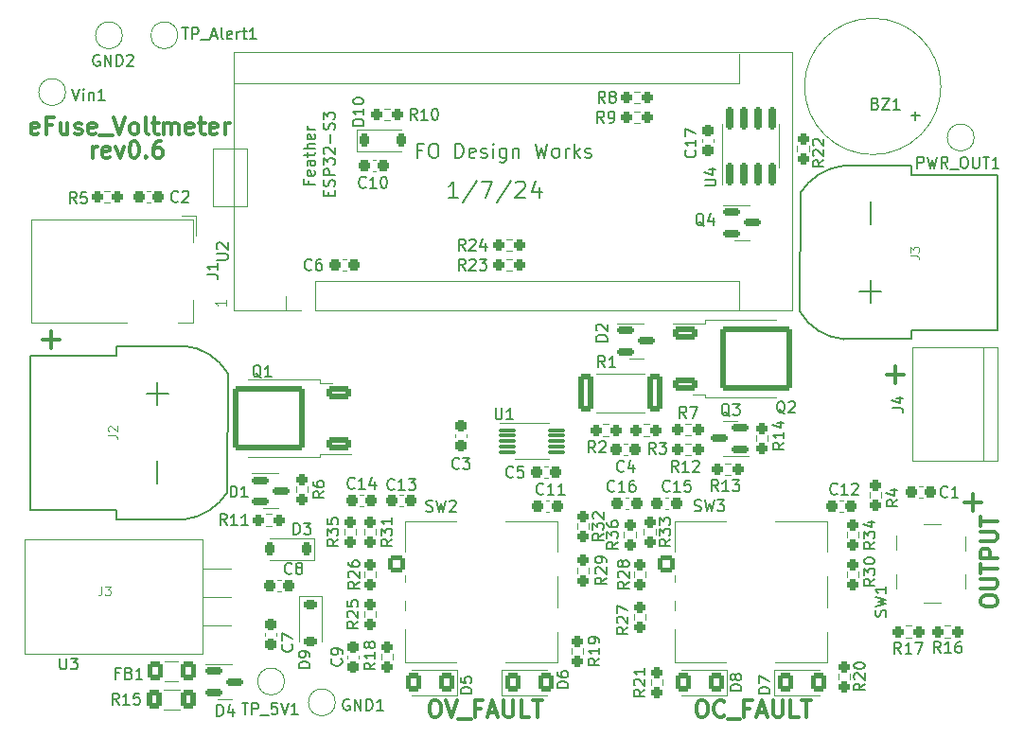
<source format=gto>
%TF.GenerationSoftware,KiCad,Pcbnew,7.0.10-7.0.10~ubuntu22.04.1*%
%TF.CreationDate,2024-01-10T15:33:04-08:00*%
%TF.ProjectId,eFuse_voltmeter_r6,65467573-655f-4766-9f6c-746d65746572,rev?*%
%TF.SameCoordinates,Original*%
%TF.FileFunction,Legend,Top*%
%TF.FilePolarity,Positive*%
%FSLAX46Y46*%
G04 Gerber Fmt 4.6, Leading zero omitted, Abs format (unit mm)*
G04 Created by KiCad (PCBNEW 7.0.10-7.0.10~ubuntu22.04.1) date 2024-01-10 15:33:04*
%MOMM*%
%LPD*%
G01*
G04 APERTURE LIST*
G04 Aperture macros list*
%AMRoundRect*
0 Rectangle with rounded corners*
0 $1 Rounding radius*
0 $2 $3 $4 $5 $6 $7 $8 $9 X,Y pos of 4 corners*
0 Add a 4 corners polygon primitive as box body*
4,1,4,$2,$3,$4,$5,$6,$7,$8,$9,$2,$3,0*
0 Add four circle primitives for the rounded corners*
1,1,$1+$1,$2,$3*
1,1,$1+$1,$4,$5*
1,1,$1+$1,$6,$7*
1,1,$1+$1,$8,$9*
0 Add four rect primitives between the rounded corners*
20,1,$1+$1,$2,$3,$4,$5,0*
20,1,$1+$1,$4,$5,$6,$7,0*
20,1,$1+$1,$6,$7,$8,$9,0*
20,1,$1+$1,$8,$9,$2,$3,0*%
G04 Aperture macros list end*
%ADD10C,0.300000*%
%ADD11C,0.150000*%
%ADD12C,0.100000*%
%ADD13C,0.187500*%
%ADD14C,0.177800*%
%ADD15C,0.120000*%
%ADD16C,0.200000*%
%ADD17RoundRect,0.250000X-0.850000X-0.350000X0.850000X-0.350000X0.850000X0.350000X-0.850000X0.350000X0*%
%ADD18RoundRect,0.249997X-2.950003X-2.650003X2.950003X-2.650003X2.950003X2.650003X-2.950003X2.650003X0*%
%ADD19C,4.500000*%
%ADD20RoundRect,0.237500X0.237500X-0.250000X0.237500X0.250000X-0.237500X0.250000X-0.237500X-0.250000X0*%
%ADD21RoundRect,0.237500X-0.250000X-0.237500X0.250000X-0.237500X0.250000X0.237500X-0.250000X0.237500X0*%
%ADD22RoundRect,0.237500X0.237500X-0.300000X0.237500X0.300000X-0.237500X0.300000X-0.237500X-0.300000X0*%
%ADD23C,2.000000*%
%ADD24RoundRect,0.250001X0.462499X0.624999X-0.462499X0.624999X-0.462499X-0.624999X0.462499X-0.624999X0*%
%ADD25RoundRect,0.250000X0.850000X0.350000X-0.850000X0.350000X-0.850000X-0.350000X0.850000X-0.350000X0*%
%ADD26RoundRect,0.249997X2.950003X2.650003X-2.950003X2.650003X-2.950003X-2.650003X2.950003X-2.650003X0*%
%ADD27RoundRect,0.237500X-0.237500X0.250000X-0.237500X-0.250000X0.237500X-0.250000X0.237500X0.250000X0*%
%ADD28RoundRect,0.237500X0.300000X0.237500X-0.300000X0.237500X-0.300000X-0.237500X0.300000X-0.237500X0*%
%ADD29C,4.000000*%
%ADD30O,2.800000X1.600000*%
%ADD31RoundRect,0.237500X0.250000X0.237500X-0.250000X0.237500X-0.250000X-0.237500X0.250000X-0.237500X0*%
%ADD32C,1.700000*%
%ADD33R,2.000000X4.600000*%
%ADD34O,2.000000X4.200000*%
%ADD35O,4.200000X2.000000*%
%ADD36RoundRect,0.150000X0.587500X0.150000X-0.587500X0.150000X-0.587500X-0.150000X0.587500X-0.150000X0*%
%ADD37RoundRect,0.237500X-0.300000X-0.237500X0.300000X-0.237500X0.300000X0.237500X-0.300000X0.237500X0*%
%ADD38RoundRect,0.150000X-0.587500X-0.150000X0.587500X-0.150000X0.587500X0.150000X-0.587500X0.150000X0*%
%ADD39RoundRect,0.250000X0.400000X0.625000X-0.400000X0.625000X-0.400000X-0.625000X0.400000X-0.625000X0*%
%ADD40RoundRect,0.250001X-0.462499X-0.624999X0.462499X-0.624999X0.462499X0.624999X-0.462499X0.624999X0*%
%ADD41RoundRect,0.225000X0.225000X0.375000X-0.225000X0.375000X-0.225000X-0.375000X0.225000X-0.375000X0*%
%ADD42RoundRect,0.225000X-0.225000X-0.375000X0.225000X-0.375000X0.225000X0.375000X-0.225000X0.375000X0*%
%ADD43RoundRect,0.249999X0.450001X1.425001X-0.450001X1.425001X-0.450001X-1.425001X0.450001X-1.425001X0*%
%ADD44R,3.000000X3.000000*%
%ADD45C,3.000000*%
%ADD46RoundRect,0.150000X0.150000X-0.825000X0.150000X0.825000X-0.150000X0.825000X-0.150000X-0.825000X0*%
%ADD47O,3.500000X3.500000*%
%ADD48R,2.000000X1.905000*%
%ADD49O,2.000000X1.905000*%
%ADD50R,1.700000X1.700000*%
%ADD51O,1.700000X1.700000*%
%ADD52R,2.000000X2.000000*%
%ADD53RoundRect,0.250000X-0.550000X-0.550000X0.550000X-0.550000X0.550000X0.550000X-0.550000X0.550000X0*%
%ADD54C,1.600000*%
%ADD55O,4.100000X3.000000*%
%ADD56RoundRect,0.075000X-0.650000X-0.075000X0.650000X-0.075000X0.650000X0.075000X-0.650000X0.075000X0*%
%ADD57RoundRect,0.225000X-0.375000X0.225000X-0.375000X-0.225000X0.375000X-0.225000X0.375000X0.225000X0*%
G04 APERTURE END LIST*
D10*
X85293104Y-93120933D02*
X83769295Y-93120933D01*
X84531199Y-93882838D02*
X84531199Y-92359028D01*
X142648425Y-125437028D02*
X142934139Y-125437028D01*
X142934139Y-125437028D02*
X143076996Y-125508457D01*
X143076996Y-125508457D02*
X143219853Y-125651314D01*
X143219853Y-125651314D02*
X143291282Y-125937028D01*
X143291282Y-125937028D02*
X143291282Y-126437028D01*
X143291282Y-126437028D02*
X143219853Y-126722742D01*
X143219853Y-126722742D02*
X143076996Y-126865600D01*
X143076996Y-126865600D02*
X142934139Y-126937028D01*
X142934139Y-126937028D02*
X142648425Y-126937028D01*
X142648425Y-126937028D02*
X142505568Y-126865600D01*
X142505568Y-126865600D02*
X142362710Y-126722742D01*
X142362710Y-126722742D02*
X142291282Y-126437028D01*
X142291282Y-126437028D02*
X142291282Y-125937028D01*
X142291282Y-125937028D02*
X142362710Y-125651314D01*
X142362710Y-125651314D02*
X142505568Y-125508457D01*
X142505568Y-125508457D02*
X142648425Y-125437028D01*
X144791282Y-126794171D02*
X144719854Y-126865600D01*
X144719854Y-126865600D02*
X144505568Y-126937028D01*
X144505568Y-126937028D02*
X144362711Y-126937028D01*
X144362711Y-126937028D02*
X144148425Y-126865600D01*
X144148425Y-126865600D02*
X144005568Y-126722742D01*
X144005568Y-126722742D02*
X143934139Y-126579885D01*
X143934139Y-126579885D02*
X143862711Y-126294171D01*
X143862711Y-126294171D02*
X143862711Y-126079885D01*
X143862711Y-126079885D02*
X143934139Y-125794171D01*
X143934139Y-125794171D02*
X144005568Y-125651314D01*
X144005568Y-125651314D02*
X144148425Y-125508457D01*
X144148425Y-125508457D02*
X144362711Y-125437028D01*
X144362711Y-125437028D02*
X144505568Y-125437028D01*
X144505568Y-125437028D02*
X144719854Y-125508457D01*
X144719854Y-125508457D02*
X144791282Y-125579885D01*
X145076997Y-127079885D02*
X146219854Y-127079885D01*
X147076996Y-126151314D02*
X146576996Y-126151314D01*
X146576996Y-126937028D02*
X146576996Y-125437028D01*
X146576996Y-125437028D02*
X147291282Y-125437028D01*
X147791282Y-126508457D02*
X148505568Y-126508457D01*
X147648425Y-126937028D02*
X148148425Y-125437028D01*
X148148425Y-125437028D02*
X148648425Y-126937028D01*
X149148424Y-125437028D02*
X149148424Y-126651314D01*
X149148424Y-126651314D02*
X149219853Y-126794171D01*
X149219853Y-126794171D02*
X149291282Y-126865600D01*
X149291282Y-126865600D02*
X149434139Y-126937028D01*
X149434139Y-126937028D02*
X149719853Y-126937028D01*
X149719853Y-126937028D02*
X149862710Y-126865600D01*
X149862710Y-126865600D02*
X149934139Y-126794171D01*
X149934139Y-126794171D02*
X150005567Y-126651314D01*
X150005567Y-126651314D02*
X150005567Y-125437028D01*
X151434139Y-126937028D02*
X150719853Y-126937028D01*
X150719853Y-126937028D02*
X150719853Y-125437028D01*
X151719854Y-125437028D02*
X152576997Y-125437028D01*
X152148425Y-126937028D02*
X152148425Y-125437028D01*
D11*
X117770581Y-76212688D02*
X117347247Y-76212688D01*
X117347247Y-76877926D02*
X117347247Y-75607926D01*
X117347247Y-75607926D02*
X117952009Y-75607926D01*
X118677723Y-75607926D02*
X118919628Y-75607926D01*
X118919628Y-75607926D02*
X119040580Y-75668402D01*
X119040580Y-75668402D02*
X119161533Y-75789354D01*
X119161533Y-75789354D02*
X119222009Y-76031259D01*
X119222009Y-76031259D02*
X119222009Y-76454592D01*
X119222009Y-76454592D02*
X119161533Y-76696497D01*
X119161533Y-76696497D02*
X119040580Y-76817450D01*
X119040580Y-76817450D02*
X118919628Y-76877926D01*
X118919628Y-76877926D02*
X118677723Y-76877926D01*
X118677723Y-76877926D02*
X118556771Y-76817450D01*
X118556771Y-76817450D02*
X118435818Y-76696497D01*
X118435818Y-76696497D02*
X118375342Y-76454592D01*
X118375342Y-76454592D02*
X118375342Y-76031259D01*
X118375342Y-76031259D02*
X118435818Y-75789354D01*
X118435818Y-75789354D02*
X118556771Y-75668402D01*
X118556771Y-75668402D02*
X118677723Y-75607926D01*
X120733913Y-76877926D02*
X120733913Y-75607926D01*
X120733913Y-75607926D02*
X121036294Y-75607926D01*
X121036294Y-75607926D02*
X121217723Y-75668402D01*
X121217723Y-75668402D02*
X121338675Y-75789354D01*
X121338675Y-75789354D02*
X121399152Y-75910307D01*
X121399152Y-75910307D02*
X121459628Y-76152211D01*
X121459628Y-76152211D02*
X121459628Y-76333640D01*
X121459628Y-76333640D02*
X121399152Y-76575545D01*
X121399152Y-76575545D02*
X121338675Y-76696497D01*
X121338675Y-76696497D02*
X121217723Y-76817450D01*
X121217723Y-76817450D02*
X121036294Y-76877926D01*
X121036294Y-76877926D02*
X120733913Y-76877926D01*
X122487723Y-76817450D02*
X122366771Y-76877926D01*
X122366771Y-76877926D02*
X122124866Y-76877926D01*
X122124866Y-76877926D02*
X122003913Y-76817450D01*
X122003913Y-76817450D02*
X121943437Y-76696497D01*
X121943437Y-76696497D02*
X121943437Y-76212688D01*
X121943437Y-76212688D02*
X122003913Y-76091735D01*
X122003913Y-76091735D02*
X122124866Y-76031259D01*
X122124866Y-76031259D02*
X122366771Y-76031259D01*
X122366771Y-76031259D02*
X122487723Y-76091735D01*
X122487723Y-76091735D02*
X122548199Y-76212688D01*
X122548199Y-76212688D02*
X122548199Y-76333640D01*
X122548199Y-76333640D02*
X121943437Y-76454592D01*
X123032008Y-76817450D02*
X123152961Y-76877926D01*
X123152961Y-76877926D02*
X123394865Y-76877926D01*
X123394865Y-76877926D02*
X123515818Y-76817450D01*
X123515818Y-76817450D02*
X123576294Y-76696497D01*
X123576294Y-76696497D02*
X123576294Y-76636021D01*
X123576294Y-76636021D02*
X123515818Y-76515069D01*
X123515818Y-76515069D02*
X123394865Y-76454592D01*
X123394865Y-76454592D02*
X123213437Y-76454592D01*
X123213437Y-76454592D02*
X123092484Y-76394116D01*
X123092484Y-76394116D02*
X123032008Y-76273164D01*
X123032008Y-76273164D02*
X123032008Y-76212688D01*
X123032008Y-76212688D02*
X123092484Y-76091735D01*
X123092484Y-76091735D02*
X123213437Y-76031259D01*
X123213437Y-76031259D02*
X123394865Y-76031259D01*
X123394865Y-76031259D02*
X123515818Y-76091735D01*
X124120579Y-76877926D02*
X124120579Y-76031259D01*
X124120579Y-75607926D02*
X124060103Y-75668402D01*
X124060103Y-75668402D02*
X124120579Y-75728878D01*
X124120579Y-75728878D02*
X124181056Y-75668402D01*
X124181056Y-75668402D02*
X124120579Y-75607926D01*
X124120579Y-75607926D02*
X124120579Y-75728878D01*
X125269627Y-76031259D02*
X125269627Y-77059354D01*
X125269627Y-77059354D02*
X125209151Y-77180307D01*
X125209151Y-77180307D02*
X125148675Y-77240783D01*
X125148675Y-77240783D02*
X125027722Y-77301259D01*
X125027722Y-77301259D02*
X124846294Y-77301259D01*
X124846294Y-77301259D02*
X124725341Y-77240783D01*
X125269627Y-76817450D02*
X125148675Y-76877926D01*
X125148675Y-76877926D02*
X124906770Y-76877926D01*
X124906770Y-76877926D02*
X124785818Y-76817450D01*
X124785818Y-76817450D02*
X124725341Y-76756973D01*
X124725341Y-76756973D02*
X124664865Y-76636021D01*
X124664865Y-76636021D02*
X124664865Y-76273164D01*
X124664865Y-76273164D02*
X124725341Y-76152211D01*
X124725341Y-76152211D02*
X124785818Y-76091735D01*
X124785818Y-76091735D02*
X124906770Y-76031259D01*
X124906770Y-76031259D02*
X125148675Y-76031259D01*
X125148675Y-76031259D02*
X125269627Y-76091735D01*
X125874389Y-76031259D02*
X125874389Y-76877926D01*
X125874389Y-76152211D02*
X125934866Y-76091735D01*
X125934866Y-76091735D02*
X126055818Y-76031259D01*
X126055818Y-76031259D02*
X126237247Y-76031259D01*
X126237247Y-76031259D02*
X126358199Y-76091735D01*
X126358199Y-76091735D02*
X126418675Y-76212688D01*
X126418675Y-76212688D02*
X126418675Y-76877926D01*
X127870104Y-75607926D02*
X128172485Y-76877926D01*
X128172485Y-76877926D02*
X128414390Y-75970783D01*
X128414390Y-75970783D02*
X128656295Y-76877926D01*
X128656295Y-76877926D02*
X128958676Y-75607926D01*
X129623914Y-76877926D02*
X129502962Y-76817450D01*
X129502962Y-76817450D02*
X129442485Y-76756973D01*
X129442485Y-76756973D02*
X129382009Y-76636021D01*
X129382009Y-76636021D02*
X129382009Y-76273164D01*
X129382009Y-76273164D02*
X129442485Y-76152211D01*
X129442485Y-76152211D02*
X129502962Y-76091735D01*
X129502962Y-76091735D02*
X129623914Y-76031259D01*
X129623914Y-76031259D02*
X129805343Y-76031259D01*
X129805343Y-76031259D02*
X129926295Y-76091735D01*
X129926295Y-76091735D02*
X129986771Y-76152211D01*
X129986771Y-76152211D02*
X130047247Y-76273164D01*
X130047247Y-76273164D02*
X130047247Y-76636021D01*
X130047247Y-76636021D02*
X129986771Y-76756973D01*
X129986771Y-76756973D02*
X129926295Y-76817450D01*
X129926295Y-76817450D02*
X129805343Y-76877926D01*
X129805343Y-76877926D02*
X129623914Y-76877926D01*
X130591533Y-76877926D02*
X130591533Y-76031259D01*
X130591533Y-76273164D02*
X130652010Y-76152211D01*
X130652010Y-76152211D02*
X130712486Y-76091735D01*
X130712486Y-76091735D02*
X130833438Y-76031259D01*
X130833438Y-76031259D02*
X130954391Y-76031259D01*
X131377723Y-76877926D02*
X131377723Y-75607926D01*
X131498676Y-76394116D02*
X131861533Y-76877926D01*
X131861533Y-76031259D02*
X131377723Y-76515069D01*
X132345342Y-76817450D02*
X132466295Y-76877926D01*
X132466295Y-76877926D02*
X132708199Y-76877926D01*
X132708199Y-76877926D02*
X132829152Y-76817450D01*
X132829152Y-76817450D02*
X132889628Y-76696497D01*
X132889628Y-76696497D02*
X132889628Y-76636021D01*
X132889628Y-76636021D02*
X132829152Y-76515069D01*
X132829152Y-76515069D02*
X132708199Y-76454592D01*
X132708199Y-76454592D02*
X132526771Y-76454592D01*
X132526771Y-76454592D02*
X132405818Y-76394116D01*
X132405818Y-76394116D02*
X132345342Y-76273164D01*
X132345342Y-76273164D02*
X132345342Y-76212688D01*
X132345342Y-76212688D02*
X132405818Y-76091735D01*
X132405818Y-76091735D02*
X132526771Y-76031259D01*
X132526771Y-76031259D02*
X132708199Y-76031259D01*
X132708199Y-76031259D02*
X132829152Y-76091735D01*
D12*
X89068200Y-115219106D02*
X89068200Y-115790534D01*
X89068200Y-115790534D02*
X89030105Y-115904820D01*
X89030105Y-115904820D02*
X88953914Y-115981011D01*
X88953914Y-115981011D02*
X88839629Y-116019106D01*
X88839629Y-116019106D02*
X88763438Y-116019106D01*
X89372962Y-115219106D02*
X89868200Y-115219106D01*
X89868200Y-115219106D02*
X89601534Y-115523868D01*
X89601534Y-115523868D02*
X89715819Y-115523868D01*
X89715819Y-115523868D02*
X89792010Y-115561963D01*
X89792010Y-115561963D02*
X89830105Y-115600058D01*
X89830105Y-115600058D02*
X89868200Y-115676249D01*
X89868200Y-115676249D02*
X89868200Y-115866725D01*
X89868200Y-115866725D02*
X89830105Y-115942915D01*
X89830105Y-115942915D02*
X89792010Y-115981011D01*
X89792010Y-115981011D02*
X89715819Y-116019106D01*
X89715819Y-116019106D02*
X89487248Y-116019106D01*
X89487248Y-116019106D02*
X89411057Y-115981011D01*
X89411057Y-115981011D02*
X89372962Y-115942915D01*
D13*
X120984412Y-80484878D02*
X120127269Y-80484878D01*
X120555840Y-80484878D02*
X120555840Y-78984878D01*
X120555840Y-78984878D02*
X120412983Y-79199164D01*
X120412983Y-79199164D02*
X120270126Y-79342021D01*
X120270126Y-79342021D02*
X120127269Y-79413450D01*
X122698697Y-78913450D02*
X121412983Y-80842021D01*
X123055840Y-78984878D02*
X124055840Y-78984878D01*
X124055840Y-78984878D02*
X123412983Y-80484878D01*
X125698697Y-78913450D02*
X124412983Y-80842021D01*
X126127269Y-79127735D02*
X126198697Y-79056307D01*
X126198697Y-79056307D02*
X126341555Y-78984878D01*
X126341555Y-78984878D02*
X126698697Y-78984878D01*
X126698697Y-78984878D02*
X126841555Y-79056307D01*
X126841555Y-79056307D02*
X126912983Y-79127735D01*
X126912983Y-79127735D02*
X126984412Y-79270592D01*
X126984412Y-79270592D02*
X126984412Y-79413450D01*
X126984412Y-79413450D02*
X126912983Y-79627735D01*
X126912983Y-79627735D02*
X126055840Y-80484878D01*
X126055840Y-80484878D02*
X126984412Y-80484878D01*
X128270126Y-79484878D02*
X128270126Y-80484878D01*
X127912983Y-78913450D02*
X127555840Y-79984878D01*
X127555840Y-79984878D02*
X128484411Y-79984878D01*
D10*
X167739428Y-116690774D02*
X167739428Y-116405060D01*
X167739428Y-116405060D02*
X167810857Y-116262203D01*
X167810857Y-116262203D02*
X167953714Y-116119346D01*
X167953714Y-116119346D02*
X168239428Y-116047917D01*
X168239428Y-116047917D02*
X168739428Y-116047917D01*
X168739428Y-116047917D02*
X169025142Y-116119346D01*
X169025142Y-116119346D02*
X169168000Y-116262203D01*
X169168000Y-116262203D02*
X169239428Y-116405060D01*
X169239428Y-116405060D02*
X169239428Y-116690774D01*
X169239428Y-116690774D02*
X169168000Y-116833632D01*
X169168000Y-116833632D02*
X169025142Y-116976489D01*
X169025142Y-116976489D02*
X168739428Y-117047917D01*
X168739428Y-117047917D02*
X168239428Y-117047917D01*
X168239428Y-117047917D02*
X167953714Y-116976489D01*
X167953714Y-116976489D02*
X167810857Y-116833632D01*
X167810857Y-116833632D02*
X167739428Y-116690774D01*
X167739428Y-115405060D02*
X168953714Y-115405060D01*
X168953714Y-115405060D02*
X169096571Y-115333631D01*
X169096571Y-115333631D02*
X169168000Y-115262203D01*
X169168000Y-115262203D02*
X169239428Y-115119345D01*
X169239428Y-115119345D02*
X169239428Y-114833631D01*
X169239428Y-114833631D02*
X169168000Y-114690774D01*
X169168000Y-114690774D02*
X169096571Y-114619345D01*
X169096571Y-114619345D02*
X168953714Y-114547917D01*
X168953714Y-114547917D02*
X167739428Y-114547917D01*
X167739428Y-114047916D02*
X167739428Y-113190774D01*
X169239428Y-113619345D02*
X167739428Y-113619345D01*
X169239428Y-112690774D02*
X167739428Y-112690774D01*
X167739428Y-112690774D02*
X167739428Y-112119345D01*
X167739428Y-112119345D02*
X167810857Y-111976488D01*
X167810857Y-111976488D02*
X167882285Y-111905059D01*
X167882285Y-111905059D02*
X168025142Y-111833631D01*
X168025142Y-111833631D02*
X168239428Y-111833631D01*
X168239428Y-111833631D02*
X168382285Y-111905059D01*
X168382285Y-111905059D02*
X168453714Y-111976488D01*
X168453714Y-111976488D02*
X168525142Y-112119345D01*
X168525142Y-112119345D02*
X168525142Y-112690774D01*
X167739428Y-111190774D02*
X168953714Y-111190774D01*
X168953714Y-111190774D02*
X169096571Y-111119345D01*
X169096571Y-111119345D02*
X169168000Y-111047917D01*
X169168000Y-111047917D02*
X169239428Y-110905059D01*
X169239428Y-110905059D02*
X169239428Y-110619345D01*
X169239428Y-110619345D02*
X169168000Y-110476488D01*
X169168000Y-110476488D02*
X169096571Y-110405059D01*
X169096571Y-110405059D02*
X168953714Y-110333631D01*
X168953714Y-110333631D02*
X167739428Y-110333631D01*
X167739428Y-109833630D02*
X167739428Y-108976488D01*
X169239428Y-109405059D02*
X167739428Y-109405059D01*
X83394139Y-74687600D02*
X83251282Y-74759028D01*
X83251282Y-74759028D02*
X82965568Y-74759028D01*
X82965568Y-74759028D02*
X82822710Y-74687600D01*
X82822710Y-74687600D02*
X82751282Y-74544742D01*
X82751282Y-74544742D02*
X82751282Y-73973314D01*
X82751282Y-73973314D02*
X82822710Y-73830457D01*
X82822710Y-73830457D02*
X82965568Y-73759028D01*
X82965568Y-73759028D02*
X83251282Y-73759028D01*
X83251282Y-73759028D02*
X83394139Y-73830457D01*
X83394139Y-73830457D02*
X83465568Y-73973314D01*
X83465568Y-73973314D02*
X83465568Y-74116171D01*
X83465568Y-74116171D02*
X82751282Y-74259028D01*
X84608424Y-73973314D02*
X84108424Y-73973314D01*
X84108424Y-74759028D02*
X84108424Y-73259028D01*
X84108424Y-73259028D02*
X84822710Y-73259028D01*
X86036996Y-73759028D02*
X86036996Y-74759028D01*
X85394138Y-73759028D02*
X85394138Y-74544742D01*
X85394138Y-74544742D02*
X85465567Y-74687600D01*
X85465567Y-74687600D02*
X85608424Y-74759028D01*
X85608424Y-74759028D02*
X85822710Y-74759028D01*
X85822710Y-74759028D02*
X85965567Y-74687600D01*
X85965567Y-74687600D02*
X86036996Y-74616171D01*
X86679853Y-74687600D02*
X86822710Y-74759028D01*
X86822710Y-74759028D02*
X87108424Y-74759028D01*
X87108424Y-74759028D02*
X87251281Y-74687600D01*
X87251281Y-74687600D02*
X87322710Y-74544742D01*
X87322710Y-74544742D02*
X87322710Y-74473314D01*
X87322710Y-74473314D02*
X87251281Y-74330457D01*
X87251281Y-74330457D02*
X87108424Y-74259028D01*
X87108424Y-74259028D02*
X86894139Y-74259028D01*
X86894139Y-74259028D02*
X86751281Y-74187600D01*
X86751281Y-74187600D02*
X86679853Y-74044742D01*
X86679853Y-74044742D02*
X86679853Y-73973314D01*
X86679853Y-73973314D02*
X86751281Y-73830457D01*
X86751281Y-73830457D02*
X86894139Y-73759028D01*
X86894139Y-73759028D02*
X87108424Y-73759028D01*
X87108424Y-73759028D02*
X87251281Y-73830457D01*
X88536996Y-74687600D02*
X88394139Y-74759028D01*
X88394139Y-74759028D02*
X88108425Y-74759028D01*
X88108425Y-74759028D02*
X87965567Y-74687600D01*
X87965567Y-74687600D02*
X87894139Y-74544742D01*
X87894139Y-74544742D02*
X87894139Y-73973314D01*
X87894139Y-73973314D02*
X87965567Y-73830457D01*
X87965567Y-73830457D02*
X88108425Y-73759028D01*
X88108425Y-73759028D02*
X88394139Y-73759028D01*
X88394139Y-73759028D02*
X88536996Y-73830457D01*
X88536996Y-73830457D02*
X88608425Y-73973314D01*
X88608425Y-73973314D02*
X88608425Y-74116171D01*
X88608425Y-74116171D02*
X87894139Y-74259028D01*
X88894139Y-74901885D02*
X90036996Y-74901885D01*
X90179853Y-73259028D02*
X90679853Y-74759028D01*
X90679853Y-74759028D02*
X91179853Y-73259028D01*
X91894138Y-74759028D02*
X91751281Y-74687600D01*
X91751281Y-74687600D02*
X91679852Y-74616171D01*
X91679852Y-74616171D02*
X91608424Y-74473314D01*
X91608424Y-74473314D02*
X91608424Y-74044742D01*
X91608424Y-74044742D02*
X91679852Y-73901885D01*
X91679852Y-73901885D02*
X91751281Y-73830457D01*
X91751281Y-73830457D02*
X91894138Y-73759028D01*
X91894138Y-73759028D02*
X92108424Y-73759028D01*
X92108424Y-73759028D02*
X92251281Y-73830457D01*
X92251281Y-73830457D02*
X92322710Y-73901885D01*
X92322710Y-73901885D02*
X92394138Y-74044742D01*
X92394138Y-74044742D02*
X92394138Y-74473314D01*
X92394138Y-74473314D02*
X92322710Y-74616171D01*
X92322710Y-74616171D02*
X92251281Y-74687600D01*
X92251281Y-74687600D02*
X92108424Y-74759028D01*
X92108424Y-74759028D02*
X91894138Y-74759028D01*
X93251281Y-74759028D02*
X93108424Y-74687600D01*
X93108424Y-74687600D02*
X93036995Y-74544742D01*
X93036995Y-74544742D02*
X93036995Y-73259028D01*
X93608424Y-73759028D02*
X94179852Y-73759028D01*
X93822709Y-73259028D02*
X93822709Y-74544742D01*
X93822709Y-74544742D02*
X93894138Y-74687600D01*
X93894138Y-74687600D02*
X94036995Y-74759028D01*
X94036995Y-74759028D02*
X94179852Y-74759028D01*
X94679852Y-74759028D02*
X94679852Y-73759028D01*
X94679852Y-73901885D02*
X94751281Y-73830457D01*
X94751281Y-73830457D02*
X94894138Y-73759028D01*
X94894138Y-73759028D02*
X95108424Y-73759028D01*
X95108424Y-73759028D02*
X95251281Y-73830457D01*
X95251281Y-73830457D02*
X95322710Y-73973314D01*
X95322710Y-73973314D02*
X95322710Y-74759028D01*
X95322710Y-73973314D02*
X95394138Y-73830457D01*
X95394138Y-73830457D02*
X95536995Y-73759028D01*
X95536995Y-73759028D02*
X95751281Y-73759028D01*
X95751281Y-73759028D02*
X95894138Y-73830457D01*
X95894138Y-73830457D02*
X95965567Y-73973314D01*
X95965567Y-73973314D02*
X95965567Y-74759028D01*
X97251281Y-74687600D02*
X97108424Y-74759028D01*
X97108424Y-74759028D02*
X96822710Y-74759028D01*
X96822710Y-74759028D02*
X96679852Y-74687600D01*
X96679852Y-74687600D02*
X96608424Y-74544742D01*
X96608424Y-74544742D02*
X96608424Y-73973314D01*
X96608424Y-73973314D02*
X96679852Y-73830457D01*
X96679852Y-73830457D02*
X96822710Y-73759028D01*
X96822710Y-73759028D02*
X97108424Y-73759028D01*
X97108424Y-73759028D02*
X97251281Y-73830457D01*
X97251281Y-73830457D02*
X97322710Y-73973314D01*
X97322710Y-73973314D02*
X97322710Y-74116171D01*
X97322710Y-74116171D02*
X96608424Y-74259028D01*
X97751281Y-73759028D02*
X98322709Y-73759028D01*
X97965566Y-73259028D02*
X97965566Y-74544742D01*
X97965566Y-74544742D02*
X98036995Y-74687600D01*
X98036995Y-74687600D02*
X98179852Y-74759028D01*
X98179852Y-74759028D02*
X98322709Y-74759028D01*
X99394138Y-74687600D02*
X99251281Y-74759028D01*
X99251281Y-74759028D02*
X98965567Y-74759028D01*
X98965567Y-74759028D02*
X98822709Y-74687600D01*
X98822709Y-74687600D02*
X98751281Y-74544742D01*
X98751281Y-74544742D02*
X98751281Y-73973314D01*
X98751281Y-73973314D02*
X98822709Y-73830457D01*
X98822709Y-73830457D02*
X98965567Y-73759028D01*
X98965567Y-73759028D02*
X99251281Y-73759028D01*
X99251281Y-73759028D02*
X99394138Y-73830457D01*
X99394138Y-73830457D02*
X99465567Y-73973314D01*
X99465567Y-73973314D02*
X99465567Y-74116171D01*
X99465567Y-74116171D02*
X98751281Y-74259028D01*
X100108423Y-74759028D02*
X100108423Y-73759028D01*
X100108423Y-74044742D02*
X100179852Y-73901885D01*
X100179852Y-73901885D02*
X100251281Y-73830457D01*
X100251281Y-73830457D02*
X100394138Y-73759028D01*
X100394138Y-73759028D02*
X100536995Y-73759028D01*
X167799209Y-107730749D02*
X166275400Y-107730749D01*
X167037304Y-108492654D02*
X167037304Y-106968844D01*
X160858104Y-96295933D02*
X159334295Y-96295933D01*
X160096199Y-97057838D02*
X160096199Y-95534028D01*
X118772425Y-125437028D02*
X119058139Y-125437028D01*
X119058139Y-125437028D02*
X119200996Y-125508457D01*
X119200996Y-125508457D02*
X119343853Y-125651314D01*
X119343853Y-125651314D02*
X119415282Y-125937028D01*
X119415282Y-125937028D02*
X119415282Y-126437028D01*
X119415282Y-126437028D02*
X119343853Y-126722742D01*
X119343853Y-126722742D02*
X119200996Y-126865600D01*
X119200996Y-126865600D02*
X119058139Y-126937028D01*
X119058139Y-126937028D02*
X118772425Y-126937028D01*
X118772425Y-126937028D02*
X118629568Y-126865600D01*
X118629568Y-126865600D02*
X118486710Y-126722742D01*
X118486710Y-126722742D02*
X118415282Y-126437028D01*
X118415282Y-126437028D02*
X118415282Y-125937028D01*
X118415282Y-125937028D02*
X118486710Y-125651314D01*
X118486710Y-125651314D02*
X118629568Y-125508457D01*
X118629568Y-125508457D02*
X118772425Y-125437028D01*
X119843854Y-125437028D02*
X120343854Y-126937028D01*
X120343854Y-126937028D02*
X120843854Y-125437028D01*
X120986711Y-127079885D02*
X122129568Y-127079885D01*
X122986710Y-126151314D02*
X122486710Y-126151314D01*
X122486710Y-126937028D02*
X122486710Y-125437028D01*
X122486710Y-125437028D02*
X123200996Y-125437028D01*
X123700996Y-126508457D02*
X124415282Y-126508457D01*
X123558139Y-126937028D02*
X124058139Y-125437028D01*
X124058139Y-125437028D02*
X124558139Y-126937028D01*
X125058138Y-125437028D02*
X125058138Y-126651314D01*
X125058138Y-126651314D02*
X125129567Y-126794171D01*
X125129567Y-126794171D02*
X125200996Y-126865600D01*
X125200996Y-126865600D02*
X125343853Y-126937028D01*
X125343853Y-126937028D02*
X125629567Y-126937028D01*
X125629567Y-126937028D02*
X125772424Y-126865600D01*
X125772424Y-126865600D02*
X125843853Y-126794171D01*
X125843853Y-126794171D02*
X125915281Y-126651314D01*
X125915281Y-126651314D02*
X125915281Y-125437028D01*
X127343853Y-126937028D02*
X126629567Y-126937028D01*
X126629567Y-126937028D02*
X126629567Y-125437028D01*
X127629568Y-125437028D02*
X128486711Y-125437028D01*
X128058139Y-126937028D02*
X128058139Y-125437028D01*
X88282710Y-76899028D02*
X88282710Y-75899028D01*
X88282710Y-76184742D02*
X88354139Y-76041885D01*
X88354139Y-76041885D02*
X88425568Y-75970457D01*
X88425568Y-75970457D02*
X88568425Y-75899028D01*
X88568425Y-75899028D02*
X88711282Y-75899028D01*
X89782710Y-76827600D02*
X89639853Y-76899028D01*
X89639853Y-76899028D02*
X89354139Y-76899028D01*
X89354139Y-76899028D02*
X89211281Y-76827600D01*
X89211281Y-76827600D02*
X89139853Y-76684742D01*
X89139853Y-76684742D02*
X89139853Y-76113314D01*
X89139853Y-76113314D02*
X89211281Y-75970457D01*
X89211281Y-75970457D02*
X89354139Y-75899028D01*
X89354139Y-75899028D02*
X89639853Y-75899028D01*
X89639853Y-75899028D02*
X89782710Y-75970457D01*
X89782710Y-75970457D02*
X89854139Y-76113314D01*
X89854139Y-76113314D02*
X89854139Y-76256171D01*
X89854139Y-76256171D02*
X89139853Y-76399028D01*
X90354138Y-75899028D02*
X90711281Y-76899028D01*
X90711281Y-76899028D02*
X91068424Y-75899028D01*
X91925567Y-75399028D02*
X92068424Y-75399028D01*
X92068424Y-75399028D02*
X92211281Y-75470457D01*
X92211281Y-75470457D02*
X92282710Y-75541885D01*
X92282710Y-75541885D02*
X92354138Y-75684742D01*
X92354138Y-75684742D02*
X92425567Y-75970457D01*
X92425567Y-75970457D02*
X92425567Y-76327600D01*
X92425567Y-76327600D02*
X92354138Y-76613314D01*
X92354138Y-76613314D02*
X92282710Y-76756171D01*
X92282710Y-76756171D02*
X92211281Y-76827600D01*
X92211281Y-76827600D02*
X92068424Y-76899028D01*
X92068424Y-76899028D02*
X91925567Y-76899028D01*
X91925567Y-76899028D02*
X91782710Y-76827600D01*
X91782710Y-76827600D02*
X91711281Y-76756171D01*
X91711281Y-76756171D02*
X91639852Y-76613314D01*
X91639852Y-76613314D02*
X91568424Y-76327600D01*
X91568424Y-76327600D02*
X91568424Y-75970457D01*
X91568424Y-75970457D02*
X91639852Y-75684742D01*
X91639852Y-75684742D02*
X91711281Y-75541885D01*
X91711281Y-75541885D02*
X91782710Y-75470457D01*
X91782710Y-75470457D02*
X91925567Y-75399028D01*
X93068423Y-76756171D02*
X93139852Y-76827600D01*
X93139852Y-76827600D02*
X93068423Y-76899028D01*
X93068423Y-76899028D02*
X92996995Y-76827600D01*
X92996995Y-76827600D02*
X93068423Y-76756171D01*
X93068423Y-76756171D02*
X93068423Y-76899028D01*
X94425567Y-75399028D02*
X94139852Y-75399028D01*
X94139852Y-75399028D02*
X93996995Y-75470457D01*
X93996995Y-75470457D02*
X93925567Y-75541885D01*
X93925567Y-75541885D02*
X93782709Y-75756171D01*
X93782709Y-75756171D02*
X93711281Y-76041885D01*
X93711281Y-76041885D02*
X93711281Y-76613314D01*
X93711281Y-76613314D02*
X93782709Y-76756171D01*
X93782709Y-76756171D02*
X93854138Y-76827600D01*
X93854138Y-76827600D02*
X93996995Y-76899028D01*
X93996995Y-76899028D02*
X94282709Y-76899028D01*
X94282709Y-76899028D02*
X94425567Y-76827600D01*
X94425567Y-76827600D02*
X94496995Y-76756171D01*
X94496995Y-76756171D02*
X94568424Y-76613314D01*
X94568424Y-76613314D02*
X94568424Y-76256171D01*
X94568424Y-76256171D02*
X94496995Y-76113314D01*
X94496995Y-76113314D02*
X94425567Y-76041885D01*
X94425567Y-76041885D02*
X94282709Y-75970457D01*
X94282709Y-75970457D02*
X93996995Y-75970457D01*
X93996995Y-75970457D02*
X93854138Y-76041885D01*
X93854138Y-76041885D02*
X93782709Y-76113314D01*
X93782709Y-76113314D02*
X93711281Y-76256171D01*
D11*
X150214961Y-99772257D02*
X150119723Y-99724638D01*
X150119723Y-99724638D02*
X150024485Y-99629400D01*
X150024485Y-99629400D02*
X149881628Y-99486542D01*
X149881628Y-99486542D02*
X149786390Y-99438923D01*
X149786390Y-99438923D02*
X149691152Y-99438923D01*
X149738771Y-99677019D02*
X149643533Y-99629400D01*
X149643533Y-99629400D02*
X149548295Y-99534161D01*
X149548295Y-99534161D02*
X149500676Y-99343685D01*
X149500676Y-99343685D02*
X149500676Y-99010352D01*
X149500676Y-99010352D02*
X149548295Y-98819876D01*
X149548295Y-98819876D02*
X149643533Y-98724638D01*
X149643533Y-98724638D02*
X149738771Y-98677019D01*
X149738771Y-98677019D02*
X149929247Y-98677019D01*
X149929247Y-98677019D02*
X150024485Y-98724638D01*
X150024485Y-98724638D02*
X150119723Y-98819876D01*
X150119723Y-98819876D02*
X150167342Y-99010352D01*
X150167342Y-99010352D02*
X150167342Y-99343685D01*
X150167342Y-99343685D02*
X150119723Y-99534161D01*
X150119723Y-99534161D02*
X150024485Y-99629400D01*
X150024485Y-99629400D02*
X149929247Y-99677019D01*
X149929247Y-99677019D02*
X149738771Y-99677019D01*
X150548295Y-98772257D02*
X150595914Y-98724638D01*
X150595914Y-98724638D02*
X150691152Y-98677019D01*
X150691152Y-98677019D02*
X150929247Y-98677019D01*
X150929247Y-98677019D02*
X151024485Y-98724638D01*
X151024485Y-98724638D02*
X151072104Y-98772257D01*
X151072104Y-98772257D02*
X151119723Y-98867495D01*
X151119723Y-98867495D02*
X151119723Y-98962733D01*
X151119723Y-98962733D02*
X151072104Y-99105590D01*
X151072104Y-99105590D02*
X150500676Y-99677019D01*
X150500676Y-99677019D02*
X151119723Y-99677019D01*
X137691019Y-124477057D02*
X137214828Y-124810390D01*
X137691019Y-125048485D02*
X136691019Y-125048485D01*
X136691019Y-125048485D02*
X136691019Y-124667533D01*
X136691019Y-124667533D02*
X136738638Y-124572295D01*
X136738638Y-124572295D02*
X136786257Y-124524676D01*
X136786257Y-124524676D02*
X136881495Y-124477057D01*
X136881495Y-124477057D02*
X137024352Y-124477057D01*
X137024352Y-124477057D02*
X137119590Y-124524676D01*
X137119590Y-124524676D02*
X137167209Y-124572295D01*
X137167209Y-124572295D02*
X137214828Y-124667533D01*
X137214828Y-124667533D02*
X137214828Y-125048485D01*
X136786257Y-124096104D02*
X136738638Y-124048485D01*
X136738638Y-124048485D02*
X136691019Y-123953247D01*
X136691019Y-123953247D02*
X136691019Y-123715152D01*
X136691019Y-123715152D02*
X136738638Y-123619914D01*
X136738638Y-123619914D02*
X136786257Y-123572295D01*
X136786257Y-123572295D02*
X136881495Y-123524676D01*
X136881495Y-123524676D02*
X136976733Y-123524676D01*
X136976733Y-123524676D02*
X137119590Y-123572295D01*
X137119590Y-123572295D02*
X137691019Y-124143723D01*
X137691019Y-124143723D02*
X137691019Y-123524676D01*
X137691019Y-122572295D02*
X137691019Y-123143723D01*
X137691019Y-122858009D02*
X136691019Y-122858009D01*
X136691019Y-122858009D02*
X136833876Y-122953247D01*
X136833876Y-122953247D02*
X136929114Y-123048485D01*
X136929114Y-123048485D02*
X136976733Y-123143723D01*
X140657342Y-104985019D02*
X140324009Y-104508828D01*
X140085914Y-104985019D02*
X140085914Y-103985019D01*
X140085914Y-103985019D02*
X140466866Y-103985019D01*
X140466866Y-103985019D02*
X140562104Y-104032638D01*
X140562104Y-104032638D02*
X140609723Y-104080257D01*
X140609723Y-104080257D02*
X140657342Y-104175495D01*
X140657342Y-104175495D02*
X140657342Y-104318352D01*
X140657342Y-104318352D02*
X140609723Y-104413590D01*
X140609723Y-104413590D02*
X140562104Y-104461209D01*
X140562104Y-104461209D02*
X140466866Y-104508828D01*
X140466866Y-104508828D02*
X140085914Y-104508828D01*
X141609723Y-104985019D02*
X141038295Y-104985019D01*
X141324009Y-104985019D02*
X141324009Y-103985019D01*
X141324009Y-103985019D02*
X141228771Y-104127876D01*
X141228771Y-104127876D02*
X141133533Y-104223114D01*
X141133533Y-104223114D02*
X141038295Y-104270733D01*
X141990676Y-104080257D02*
X142038295Y-104032638D01*
X142038295Y-104032638D02*
X142133533Y-103985019D01*
X142133533Y-103985019D02*
X142371628Y-103985019D01*
X142371628Y-103985019D02*
X142466866Y-104032638D01*
X142466866Y-104032638D02*
X142514485Y-104080257D01*
X142514485Y-104080257D02*
X142562104Y-104175495D01*
X142562104Y-104175495D02*
X142562104Y-104270733D01*
X142562104Y-104270733D02*
X142514485Y-104413590D01*
X142514485Y-104413590D02*
X141943057Y-104985019D01*
X141943057Y-104985019D02*
X142562104Y-104985019D01*
X106099780Y-120444866D02*
X106147400Y-120492485D01*
X106147400Y-120492485D02*
X106195019Y-120635342D01*
X106195019Y-120635342D02*
X106195019Y-120730580D01*
X106195019Y-120730580D02*
X106147400Y-120873437D01*
X106147400Y-120873437D02*
X106052161Y-120968675D01*
X106052161Y-120968675D02*
X105956923Y-121016294D01*
X105956923Y-121016294D02*
X105766447Y-121063913D01*
X105766447Y-121063913D02*
X105623590Y-121063913D01*
X105623590Y-121063913D02*
X105433114Y-121016294D01*
X105433114Y-121016294D02*
X105337876Y-120968675D01*
X105337876Y-120968675D02*
X105242638Y-120873437D01*
X105242638Y-120873437D02*
X105195019Y-120730580D01*
X105195019Y-120730580D02*
X105195019Y-120635342D01*
X105195019Y-120635342D02*
X105242638Y-120492485D01*
X105242638Y-120492485D02*
X105290257Y-120444866D01*
X105195019Y-120111532D02*
X105195019Y-119444866D01*
X105195019Y-119444866D02*
X106195019Y-119873437D01*
X134021533Y-73743019D02*
X133688200Y-73266828D01*
X133450105Y-73743019D02*
X133450105Y-72743019D01*
X133450105Y-72743019D02*
X133831057Y-72743019D01*
X133831057Y-72743019D02*
X133926295Y-72790638D01*
X133926295Y-72790638D02*
X133973914Y-72838257D01*
X133973914Y-72838257D02*
X134021533Y-72933495D01*
X134021533Y-72933495D02*
X134021533Y-73076352D01*
X134021533Y-73076352D02*
X133973914Y-73171590D01*
X133973914Y-73171590D02*
X133926295Y-73219209D01*
X133926295Y-73219209D02*
X133831057Y-73266828D01*
X133831057Y-73266828D02*
X133450105Y-73266828D01*
X134497724Y-73743019D02*
X134688200Y-73743019D01*
X134688200Y-73743019D02*
X134783438Y-73695400D01*
X134783438Y-73695400D02*
X134831057Y-73647780D01*
X134831057Y-73647780D02*
X134926295Y-73504923D01*
X134926295Y-73504923D02*
X134973914Y-73314447D01*
X134973914Y-73314447D02*
X134973914Y-72933495D01*
X134973914Y-72933495D02*
X134926295Y-72838257D01*
X134926295Y-72838257D02*
X134878676Y-72790638D01*
X134878676Y-72790638D02*
X134783438Y-72743019D01*
X134783438Y-72743019D02*
X134592962Y-72743019D01*
X134592962Y-72743019D02*
X134497724Y-72790638D01*
X134497724Y-72790638D02*
X134450105Y-72838257D01*
X134450105Y-72838257D02*
X134402486Y-72933495D01*
X134402486Y-72933495D02*
X134402486Y-73171590D01*
X134402486Y-73171590D02*
X134450105Y-73266828D01*
X134450105Y-73266828D02*
X134497724Y-73314447D01*
X134497724Y-73314447D02*
X134592962Y-73362066D01*
X134592962Y-73362066D02*
X134783438Y-73362066D01*
X134783438Y-73362066D02*
X134878676Y-73314447D01*
X134878676Y-73314447D02*
X134926295Y-73266828D01*
X134926295Y-73266828D02*
X134973914Y-73171590D01*
X96287056Y-65250019D02*
X96858484Y-65250019D01*
X96572770Y-66250019D02*
X96572770Y-65250019D01*
X97191818Y-66250019D02*
X97191818Y-65250019D01*
X97191818Y-65250019D02*
X97572770Y-65250019D01*
X97572770Y-65250019D02*
X97668008Y-65297638D01*
X97668008Y-65297638D02*
X97715627Y-65345257D01*
X97715627Y-65345257D02*
X97763246Y-65440495D01*
X97763246Y-65440495D02*
X97763246Y-65583352D01*
X97763246Y-65583352D02*
X97715627Y-65678590D01*
X97715627Y-65678590D02*
X97668008Y-65726209D01*
X97668008Y-65726209D02*
X97572770Y-65773828D01*
X97572770Y-65773828D02*
X97191818Y-65773828D01*
X97953723Y-66345257D02*
X98715627Y-66345257D01*
X98906104Y-65964304D02*
X99382294Y-65964304D01*
X98810866Y-66250019D02*
X99144199Y-65250019D01*
X99144199Y-65250019D02*
X99477532Y-66250019D01*
X99953723Y-66250019D02*
X99858485Y-66202400D01*
X99858485Y-66202400D02*
X99810866Y-66107161D01*
X99810866Y-66107161D02*
X99810866Y-65250019D01*
X100715628Y-66202400D02*
X100620390Y-66250019D01*
X100620390Y-66250019D02*
X100429914Y-66250019D01*
X100429914Y-66250019D02*
X100334676Y-66202400D01*
X100334676Y-66202400D02*
X100287057Y-66107161D01*
X100287057Y-66107161D02*
X100287057Y-65726209D01*
X100287057Y-65726209D02*
X100334676Y-65630971D01*
X100334676Y-65630971D02*
X100429914Y-65583352D01*
X100429914Y-65583352D02*
X100620390Y-65583352D01*
X100620390Y-65583352D02*
X100715628Y-65630971D01*
X100715628Y-65630971D02*
X100763247Y-65726209D01*
X100763247Y-65726209D02*
X100763247Y-65821447D01*
X100763247Y-65821447D02*
X100287057Y-65916685D01*
X101191819Y-66250019D02*
X101191819Y-65583352D01*
X101191819Y-65773828D02*
X101239438Y-65678590D01*
X101239438Y-65678590D02*
X101287057Y-65630971D01*
X101287057Y-65630971D02*
X101382295Y-65583352D01*
X101382295Y-65583352D02*
X101477533Y-65583352D01*
X101668010Y-65583352D02*
X102048962Y-65583352D01*
X101810867Y-65250019D02*
X101810867Y-66107161D01*
X101810867Y-66107161D02*
X101858486Y-66202400D01*
X101858486Y-66202400D02*
X101953724Y-66250019D01*
X101953724Y-66250019D02*
X102048962Y-66250019D01*
X102906105Y-66250019D02*
X102334677Y-66250019D01*
X102620391Y-66250019D02*
X102620391Y-65250019D01*
X102620391Y-65250019D02*
X102525153Y-65392876D01*
X102525153Y-65392876D02*
X102429915Y-65488114D01*
X102429915Y-65488114D02*
X102334677Y-65535733D01*
X134008019Y-110507057D02*
X133531828Y-110840390D01*
X134008019Y-111078485D02*
X133008019Y-111078485D01*
X133008019Y-111078485D02*
X133008019Y-110697533D01*
X133008019Y-110697533D02*
X133055638Y-110602295D01*
X133055638Y-110602295D02*
X133103257Y-110554676D01*
X133103257Y-110554676D02*
X133198495Y-110507057D01*
X133198495Y-110507057D02*
X133341352Y-110507057D01*
X133341352Y-110507057D02*
X133436590Y-110554676D01*
X133436590Y-110554676D02*
X133484209Y-110602295D01*
X133484209Y-110602295D02*
X133531828Y-110697533D01*
X133531828Y-110697533D02*
X133531828Y-111078485D01*
X133008019Y-110173723D02*
X133008019Y-109554676D01*
X133008019Y-109554676D02*
X133388971Y-109888009D01*
X133388971Y-109888009D02*
X133388971Y-109745152D01*
X133388971Y-109745152D02*
X133436590Y-109649914D01*
X133436590Y-109649914D02*
X133484209Y-109602295D01*
X133484209Y-109602295D02*
X133579447Y-109554676D01*
X133579447Y-109554676D02*
X133817542Y-109554676D01*
X133817542Y-109554676D02*
X133912780Y-109602295D01*
X133912780Y-109602295D02*
X133960400Y-109649914D01*
X133960400Y-109649914D02*
X134008019Y-109745152D01*
X134008019Y-109745152D02*
X134008019Y-110030866D01*
X134008019Y-110030866D02*
X133960400Y-110126104D01*
X133960400Y-110126104D02*
X133912780Y-110173723D01*
X133103257Y-109173723D02*
X133055638Y-109126104D01*
X133055638Y-109126104D02*
X133008019Y-109030866D01*
X133008019Y-109030866D02*
X133008019Y-108792771D01*
X133008019Y-108792771D02*
X133055638Y-108697533D01*
X133055638Y-108697533D02*
X133103257Y-108649914D01*
X133103257Y-108649914D02*
X133198495Y-108602295D01*
X133198495Y-108602295D02*
X133293733Y-108602295D01*
X133293733Y-108602295D02*
X133436590Y-108649914D01*
X133436590Y-108649914D02*
X134008019Y-109221342D01*
X134008019Y-109221342D02*
X134008019Y-108602295D01*
X146327019Y-124572294D02*
X145327019Y-124572294D01*
X145327019Y-124572294D02*
X145327019Y-124334199D01*
X145327019Y-124334199D02*
X145374638Y-124191342D01*
X145374638Y-124191342D02*
X145469876Y-124096104D01*
X145469876Y-124096104D02*
X145565114Y-124048485D01*
X145565114Y-124048485D02*
X145755590Y-124000866D01*
X145755590Y-124000866D02*
X145898447Y-124000866D01*
X145898447Y-124000866D02*
X146088923Y-124048485D01*
X146088923Y-124048485D02*
X146184161Y-124096104D01*
X146184161Y-124096104D02*
X146279400Y-124191342D01*
X146279400Y-124191342D02*
X146327019Y-124334199D01*
X146327019Y-124334199D02*
X146327019Y-124572294D01*
X145755590Y-123429437D02*
X145707971Y-123524675D01*
X145707971Y-123524675D02*
X145660352Y-123572294D01*
X145660352Y-123572294D02*
X145565114Y-123619913D01*
X145565114Y-123619913D02*
X145517495Y-123619913D01*
X145517495Y-123619913D02*
X145422257Y-123572294D01*
X145422257Y-123572294D02*
X145374638Y-123524675D01*
X145374638Y-123524675D02*
X145327019Y-123429437D01*
X145327019Y-123429437D02*
X145327019Y-123238961D01*
X145327019Y-123238961D02*
X145374638Y-123143723D01*
X145374638Y-123143723D02*
X145422257Y-123096104D01*
X145422257Y-123096104D02*
X145517495Y-123048485D01*
X145517495Y-123048485D02*
X145565114Y-123048485D01*
X145565114Y-123048485D02*
X145660352Y-123096104D01*
X145660352Y-123096104D02*
X145707971Y-123143723D01*
X145707971Y-123143723D02*
X145755590Y-123238961D01*
X145755590Y-123238961D02*
X145755590Y-123429437D01*
X145755590Y-123429437D02*
X145803209Y-123524675D01*
X145803209Y-123524675D02*
X145850828Y-123572294D01*
X145850828Y-123572294D02*
X145946066Y-123619913D01*
X145946066Y-123619913D02*
X146136542Y-123619913D01*
X146136542Y-123619913D02*
X146231780Y-123572294D01*
X146231780Y-123572294D02*
X146279400Y-123524675D01*
X146279400Y-123524675D02*
X146327019Y-123429437D01*
X146327019Y-123429437D02*
X146327019Y-123238961D01*
X146327019Y-123238961D02*
X146279400Y-123143723D01*
X146279400Y-123143723D02*
X146231780Y-123096104D01*
X146231780Y-123096104D02*
X146136542Y-123048485D01*
X146136542Y-123048485D02*
X145946066Y-123048485D01*
X145946066Y-123048485D02*
X145850828Y-123096104D01*
X145850828Y-123096104D02*
X145803209Y-123143723D01*
X145803209Y-123143723D02*
X145755590Y-123238961D01*
X103358961Y-96571257D02*
X103263723Y-96523638D01*
X103263723Y-96523638D02*
X103168485Y-96428400D01*
X103168485Y-96428400D02*
X103025628Y-96285542D01*
X103025628Y-96285542D02*
X102930390Y-96237923D01*
X102930390Y-96237923D02*
X102835152Y-96237923D01*
X102882771Y-96476019D02*
X102787533Y-96428400D01*
X102787533Y-96428400D02*
X102692295Y-96333161D01*
X102692295Y-96333161D02*
X102644676Y-96142685D01*
X102644676Y-96142685D02*
X102644676Y-95809352D01*
X102644676Y-95809352D02*
X102692295Y-95618876D01*
X102692295Y-95618876D02*
X102787533Y-95523638D01*
X102787533Y-95523638D02*
X102882771Y-95476019D01*
X102882771Y-95476019D02*
X103073247Y-95476019D01*
X103073247Y-95476019D02*
X103168485Y-95523638D01*
X103168485Y-95523638D02*
X103263723Y-95618876D01*
X103263723Y-95618876D02*
X103311342Y-95809352D01*
X103311342Y-95809352D02*
X103311342Y-96142685D01*
X103311342Y-96142685D02*
X103263723Y-96333161D01*
X103263723Y-96333161D02*
X103168485Y-96428400D01*
X103168485Y-96428400D02*
X103073247Y-96476019D01*
X103073247Y-96476019D02*
X102882771Y-96476019D01*
X104263723Y-96476019D02*
X103692295Y-96476019D01*
X103978009Y-96476019D02*
X103978009Y-95476019D01*
X103978009Y-95476019D02*
X103882771Y-95618876D01*
X103882771Y-95618876D02*
X103787533Y-95714114D01*
X103787533Y-95714114D02*
X103692295Y-95761733D01*
X162065152Y-77807019D02*
X162065152Y-76807019D01*
X162065152Y-76807019D02*
X162446104Y-76807019D01*
X162446104Y-76807019D02*
X162541342Y-76854638D01*
X162541342Y-76854638D02*
X162588961Y-76902257D01*
X162588961Y-76902257D02*
X162636580Y-76997495D01*
X162636580Y-76997495D02*
X162636580Y-77140352D01*
X162636580Y-77140352D02*
X162588961Y-77235590D01*
X162588961Y-77235590D02*
X162541342Y-77283209D01*
X162541342Y-77283209D02*
X162446104Y-77330828D01*
X162446104Y-77330828D02*
X162065152Y-77330828D01*
X162969914Y-76807019D02*
X163208009Y-77807019D01*
X163208009Y-77807019D02*
X163398485Y-77092733D01*
X163398485Y-77092733D02*
X163588961Y-77807019D01*
X163588961Y-77807019D02*
X163827057Y-76807019D01*
X164779437Y-77807019D02*
X164446104Y-77330828D01*
X164208009Y-77807019D02*
X164208009Y-76807019D01*
X164208009Y-76807019D02*
X164588961Y-76807019D01*
X164588961Y-76807019D02*
X164684199Y-76854638D01*
X164684199Y-76854638D02*
X164731818Y-76902257D01*
X164731818Y-76902257D02*
X164779437Y-76997495D01*
X164779437Y-76997495D02*
X164779437Y-77140352D01*
X164779437Y-77140352D02*
X164731818Y-77235590D01*
X164731818Y-77235590D02*
X164684199Y-77283209D01*
X164684199Y-77283209D02*
X164588961Y-77330828D01*
X164588961Y-77330828D02*
X164208009Y-77330828D01*
X164969914Y-77902257D02*
X165731818Y-77902257D01*
X166160390Y-76807019D02*
X166350866Y-76807019D01*
X166350866Y-76807019D02*
X166446104Y-76854638D01*
X166446104Y-76854638D02*
X166541342Y-76949876D01*
X166541342Y-76949876D02*
X166588961Y-77140352D01*
X166588961Y-77140352D02*
X166588961Y-77473685D01*
X166588961Y-77473685D02*
X166541342Y-77664161D01*
X166541342Y-77664161D02*
X166446104Y-77759400D01*
X166446104Y-77759400D02*
X166350866Y-77807019D01*
X166350866Y-77807019D02*
X166160390Y-77807019D01*
X166160390Y-77807019D02*
X166065152Y-77759400D01*
X166065152Y-77759400D02*
X165969914Y-77664161D01*
X165969914Y-77664161D02*
X165922295Y-77473685D01*
X165922295Y-77473685D02*
X165922295Y-77140352D01*
X165922295Y-77140352D02*
X165969914Y-76949876D01*
X165969914Y-76949876D02*
X166065152Y-76854638D01*
X166065152Y-76854638D02*
X166160390Y-76807019D01*
X167017533Y-76807019D02*
X167017533Y-77616542D01*
X167017533Y-77616542D02*
X167065152Y-77711780D01*
X167065152Y-77711780D02*
X167112771Y-77759400D01*
X167112771Y-77759400D02*
X167208009Y-77807019D01*
X167208009Y-77807019D02*
X167398485Y-77807019D01*
X167398485Y-77807019D02*
X167493723Y-77759400D01*
X167493723Y-77759400D02*
X167541342Y-77711780D01*
X167541342Y-77711780D02*
X167588961Y-77616542D01*
X167588961Y-77616542D02*
X167588961Y-76807019D01*
X167922295Y-76807019D02*
X168493723Y-76807019D01*
X168208009Y-77807019D02*
X168208009Y-76807019D01*
X169350866Y-77807019D02*
X168779438Y-77807019D01*
X169065152Y-77807019D02*
X169065152Y-76807019D01*
X169065152Y-76807019D02*
X168969914Y-76949876D01*
X168969914Y-76949876D02*
X168874676Y-77045114D01*
X168874676Y-77045114D02*
X168779438Y-77092733D01*
X108989019Y-106728866D02*
X108512828Y-107062199D01*
X108989019Y-107300294D02*
X107989019Y-107300294D01*
X107989019Y-107300294D02*
X107989019Y-106919342D01*
X107989019Y-106919342D02*
X108036638Y-106824104D01*
X108036638Y-106824104D02*
X108084257Y-106776485D01*
X108084257Y-106776485D02*
X108179495Y-106728866D01*
X108179495Y-106728866D02*
X108322352Y-106728866D01*
X108322352Y-106728866D02*
X108417590Y-106776485D01*
X108417590Y-106776485D02*
X108465209Y-106824104D01*
X108465209Y-106824104D02*
X108512828Y-106919342D01*
X108512828Y-106919342D02*
X108512828Y-107300294D01*
X107989019Y-105871723D02*
X107989019Y-106062199D01*
X107989019Y-106062199D02*
X108036638Y-106157437D01*
X108036638Y-106157437D02*
X108084257Y-106205056D01*
X108084257Y-106205056D02*
X108227114Y-106300294D01*
X108227114Y-106300294D02*
X108417590Y-106347913D01*
X108417590Y-106347913D02*
X108798542Y-106347913D01*
X108798542Y-106347913D02*
X108893780Y-106300294D01*
X108893780Y-106300294D02*
X108941400Y-106252675D01*
X108941400Y-106252675D02*
X108989019Y-106157437D01*
X108989019Y-106157437D02*
X108989019Y-105966961D01*
X108989019Y-105966961D02*
X108941400Y-105871723D01*
X108941400Y-105871723D02*
X108893780Y-105824104D01*
X108893780Y-105824104D02*
X108798542Y-105776485D01*
X108798542Y-105776485D02*
X108560447Y-105776485D01*
X108560447Y-105776485D02*
X108465209Y-105824104D01*
X108465209Y-105824104D02*
X108417590Y-105871723D01*
X108417590Y-105871723D02*
X108369971Y-105966961D01*
X108369971Y-105966961D02*
X108369971Y-106157437D01*
X108369971Y-106157437D02*
X108417590Y-106252675D01*
X108417590Y-106252675D02*
X108465209Y-106300294D01*
X108465209Y-106300294D02*
X108560447Y-106347913D01*
X157379019Y-123949057D02*
X156902828Y-124282390D01*
X157379019Y-124520485D02*
X156379019Y-124520485D01*
X156379019Y-124520485D02*
X156379019Y-124139533D01*
X156379019Y-124139533D02*
X156426638Y-124044295D01*
X156426638Y-124044295D02*
X156474257Y-123996676D01*
X156474257Y-123996676D02*
X156569495Y-123949057D01*
X156569495Y-123949057D02*
X156712352Y-123949057D01*
X156712352Y-123949057D02*
X156807590Y-123996676D01*
X156807590Y-123996676D02*
X156855209Y-124044295D01*
X156855209Y-124044295D02*
X156902828Y-124139533D01*
X156902828Y-124139533D02*
X156902828Y-124520485D01*
X156474257Y-123568104D02*
X156426638Y-123520485D01*
X156426638Y-123520485D02*
X156379019Y-123425247D01*
X156379019Y-123425247D02*
X156379019Y-123187152D01*
X156379019Y-123187152D02*
X156426638Y-123091914D01*
X156426638Y-123091914D02*
X156474257Y-123044295D01*
X156474257Y-123044295D02*
X156569495Y-122996676D01*
X156569495Y-122996676D02*
X156664733Y-122996676D01*
X156664733Y-122996676D02*
X156807590Y-123044295D01*
X156807590Y-123044295D02*
X157379019Y-123615723D01*
X157379019Y-123615723D02*
X157379019Y-122996676D01*
X156379019Y-122377628D02*
X156379019Y-122282390D01*
X156379019Y-122282390D02*
X156426638Y-122187152D01*
X156426638Y-122187152D02*
X156474257Y-122139533D01*
X156474257Y-122139533D02*
X156569495Y-122091914D01*
X156569495Y-122091914D02*
X156759971Y-122044295D01*
X156759971Y-122044295D02*
X156998066Y-122044295D01*
X156998066Y-122044295D02*
X157188542Y-122091914D01*
X157188542Y-122091914D02*
X157283780Y-122139533D01*
X157283780Y-122139533D02*
X157331400Y-122187152D01*
X157331400Y-122187152D02*
X157379019Y-122282390D01*
X157379019Y-122282390D02*
X157379019Y-122377628D01*
X157379019Y-122377628D02*
X157331400Y-122472866D01*
X157331400Y-122472866D02*
X157283780Y-122520485D01*
X157283780Y-122520485D02*
X157188542Y-122568104D01*
X157188542Y-122568104D02*
X156998066Y-122615723D01*
X156998066Y-122615723D02*
X156759971Y-122615723D01*
X156759971Y-122615723D02*
X156569495Y-122568104D01*
X156569495Y-122568104D02*
X156474257Y-122520485D01*
X156474257Y-122520485D02*
X156426638Y-122472866D01*
X156426638Y-122472866D02*
X156379019Y-122377628D01*
X154881342Y-106921780D02*
X154833723Y-106969400D01*
X154833723Y-106969400D02*
X154690866Y-107017019D01*
X154690866Y-107017019D02*
X154595628Y-107017019D01*
X154595628Y-107017019D02*
X154452771Y-106969400D01*
X154452771Y-106969400D02*
X154357533Y-106874161D01*
X154357533Y-106874161D02*
X154309914Y-106778923D01*
X154309914Y-106778923D02*
X154262295Y-106588447D01*
X154262295Y-106588447D02*
X154262295Y-106445590D01*
X154262295Y-106445590D02*
X154309914Y-106255114D01*
X154309914Y-106255114D02*
X154357533Y-106159876D01*
X154357533Y-106159876D02*
X154452771Y-106064638D01*
X154452771Y-106064638D02*
X154595628Y-106017019D01*
X154595628Y-106017019D02*
X154690866Y-106017019D01*
X154690866Y-106017019D02*
X154833723Y-106064638D01*
X154833723Y-106064638D02*
X154881342Y-106112257D01*
X155833723Y-107017019D02*
X155262295Y-107017019D01*
X155548009Y-107017019D02*
X155548009Y-106017019D01*
X155548009Y-106017019D02*
X155452771Y-106159876D01*
X155452771Y-106159876D02*
X155357533Y-106255114D01*
X155357533Y-106255114D02*
X155262295Y-106302733D01*
X156214676Y-106112257D02*
X156262295Y-106064638D01*
X156262295Y-106064638D02*
X156357533Y-106017019D01*
X156357533Y-106017019D02*
X156595628Y-106017019D01*
X156595628Y-106017019D02*
X156690866Y-106064638D01*
X156690866Y-106064638D02*
X156738485Y-106112257D01*
X156738485Y-106112257D02*
X156786104Y-106207495D01*
X156786104Y-106207495D02*
X156786104Y-106302733D01*
X156786104Y-106302733D02*
X156738485Y-106445590D01*
X156738485Y-106445590D02*
X156167057Y-107017019D01*
X156167057Y-107017019D02*
X156786104Y-107017019D01*
D12*
X89650200Y-101704877D02*
X90221628Y-101704877D01*
X90221628Y-101704877D02*
X90335914Y-101742972D01*
X90335914Y-101742972D02*
X90412105Y-101819163D01*
X90412105Y-101819163D02*
X90450200Y-101933448D01*
X90450200Y-101933448D02*
X90450200Y-102009639D01*
X89726390Y-101362020D02*
X89688295Y-101323924D01*
X89688295Y-101323924D02*
X89650200Y-101247734D01*
X89650200Y-101247734D02*
X89650200Y-101057258D01*
X89650200Y-101057258D02*
X89688295Y-100981067D01*
X89688295Y-100981067D02*
X89726390Y-100942972D01*
X89726390Y-100942972D02*
X89802581Y-100904877D01*
X89802581Y-100904877D02*
X89878771Y-100904877D01*
X89878771Y-100904877D02*
X89993057Y-100942972D01*
X89993057Y-100942972D02*
X90450200Y-101400115D01*
X90450200Y-101400115D02*
X90450200Y-100904877D01*
D11*
X112717342Y-79489780D02*
X112669723Y-79537400D01*
X112669723Y-79537400D02*
X112526866Y-79585019D01*
X112526866Y-79585019D02*
X112431628Y-79585019D01*
X112431628Y-79585019D02*
X112288771Y-79537400D01*
X112288771Y-79537400D02*
X112193533Y-79442161D01*
X112193533Y-79442161D02*
X112145914Y-79346923D01*
X112145914Y-79346923D02*
X112098295Y-79156447D01*
X112098295Y-79156447D02*
X112098295Y-79013590D01*
X112098295Y-79013590D02*
X112145914Y-78823114D01*
X112145914Y-78823114D02*
X112193533Y-78727876D01*
X112193533Y-78727876D02*
X112288771Y-78632638D01*
X112288771Y-78632638D02*
X112431628Y-78585019D01*
X112431628Y-78585019D02*
X112526866Y-78585019D01*
X112526866Y-78585019D02*
X112669723Y-78632638D01*
X112669723Y-78632638D02*
X112717342Y-78680257D01*
X113669723Y-79585019D02*
X113098295Y-79585019D01*
X113384009Y-79585019D02*
X113384009Y-78585019D01*
X113384009Y-78585019D02*
X113288771Y-78727876D01*
X113288771Y-78727876D02*
X113193533Y-78823114D01*
X113193533Y-78823114D02*
X113098295Y-78870733D01*
X114288771Y-78585019D02*
X114384009Y-78585019D01*
X114384009Y-78585019D02*
X114479247Y-78632638D01*
X114479247Y-78632638D02*
X114526866Y-78680257D01*
X114526866Y-78680257D02*
X114574485Y-78775495D01*
X114574485Y-78775495D02*
X114622104Y-78965971D01*
X114622104Y-78965971D02*
X114622104Y-79204066D01*
X114622104Y-79204066D02*
X114574485Y-79394542D01*
X114574485Y-79394542D02*
X114526866Y-79489780D01*
X114526866Y-79489780D02*
X114479247Y-79537400D01*
X114479247Y-79537400D02*
X114384009Y-79585019D01*
X114384009Y-79585019D02*
X114288771Y-79585019D01*
X114288771Y-79585019D02*
X114193533Y-79537400D01*
X114193533Y-79537400D02*
X114145914Y-79489780D01*
X114145914Y-79489780D02*
X114098295Y-79394542D01*
X114098295Y-79394542D02*
X114050676Y-79204066D01*
X114050676Y-79204066D02*
X114050676Y-78965971D01*
X114050676Y-78965971D02*
X114098295Y-78775495D01*
X114098295Y-78775495D02*
X114145914Y-78680257D01*
X114145914Y-78680257D02*
X114193533Y-78632638D01*
X114193533Y-78632638D02*
X114288771Y-78585019D01*
X138641533Y-103363019D02*
X138308200Y-102886828D01*
X138070105Y-103363019D02*
X138070105Y-102363019D01*
X138070105Y-102363019D02*
X138451057Y-102363019D01*
X138451057Y-102363019D02*
X138546295Y-102410638D01*
X138546295Y-102410638D02*
X138593914Y-102458257D01*
X138593914Y-102458257D02*
X138641533Y-102553495D01*
X138641533Y-102553495D02*
X138641533Y-102696352D01*
X138641533Y-102696352D02*
X138593914Y-102791590D01*
X138593914Y-102791590D02*
X138546295Y-102839209D01*
X138546295Y-102839209D02*
X138451057Y-102886828D01*
X138451057Y-102886828D02*
X138070105Y-102886828D01*
X138974867Y-102363019D02*
X139593914Y-102363019D01*
X139593914Y-102363019D02*
X139260581Y-102743971D01*
X139260581Y-102743971D02*
X139403438Y-102743971D01*
X139403438Y-102743971D02*
X139498676Y-102791590D01*
X139498676Y-102791590D02*
X139546295Y-102839209D01*
X139546295Y-102839209D02*
X139593914Y-102934447D01*
X139593914Y-102934447D02*
X139593914Y-103172542D01*
X139593914Y-103172542D02*
X139546295Y-103267780D01*
X139546295Y-103267780D02*
X139498676Y-103315400D01*
X139498676Y-103315400D02*
X139403438Y-103363019D01*
X139403438Y-103363019D02*
X139117724Y-103363019D01*
X139117724Y-103363019D02*
X139022486Y-103315400D01*
X139022486Y-103315400D02*
X138974867Y-103267780D01*
X98501019Y-87337533D02*
X99215304Y-87337533D01*
X99215304Y-87337533D02*
X99358161Y-87385152D01*
X99358161Y-87385152D02*
X99453400Y-87480390D01*
X99453400Y-87480390D02*
X99501019Y-87623247D01*
X99501019Y-87623247D02*
X99501019Y-87718485D01*
X99501019Y-86337533D02*
X99501019Y-86908961D01*
X99501019Y-86623247D02*
X98501019Y-86623247D01*
X98501019Y-86623247D02*
X98643876Y-86718485D01*
X98643876Y-86718485D02*
X98739114Y-86813723D01*
X98739114Y-86813723D02*
X98786733Y-86908961D01*
X144238742Y-106712219D02*
X143905409Y-106236028D01*
X143667314Y-106712219D02*
X143667314Y-105712219D01*
X143667314Y-105712219D02*
X144048266Y-105712219D01*
X144048266Y-105712219D02*
X144143504Y-105759838D01*
X144143504Y-105759838D02*
X144191123Y-105807457D01*
X144191123Y-105807457D02*
X144238742Y-105902695D01*
X144238742Y-105902695D02*
X144238742Y-106045552D01*
X144238742Y-106045552D02*
X144191123Y-106140790D01*
X144191123Y-106140790D02*
X144143504Y-106188409D01*
X144143504Y-106188409D02*
X144048266Y-106236028D01*
X144048266Y-106236028D02*
X143667314Y-106236028D01*
X145191123Y-106712219D02*
X144619695Y-106712219D01*
X144905409Y-106712219D02*
X144905409Y-105712219D01*
X144905409Y-105712219D02*
X144810171Y-105855076D01*
X144810171Y-105855076D02*
X144714933Y-105950314D01*
X144714933Y-105950314D02*
X144619695Y-105997933D01*
X145524457Y-105712219D02*
X146143504Y-105712219D01*
X146143504Y-105712219D02*
X145810171Y-106093171D01*
X145810171Y-106093171D02*
X145953028Y-106093171D01*
X145953028Y-106093171D02*
X146048266Y-106140790D01*
X146048266Y-106140790D02*
X146095885Y-106188409D01*
X146095885Y-106188409D02*
X146143504Y-106283647D01*
X146143504Y-106283647D02*
X146143504Y-106521742D01*
X146143504Y-106521742D02*
X146095885Y-106616980D01*
X146095885Y-106616980D02*
X146048266Y-106664600D01*
X146048266Y-106664600D02*
X145953028Y-106712219D01*
X145953028Y-106712219D02*
X145667314Y-106712219D01*
X145667314Y-106712219D02*
X145572076Y-106664600D01*
X145572076Y-106664600D02*
X145524457Y-106616980D01*
X164125242Y-121173019D02*
X163791909Y-120696828D01*
X163553814Y-121173019D02*
X163553814Y-120173019D01*
X163553814Y-120173019D02*
X163934766Y-120173019D01*
X163934766Y-120173019D02*
X164030004Y-120220638D01*
X164030004Y-120220638D02*
X164077623Y-120268257D01*
X164077623Y-120268257D02*
X164125242Y-120363495D01*
X164125242Y-120363495D02*
X164125242Y-120506352D01*
X164125242Y-120506352D02*
X164077623Y-120601590D01*
X164077623Y-120601590D02*
X164030004Y-120649209D01*
X164030004Y-120649209D02*
X163934766Y-120696828D01*
X163934766Y-120696828D02*
X163553814Y-120696828D01*
X165077623Y-121173019D02*
X164506195Y-121173019D01*
X164791909Y-121173019D02*
X164791909Y-120173019D01*
X164791909Y-120173019D02*
X164696671Y-120315876D01*
X164696671Y-120315876D02*
X164601433Y-120411114D01*
X164601433Y-120411114D02*
X164506195Y-120458733D01*
X165934766Y-120173019D02*
X165744290Y-120173019D01*
X165744290Y-120173019D02*
X165649052Y-120220638D01*
X165649052Y-120220638D02*
X165601433Y-120268257D01*
X165601433Y-120268257D02*
X165506195Y-120411114D01*
X165506195Y-120411114D02*
X165458576Y-120601590D01*
X165458576Y-120601590D02*
X165458576Y-120982542D01*
X165458576Y-120982542D02*
X165506195Y-121077780D01*
X165506195Y-121077780D02*
X165553814Y-121125400D01*
X165553814Y-121125400D02*
X165649052Y-121173019D01*
X165649052Y-121173019D02*
X165839528Y-121173019D01*
X165839528Y-121173019D02*
X165934766Y-121125400D01*
X165934766Y-121125400D02*
X165982385Y-121077780D01*
X165982385Y-121077780D02*
X166030004Y-120982542D01*
X166030004Y-120982542D02*
X166030004Y-120744447D01*
X166030004Y-120744447D02*
X165982385Y-120649209D01*
X165982385Y-120649209D02*
X165934766Y-120601590D01*
X165934766Y-120601590D02*
X165839528Y-120553971D01*
X165839528Y-120553971D02*
X165649052Y-120553971D01*
X165649052Y-120553971D02*
X165553814Y-120601590D01*
X165553814Y-120601590D02*
X165506195Y-120649209D01*
X165506195Y-120649209D02*
X165458576Y-120744447D01*
X160594642Y-121241019D02*
X160261309Y-120764828D01*
X160023214Y-121241019D02*
X160023214Y-120241019D01*
X160023214Y-120241019D02*
X160404166Y-120241019D01*
X160404166Y-120241019D02*
X160499404Y-120288638D01*
X160499404Y-120288638D02*
X160547023Y-120336257D01*
X160547023Y-120336257D02*
X160594642Y-120431495D01*
X160594642Y-120431495D02*
X160594642Y-120574352D01*
X160594642Y-120574352D02*
X160547023Y-120669590D01*
X160547023Y-120669590D02*
X160499404Y-120717209D01*
X160499404Y-120717209D02*
X160404166Y-120764828D01*
X160404166Y-120764828D02*
X160023214Y-120764828D01*
X161547023Y-121241019D02*
X160975595Y-121241019D01*
X161261309Y-121241019D02*
X161261309Y-120241019D01*
X161261309Y-120241019D02*
X161166071Y-120383876D01*
X161166071Y-120383876D02*
X161070833Y-120479114D01*
X161070833Y-120479114D02*
X160975595Y-120526733D01*
X161880357Y-120241019D02*
X162547023Y-120241019D01*
X162547023Y-120241019D02*
X162118452Y-121241019D01*
X145268961Y-100000257D02*
X145173723Y-99952638D01*
X145173723Y-99952638D02*
X145078485Y-99857400D01*
X145078485Y-99857400D02*
X144935628Y-99714542D01*
X144935628Y-99714542D02*
X144840390Y-99666923D01*
X144840390Y-99666923D02*
X144745152Y-99666923D01*
X144792771Y-99905019D02*
X144697533Y-99857400D01*
X144697533Y-99857400D02*
X144602295Y-99762161D01*
X144602295Y-99762161D02*
X144554676Y-99571685D01*
X144554676Y-99571685D02*
X144554676Y-99238352D01*
X144554676Y-99238352D02*
X144602295Y-99047876D01*
X144602295Y-99047876D02*
X144697533Y-98952638D01*
X144697533Y-98952638D02*
X144792771Y-98905019D01*
X144792771Y-98905019D02*
X144983247Y-98905019D01*
X144983247Y-98905019D02*
X145078485Y-98952638D01*
X145078485Y-98952638D02*
X145173723Y-99047876D01*
X145173723Y-99047876D02*
X145221342Y-99238352D01*
X145221342Y-99238352D02*
X145221342Y-99571685D01*
X145221342Y-99571685D02*
X145173723Y-99762161D01*
X145173723Y-99762161D02*
X145078485Y-99857400D01*
X145078485Y-99857400D02*
X144983247Y-99905019D01*
X144983247Y-99905019D02*
X144792771Y-99905019D01*
X145554676Y-98905019D02*
X146173723Y-98905019D01*
X146173723Y-98905019D02*
X145840390Y-99285971D01*
X145840390Y-99285971D02*
X145983247Y-99285971D01*
X145983247Y-99285971D02*
X146078485Y-99333590D01*
X146078485Y-99333590D02*
X146126104Y-99381209D01*
X146126104Y-99381209D02*
X146173723Y-99476447D01*
X146173723Y-99476447D02*
X146173723Y-99714542D01*
X146173723Y-99714542D02*
X146126104Y-99809780D01*
X146126104Y-99809780D02*
X146078485Y-99857400D01*
X146078485Y-99857400D02*
X145983247Y-99905019D01*
X145983247Y-99905019D02*
X145697533Y-99905019D01*
X145697533Y-99905019D02*
X145602295Y-99857400D01*
X145602295Y-99857400D02*
X145554676Y-99809780D01*
X160297019Y-107490866D02*
X159820828Y-107824199D01*
X160297019Y-108062294D02*
X159297019Y-108062294D01*
X159297019Y-108062294D02*
X159297019Y-107681342D01*
X159297019Y-107681342D02*
X159344638Y-107586104D01*
X159344638Y-107586104D02*
X159392257Y-107538485D01*
X159392257Y-107538485D02*
X159487495Y-107490866D01*
X159487495Y-107490866D02*
X159630352Y-107490866D01*
X159630352Y-107490866D02*
X159725590Y-107538485D01*
X159725590Y-107538485D02*
X159773209Y-107586104D01*
X159773209Y-107586104D02*
X159820828Y-107681342D01*
X159820828Y-107681342D02*
X159820828Y-108062294D01*
X159630352Y-106633723D02*
X160297019Y-106633723D01*
X159249400Y-106871818D02*
X159963685Y-107109913D01*
X159963685Y-107109913D02*
X159963685Y-106490866D01*
X134942342Y-106667780D02*
X134894723Y-106715400D01*
X134894723Y-106715400D02*
X134751866Y-106763019D01*
X134751866Y-106763019D02*
X134656628Y-106763019D01*
X134656628Y-106763019D02*
X134513771Y-106715400D01*
X134513771Y-106715400D02*
X134418533Y-106620161D01*
X134418533Y-106620161D02*
X134370914Y-106524923D01*
X134370914Y-106524923D02*
X134323295Y-106334447D01*
X134323295Y-106334447D02*
X134323295Y-106191590D01*
X134323295Y-106191590D02*
X134370914Y-106001114D01*
X134370914Y-106001114D02*
X134418533Y-105905876D01*
X134418533Y-105905876D02*
X134513771Y-105810638D01*
X134513771Y-105810638D02*
X134656628Y-105763019D01*
X134656628Y-105763019D02*
X134751866Y-105763019D01*
X134751866Y-105763019D02*
X134894723Y-105810638D01*
X134894723Y-105810638D02*
X134942342Y-105858257D01*
X135894723Y-106763019D02*
X135323295Y-106763019D01*
X135609009Y-106763019D02*
X135609009Y-105763019D01*
X135609009Y-105763019D02*
X135513771Y-105905876D01*
X135513771Y-105905876D02*
X135418533Y-106001114D01*
X135418533Y-106001114D02*
X135323295Y-106048733D01*
X136751866Y-105763019D02*
X136561390Y-105763019D01*
X136561390Y-105763019D02*
X136466152Y-105810638D01*
X136466152Y-105810638D02*
X136418533Y-105858257D01*
X136418533Y-105858257D02*
X136323295Y-106001114D01*
X136323295Y-106001114D02*
X136275676Y-106191590D01*
X136275676Y-106191590D02*
X136275676Y-106572542D01*
X136275676Y-106572542D02*
X136323295Y-106667780D01*
X136323295Y-106667780D02*
X136370914Y-106715400D01*
X136370914Y-106715400D02*
X136466152Y-106763019D01*
X136466152Y-106763019D02*
X136656628Y-106763019D01*
X136656628Y-106763019D02*
X136751866Y-106715400D01*
X136751866Y-106715400D02*
X136799485Y-106667780D01*
X136799485Y-106667780D02*
X136847104Y-106572542D01*
X136847104Y-106572542D02*
X136847104Y-106334447D01*
X136847104Y-106334447D02*
X136799485Y-106239209D01*
X136799485Y-106239209D02*
X136751866Y-106191590D01*
X136751866Y-106191590D02*
X136656628Y-106143971D01*
X136656628Y-106143971D02*
X136466152Y-106143971D01*
X136466152Y-106143971D02*
X136370914Y-106191590D01*
X136370914Y-106191590D02*
X136323295Y-106239209D01*
X136323295Y-106239209D02*
X136275676Y-106334447D01*
X100617605Y-107253019D02*
X100617605Y-106253019D01*
X100617605Y-106253019D02*
X100855700Y-106253019D01*
X100855700Y-106253019D02*
X100998557Y-106300638D01*
X100998557Y-106300638D02*
X101093795Y-106395876D01*
X101093795Y-106395876D02*
X101141414Y-106491114D01*
X101141414Y-106491114D02*
X101189033Y-106681590D01*
X101189033Y-106681590D02*
X101189033Y-106824447D01*
X101189033Y-106824447D02*
X101141414Y-107014923D01*
X101141414Y-107014923D02*
X101093795Y-107110161D01*
X101093795Y-107110161D02*
X100998557Y-107205400D01*
X100998557Y-107205400D02*
X100855700Y-107253019D01*
X100855700Y-107253019D02*
X100617605Y-107253019D01*
X102141414Y-107253019D02*
X101569986Y-107253019D01*
X101855700Y-107253019D02*
X101855700Y-106253019D01*
X101855700Y-106253019D02*
X101760462Y-106395876D01*
X101760462Y-106395876D02*
X101665224Y-106491114D01*
X101665224Y-106491114D02*
X101569986Y-106538733D01*
X95921533Y-80759780D02*
X95873914Y-80807400D01*
X95873914Y-80807400D02*
X95731057Y-80855019D01*
X95731057Y-80855019D02*
X95635819Y-80855019D01*
X95635819Y-80855019D02*
X95492962Y-80807400D01*
X95492962Y-80807400D02*
X95397724Y-80712161D01*
X95397724Y-80712161D02*
X95350105Y-80616923D01*
X95350105Y-80616923D02*
X95302486Y-80426447D01*
X95302486Y-80426447D02*
X95302486Y-80283590D01*
X95302486Y-80283590D02*
X95350105Y-80093114D01*
X95350105Y-80093114D02*
X95397724Y-79997876D01*
X95397724Y-79997876D02*
X95492962Y-79902638D01*
X95492962Y-79902638D02*
X95635819Y-79855019D01*
X95635819Y-79855019D02*
X95731057Y-79855019D01*
X95731057Y-79855019D02*
X95873914Y-79902638D01*
X95873914Y-79902638D02*
X95921533Y-79950257D01*
X96302486Y-79950257D02*
X96350105Y-79902638D01*
X96350105Y-79902638D02*
X96445343Y-79855019D01*
X96445343Y-79855019D02*
X96683438Y-79855019D01*
X96683438Y-79855019D02*
X96778676Y-79902638D01*
X96778676Y-79902638D02*
X96826295Y-79950257D01*
X96826295Y-79950257D02*
X96873914Y-80045495D01*
X96873914Y-80045495D02*
X96873914Y-80140733D01*
X96873914Y-80140733D02*
X96826295Y-80283590D01*
X96826295Y-80283590D02*
X96254867Y-80855019D01*
X96254867Y-80855019D02*
X96873914Y-80855019D01*
X101643181Y-125667419D02*
X102214609Y-125667419D01*
X101928895Y-126667419D02*
X101928895Y-125667419D01*
X102547943Y-126667419D02*
X102547943Y-125667419D01*
X102547943Y-125667419D02*
X102928895Y-125667419D01*
X102928895Y-125667419D02*
X103024133Y-125715038D01*
X103024133Y-125715038D02*
X103071752Y-125762657D01*
X103071752Y-125762657D02*
X103119371Y-125857895D01*
X103119371Y-125857895D02*
X103119371Y-126000752D01*
X103119371Y-126000752D02*
X103071752Y-126095990D01*
X103071752Y-126095990D02*
X103024133Y-126143609D01*
X103024133Y-126143609D02*
X102928895Y-126191228D01*
X102928895Y-126191228D02*
X102547943Y-126191228D01*
X103309848Y-126762657D02*
X104071752Y-126762657D01*
X104786038Y-125667419D02*
X104309848Y-125667419D01*
X104309848Y-125667419D02*
X104262229Y-126143609D01*
X104262229Y-126143609D02*
X104309848Y-126095990D01*
X104309848Y-126095990D02*
X104405086Y-126048371D01*
X104405086Y-126048371D02*
X104643181Y-126048371D01*
X104643181Y-126048371D02*
X104738419Y-126095990D01*
X104738419Y-126095990D02*
X104786038Y-126143609D01*
X104786038Y-126143609D02*
X104833657Y-126238847D01*
X104833657Y-126238847D02*
X104833657Y-126476942D01*
X104833657Y-126476942D02*
X104786038Y-126572180D01*
X104786038Y-126572180D02*
X104738419Y-126619800D01*
X104738419Y-126619800D02*
X104643181Y-126667419D01*
X104643181Y-126667419D02*
X104405086Y-126667419D01*
X104405086Y-126667419D02*
X104309848Y-126619800D01*
X104309848Y-126619800D02*
X104262229Y-126572180D01*
X105119372Y-125667419D02*
X105452705Y-126667419D01*
X105452705Y-126667419D02*
X105786038Y-125667419D01*
X106643181Y-126667419D02*
X106071753Y-126667419D01*
X106357467Y-126667419D02*
X106357467Y-125667419D01*
X106357467Y-125667419D02*
X106262229Y-125810276D01*
X106262229Y-125810276D02*
X106166991Y-125905514D01*
X106166991Y-125905514D02*
X106071753Y-125953133D01*
X142167780Y-76217057D02*
X142215400Y-76264676D01*
X142215400Y-76264676D02*
X142263019Y-76407533D01*
X142263019Y-76407533D02*
X142263019Y-76502771D01*
X142263019Y-76502771D02*
X142215400Y-76645628D01*
X142215400Y-76645628D02*
X142120161Y-76740866D01*
X142120161Y-76740866D02*
X142024923Y-76788485D01*
X142024923Y-76788485D02*
X141834447Y-76836104D01*
X141834447Y-76836104D02*
X141691590Y-76836104D01*
X141691590Y-76836104D02*
X141501114Y-76788485D01*
X141501114Y-76788485D02*
X141405876Y-76740866D01*
X141405876Y-76740866D02*
X141310638Y-76645628D01*
X141310638Y-76645628D02*
X141263019Y-76502771D01*
X141263019Y-76502771D02*
X141263019Y-76407533D01*
X141263019Y-76407533D02*
X141310638Y-76264676D01*
X141310638Y-76264676D02*
X141358257Y-76217057D01*
X142263019Y-75264676D02*
X142263019Y-75836104D01*
X142263019Y-75550390D02*
X141263019Y-75550390D01*
X141263019Y-75550390D02*
X141405876Y-75645628D01*
X141405876Y-75645628D02*
X141501114Y-75740866D01*
X141501114Y-75740866D02*
X141548733Y-75836104D01*
X141263019Y-74931342D02*
X141263019Y-74264676D01*
X141263019Y-74264676D02*
X142263019Y-74693247D01*
X110511780Y-121714866D02*
X110559400Y-121762485D01*
X110559400Y-121762485D02*
X110607019Y-121905342D01*
X110607019Y-121905342D02*
X110607019Y-122000580D01*
X110607019Y-122000580D02*
X110559400Y-122143437D01*
X110559400Y-122143437D02*
X110464161Y-122238675D01*
X110464161Y-122238675D02*
X110368923Y-122286294D01*
X110368923Y-122286294D02*
X110178447Y-122333913D01*
X110178447Y-122333913D02*
X110035590Y-122333913D01*
X110035590Y-122333913D02*
X109845114Y-122286294D01*
X109845114Y-122286294D02*
X109749876Y-122238675D01*
X109749876Y-122238675D02*
X109654638Y-122143437D01*
X109654638Y-122143437D02*
X109607019Y-122000580D01*
X109607019Y-122000580D02*
X109607019Y-121905342D01*
X109607019Y-121905342D02*
X109654638Y-121762485D01*
X109654638Y-121762485D02*
X109702257Y-121714866D01*
X110607019Y-121238675D02*
X110607019Y-121048199D01*
X110607019Y-121048199D02*
X110559400Y-120952961D01*
X110559400Y-120952961D02*
X110511780Y-120905342D01*
X110511780Y-120905342D02*
X110368923Y-120810104D01*
X110368923Y-120810104D02*
X110178447Y-120762485D01*
X110178447Y-120762485D02*
X109797495Y-120762485D01*
X109797495Y-120762485D02*
X109702257Y-120810104D01*
X109702257Y-120810104D02*
X109654638Y-120857723D01*
X109654638Y-120857723D02*
X109607019Y-120952961D01*
X109607019Y-120952961D02*
X109607019Y-121143437D01*
X109607019Y-121143437D02*
X109654638Y-121238675D01*
X109654638Y-121238675D02*
X109702257Y-121286294D01*
X109702257Y-121286294D02*
X109797495Y-121333913D01*
X109797495Y-121333913D02*
X110035590Y-121333913D01*
X110035590Y-121333913D02*
X110130828Y-121286294D01*
X110130828Y-121286294D02*
X110178447Y-121238675D01*
X110178447Y-121238675D02*
X110226066Y-121143437D01*
X110226066Y-121143437D02*
X110226066Y-120952961D01*
X110226066Y-120952961D02*
X110178447Y-120857723D01*
X110178447Y-120857723D02*
X110130828Y-120810104D01*
X110130828Y-120810104D02*
X110035590Y-120762485D01*
X115085019Y-111015057D02*
X114608828Y-111348390D01*
X115085019Y-111586485D02*
X114085019Y-111586485D01*
X114085019Y-111586485D02*
X114085019Y-111205533D01*
X114085019Y-111205533D02*
X114132638Y-111110295D01*
X114132638Y-111110295D02*
X114180257Y-111062676D01*
X114180257Y-111062676D02*
X114275495Y-111015057D01*
X114275495Y-111015057D02*
X114418352Y-111015057D01*
X114418352Y-111015057D02*
X114513590Y-111062676D01*
X114513590Y-111062676D02*
X114561209Y-111110295D01*
X114561209Y-111110295D02*
X114608828Y-111205533D01*
X114608828Y-111205533D02*
X114608828Y-111586485D01*
X114085019Y-110681723D02*
X114085019Y-110062676D01*
X114085019Y-110062676D02*
X114465971Y-110396009D01*
X114465971Y-110396009D02*
X114465971Y-110253152D01*
X114465971Y-110253152D02*
X114513590Y-110157914D01*
X114513590Y-110157914D02*
X114561209Y-110110295D01*
X114561209Y-110110295D02*
X114656447Y-110062676D01*
X114656447Y-110062676D02*
X114894542Y-110062676D01*
X114894542Y-110062676D02*
X114989780Y-110110295D01*
X114989780Y-110110295D02*
X115037400Y-110157914D01*
X115037400Y-110157914D02*
X115085019Y-110253152D01*
X115085019Y-110253152D02*
X115085019Y-110538866D01*
X115085019Y-110538866D02*
X115037400Y-110634104D01*
X115037400Y-110634104D02*
X114989780Y-110681723D01*
X115085019Y-109110295D02*
X115085019Y-109681723D01*
X115085019Y-109396009D02*
X114085019Y-109396009D01*
X114085019Y-109396009D02*
X114227876Y-109491247D01*
X114227876Y-109491247D02*
X114323114Y-109586485D01*
X114323114Y-109586485D02*
X114370733Y-109681723D01*
X139977019Y-111015057D02*
X139500828Y-111348390D01*
X139977019Y-111586485D02*
X138977019Y-111586485D01*
X138977019Y-111586485D02*
X138977019Y-111205533D01*
X138977019Y-111205533D02*
X139024638Y-111110295D01*
X139024638Y-111110295D02*
X139072257Y-111062676D01*
X139072257Y-111062676D02*
X139167495Y-111015057D01*
X139167495Y-111015057D02*
X139310352Y-111015057D01*
X139310352Y-111015057D02*
X139405590Y-111062676D01*
X139405590Y-111062676D02*
X139453209Y-111110295D01*
X139453209Y-111110295D02*
X139500828Y-111205533D01*
X139500828Y-111205533D02*
X139500828Y-111586485D01*
X138977019Y-110681723D02*
X138977019Y-110062676D01*
X138977019Y-110062676D02*
X139357971Y-110396009D01*
X139357971Y-110396009D02*
X139357971Y-110253152D01*
X139357971Y-110253152D02*
X139405590Y-110157914D01*
X139405590Y-110157914D02*
X139453209Y-110110295D01*
X139453209Y-110110295D02*
X139548447Y-110062676D01*
X139548447Y-110062676D02*
X139786542Y-110062676D01*
X139786542Y-110062676D02*
X139881780Y-110110295D01*
X139881780Y-110110295D02*
X139929400Y-110157914D01*
X139929400Y-110157914D02*
X139977019Y-110253152D01*
X139977019Y-110253152D02*
X139977019Y-110538866D01*
X139977019Y-110538866D02*
X139929400Y-110634104D01*
X139929400Y-110634104D02*
X139881780Y-110681723D01*
X138977019Y-109729342D02*
X138977019Y-109110295D01*
X138977019Y-109110295D02*
X139357971Y-109443628D01*
X139357971Y-109443628D02*
X139357971Y-109300771D01*
X139357971Y-109300771D02*
X139405590Y-109205533D01*
X139405590Y-109205533D02*
X139453209Y-109157914D01*
X139453209Y-109157914D02*
X139548447Y-109110295D01*
X139548447Y-109110295D02*
X139786542Y-109110295D01*
X139786542Y-109110295D02*
X139881780Y-109157914D01*
X139881780Y-109157914D02*
X139929400Y-109205533D01*
X139929400Y-109205533D02*
X139977019Y-109300771D01*
X139977019Y-109300771D02*
X139977019Y-109586485D01*
X139977019Y-109586485D02*
X139929400Y-109681723D01*
X139929400Y-109681723D02*
X139881780Y-109729342D01*
X99414105Y-126829019D02*
X99414105Y-125829019D01*
X99414105Y-125829019D02*
X99652200Y-125829019D01*
X99652200Y-125829019D02*
X99795057Y-125876638D01*
X99795057Y-125876638D02*
X99890295Y-125971876D01*
X99890295Y-125971876D02*
X99937914Y-126067114D01*
X99937914Y-126067114D02*
X99985533Y-126257590D01*
X99985533Y-126257590D02*
X99985533Y-126400447D01*
X99985533Y-126400447D02*
X99937914Y-126590923D01*
X99937914Y-126590923D02*
X99890295Y-126686161D01*
X99890295Y-126686161D02*
X99795057Y-126781400D01*
X99795057Y-126781400D02*
X99652200Y-126829019D01*
X99652200Y-126829019D02*
X99414105Y-126829019D01*
X100842676Y-126162352D02*
X100842676Y-126829019D01*
X100604581Y-125781400D02*
X100366486Y-126495685D01*
X100366486Y-126495685D02*
X100985533Y-126495685D01*
X111233104Y-125368638D02*
X111137866Y-125321019D01*
X111137866Y-125321019D02*
X110995009Y-125321019D01*
X110995009Y-125321019D02*
X110852152Y-125368638D01*
X110852152Y-125368638D02*
X110756914Y-125463876D01*
X110756914Y-125463876D02*
X110709295Y-125559114D01*
X110709295Y-125559114D02*
X110661676Y-125749590D01*
X110661676Y-125749590D02*
X110661676Y-125892447D01*
X110661676Y-125892447D02*
X110709295Y-126082923D01*
X110709295Y-126082923D02*
X110756914Y-126178161D01*
X110756914Y-126178161D02*
X110852152Y-126273400D01*
X110852152Y-126273400D02*
X110995009Y-126321019D01*
X110995009Y-126321019D02*
X111090247Y-126321019D01*
X111090247Y-126321019D02*
X111233104Y-126273400D01*
X111233104Y-126273400D02*
X111280723Y-126225780D01*
X111280723Y-126225780D02*
X111280723Y-125892447D01*
X111280723Y-125892447D02*
X111090247Y-125892447D01*
X111709295Y-126321019D02*
X111709295Y-125321019D01*
X111709295Y-125321019D02*
X112280723Y-126321019D01*
X112280723Y-126321019D02*
X112280723Y-125321019D01*
X112756914Y-126321019D02*
X112756914Y-125321019D01*
X112756914Y-125321019D02*
X112995009Y-125321019D01*
X112995009Y-125321019D02*
X113137866Y-125368638D01*
X113137866Y-125368638D02*
X113233104Y-125463876D01*
X113233104Y-125463876D02*
X113280723Y-125559114D01*
X113280723Y-125559114D02*
X113328342Y-125749590D01*
X113328342Y-125749590D02*
X113328342Y-125892447D01*
X113328342Y-125892447D02*
X113280723Y-126082923D01*
X113280723Y-126082923D02*
X113233104Y-126178161D01*
X113233104Y-126178161D02*
X113137866Y-126273400D01*
X113137866Y-126273400D02*
X112995009Y-126321019D01*
X112995009Y-126321019D02*
X112756914Y-126321019D01*
X114280723Y-126321019D02*
X113709295Y-126321019D01*
X113995009Y-126321019D02*
X113995009Y-125321019D01*
X113995009Y-125321019D02*
X113899771Y-125463876D01*
X113899771Y-125463876D02*
X113804533Y-125559114D01*
X113804533Y-125559114D02*
X113709295Y-125606733D01*
X100275342Y-109753019D02*
X99942009Y-109276828D01*
X99703914Y-109753019D02*
X99703914Y-108753019D01*
X99703914Y-108753019D02*
X100084866Y-108753019D01*
X100084866Y-108753019D02*
X100180104Y-108800638D01*
X100180104Y-108800638D02*
X100227723Y-108848257D01*
X100227723Y-108848257D02*
X100275342Y-108943495D01*
X100275342Y-108943495D02*
X100275342Y-109086352D01*
X100275342Y-109086352D02*
X100227723Y-109181590D01*
X100227723Y-109181590D02*
X100180104Y-109229209D01*
X100180104Y-109229209D02*
X100084866Y-109276828D01*
X100084866Y-109276828D02*
X99703914Y-109276828D01*
X101227723Y-109753019D02*
X100656295Y-109753019D01*
X100942009Y-109753019D02*
X100942009Y-108753019D01*
X100942009Y-108753019D02*
X100846771Y-108895876D01*
X100846771Y-108895876D02*
X100751533Y-108991114D01*
X100751533Y-108991114D02*
X100656295Y-109038733D01*
X102180104Y-109753019D02*
X101608676Y-109753019D01*
X101894390Y-109753019D02*
X101894390Y-108753019D01*
X101894390Y-108753019D02*
X101799152Y-108895876D01*
X101799152Y-108895876D02*
X101703914Y-108991114D01*
X101703914Y-108991114D02*
X101608676Y-109038733D01*
X90619342Y-125813019D02*
X90286009Y-125336828D01*
X90047914Y-125813019D02*
X90047914Y-124813019D01*
X90047914Y-124813019D02*
X90428866Y-124813019D01*
X90428866Y-124813019D02*
X90524104Y-124860638D01*
X90524104Y-124860638D02*
X90571723Y-124908257D01*
X90571723Y-124908257D02*
X90619342Y-125003495D01*
X90619342Y-125003495D02*
X90619342Y-125146352D01*
X90619342Y-125146352D02*
X90571723Y-125241590D01*
X90571723Y-125241590D02*
X90524104Y-125289209D01*
X90524104Y-125289209D02*
X90428866Y-125336828D01*
X90428866Y-125336828D02*
X90047914Y-125336828D01*
X91571723Y-125813019D02*
X91000295Y-125813019D01*
X91286009Y-125813019D02*
X91286009Y-124813019D01*
X91286009Y-124813019D02*
X91190771Y-124955876D01*
X91190771Y-124955876D02*
X91095533Y-125051114D01*
X91095533Y-125051114D02*
X91000295Y-125098733D01*
X92476485Y-124813019D02*
X92000295Y-124813019D01*
X92000295Y-124813019D02*
X91952676Y-125289209D01*
X91952676Y-125289209D02*
X92000295Y-125241590D01*
X92000295Y-125241590D02*
X92095533Y-125193971D01*
X92095533Y-125193971D02*
X92333628Y-125193971D01*
X92333628Y-125193971D02*
X92428866Y-125241590D01*
X92428866Y-125241590D02*
X92476485Y-125289209D01*
X92476485Y-125289209D02*
X92524104Y-125384447D01*
X92524104Y-125384447D02*
X92524104Y-125622542D01*
X92524104Y-125622542D02*
X92476485Y-125717780D01*
X92476485Y-125717780D02*
X92428866Y-125765400D01*
X92428866Y-125765400D02*
X92333628Y-125813019D01*
X92333628Y-125813019D02*
X92095533Y-125813019D01*
X92095533Y-125813019D02*
X92000295Y-125765400D01*
X92000295Y-125765400D02*
X91952676Y-125717780D01*
X110259019Y-111015057D02*
X109782828Y-111348390D01*
X110259019Y-111586485D02*
X109259019Y-111586485D01*
X109259019Y-111586485D02*
X109259019Y-111205533D01*
X109259019Y-111205533D02*
X109306638Y-111110295D01*
X109306638Y-111110295D02*
X109354257Y-111062676D01*
X109354257Y-111062676D02*
X109449495Y-111015057D01*
X109449495Y-111015057D02*
X109592352Y-111015057D01*
X109592352Y-111015057D02*
X109687590Y-111062676D01*
X109687590Y-111062676D02*
X109735209Y-111110295D01*
X109735209Y-111110295D02*
X109782828Y-111205533D01*
X109782828Y-111205533D02*
X109782828Y-111586485D01*
X109259019Y-110681723D02*
X109259019Y-110062676D01*
X109259019Y-110062676D02*
X109639971Y-110396009D01*
X109639971Y-110396009D02*
X109639971Y-110253152D01*
X109639971Y-110253152D02*
X109687590Y-110157914D01*
X109687590Y-110157914D02*
X109735209Y-110110295D01*
X109735209Y-110110295D02*
X109830447Y-110062676D01*
X109830447Y-110062676D02*
X110068542Y-110062676D01*
X110068542Y-110062676D02*
X110163780Y-110110295D01*
X110163780Y-110110295D02*
X110211400Y-110157914D01*
X110211400Y-110157914D02*
X110259019Y-110253152D01*
X110259019Y-110253152D02*
X110259019Y-110538866D01*
X110259019Y-110538866D02*
X110211400Y-110634104D01*
X110211400Y-110634104D02*
X110163780Y-110681723D01*
X109259019Y-109157914D02*
X109259019Y-109634104D01*
X109259019Y-109634104D02*
X109735209Y-109681723D01*
X109735209Y-109681723D02*
X109687590Y-109634104D01*
X109687590Y-109634104D02*
X109639971Y-109538866D01*
X109639971Y-109538866D02*
X109639971Y-109300771D01*
X109639971Y-109300771D02*
X109687590Y-109205533D01*
X109687590Y-109205533D02*
X109735209Y-109157914D01*
X109735209Y-109157914D02*
X109830447Y-109110295D01*
X109830447Y-109110295D02*
X110068542Y-109110295D01*
X110068542Y-109110295D02*
X110163780Y-109157914D01*
X110163780Y-109157914D02*
X110211400Y-109205533D01*
X110211400Y-109205533D02*
X110259019Y-109300771D01*
X110259019Y-109300771D02*
X110259019Y-109538866D01*
X110259019Y-109538866D02*
X110211400Y-109634104D01*
X110211400Y-109634104D02*
X110163780Y-109681723D01*
X130833019Y-124318294D02*
X129833019Y-124318294D01*
X129833019Y-124318294D02*
X129833019Y-124080199D01*
X129833019Y-124080199D02*
X129880638Y-123937342D01*
X129880638Y-123937342D02*
X129975876Y-123842104D01*
X129975876Y-123842104D02*
X130071114Y-123794485D01*
X130071114Y-123794485D02*
X130261590Y-123746866D01*
X130261590Y-123746866D02*
X130404447Y-123746866D01*
X130404447Y-123746866D02*
X130594923Y-123794485D01*
X130594923Y-123794485D02*
X130690161Y-123842104D01*
X130690161Y-123842104D02*
X130785400Y-123937342D01*
X130785400Y-123937342D02*
X130833019Y-124080199D01*
X130833019Y-124080199D02*
X130833019Y-124318294D01*
X129833019Y-122889723D02*
X129833019Y-123080199D01*
X129833019Y-123080199D02*
X129880638Y-123175437D01*
X129880638Y-123175437D02*
X129928257Y-123223056D01*
X129928257Y-123223056D02*
X130071114Y-123318294D01*
X130071114Y-123318294D02*
X130261590Y-123365913D01*
X130261590Y-123365913D02*
X130642542Y-123365913D01*
X130642542Y-123365913D02*
X130737780Y-123318294D01*
X130737780Y-123318294D02*
X130785400Y-123270675D01*
X130785400Y-123270675D02*
X130833019Y-123175437D01*
X130833019Y-123175437D02*
X130833019Y-122984961D01*
X130833019Y-122984961D02*
X130785400Y-122889723D01*
X130785400Y-122889723D02*
X130737780Y-122842104D01*
X130737780Y-122842104D02*
X130642542Y-122794485D01*
X130642542Y-122794485D02*
X130404447Y-122794485D01*
X130404447Y-122794485D02*
X130309209Y-122842104D01*
X130309209Y-122842104D02*
X130261590Y-122889723D01*
X130261590Y-122889723D02*
X130213971Y-122984961D01*
X130213971Y-122984961D02*
X130213971Y-123175437D01*
X130213971Y-123175437D02*
X130261590Y-123270675D01*
X130261590Y-123270675D02*
X130309209Y-123318294D01*
X130309209Y-123318294D02*
X130404447Y-123365913D01*
X106272105Y-110573019D02*
X106272105Y-109573019D01*
X106272105Y-109573019D02*
X106510200Y-109573019D01*
X106510200Y-109573019D02*
X106653057Y-109620638D01*
X106653057Y-109620638D02*
X106748295Y-109715876D01*
X106748295Y-109715876D02*
X106795914Y-109811114D01*
X106795914Y-109811114D02*
X106843533Y-110001590D01*
X106843533Y-110001590D02*
X106843533Y-110144447D01*
X106843533Y-110144447D02*
X106795914Y-110334923D01*
X106795914Y-110334923D02*
X106748295Y-110430161D01*
X106748295Y-110430161D02*
X106653057Y-110525400D01*
X106653057Y-110525400D02*
X106510200Y-110573019D01*
X106510200Y-110573019D02*
X106272105Y-110573019D01*
X107176867Y-109573019D02*
X107795914Y-109573019D01*
X107795914Y-109573019D02*
X107462581Y-109953971D01*
X107462581Y-109953971D02*
X107605438Y-109953971D01*
X107605438Y-109953971D02*
X107700676Y-110001590D01*
X107700676Y-110001590D02*
X107748295Y-110049209D01*
X107748295Y-110049209D02*
X107795914Y-110144447D01*
X107795914Y-110144447D02*
X107795914Y-110382542D01*
X107795914Y-110382542D02*
X107748295Y-110477780D01*
X107748295Y-110477780D02*
X107700676Y-110525400D01*
X107700676Y-110525400D02*
X107605438Y-110573019D01*
X107605438Y-110573019D02*
X107319724Y-110573019D01*
X107319724Y-110573019D02*
X107224486Y-110525400D01*
X107224486Y-110525400D02*
X107176867Y-110477780D01*
X136261019Y-114825057D02*
X135784828Y-115158390D01*
X136261019Y-115396485D02*
X135261019Y-115396485D01*
X135261019Y-115396485D02*
X135261019Y-115015533D01*
X135261019Y-115015533D02*
X135308638Y-114920295D01*
X135308638Y-114920295D02*
X135356257Y-114872676D01*
X135356257Y-114872676D02*
X135451495Y-114825057D01*
X135451495Y-114825057D02*
X135594352Y-114825057D01*
X135594352Y-114825057D02*
X135689590Y-114872676D01*
X135689590Y-114872676D02*
X135737209Y-114920295D01*
X135737209Y-114920295D02*
X135784828Y-115015533D01*
X135784828Y-115015533D02*
X135784828Y-115396485D01*
X135356257Y-114444104D02*
X135308638Y-114396485D01*
X135308638Y-114396485D02*
X135261019Y-114301247D01*
X135261019Y-114301247D02*
X135261019Y-114063152D01*
X135261019Y-114063152D02*
X135308638Y-113967914D01*
X135308638Y-113967914D02*
X135356257Y-113920295D01*
X135356257Y-113920295D02*
X135451495Y-113872676D01*
X135451495Y-113872676D02*
X135546733Y-113872676D01*
X135546733Y-113872676D02*
X135689590Y-113920295D01*
X135689590Y-113920295D02*
X136261019Y-114491723D01*
X136261019Y-114491723D02*
X136261019Y-113872676D01*
X135689590Y-113301247D02*
X135641971Y-113396485D01*
X135641971Y-113396485D02*
X135594352Y-113444104D01*
X135594352Y-113444104D02*
X135499114Y-113491723D01*
X135499114Y-113491723D02*
X135451495Y-113491723D01*
X135451495Y-113491723D02*
X135356257Y-113444104D01*
X135356257Y-113444104D02*
X135308638Y-113396485D01*
X135308638Y-113396485D02*
X135261019Y-113301247D01*
X135261019Y-113301247D02*
X135261019Y-113110771D01*
X135261019Y-113110771D02*
X135308638Y-113015533D01*
X135308638Y-113015533D02*
X135356257Y-112967914D01*
X135356257Y-112967914D02*
X135451495Y-112920295D01*
X135451495Y-112920295D02*
X135499114Y-112920295D01*
X135499114Y-112920295D02*
X135594352Y-112967914D01*
X135594352Y-112967914D02*
X135641971Y-113015533D01*
X135641971Y-113015533D02*
X135689590Y-113110771D01*
X135689590Y-113110771D02*
X135689590Y-113301247D01*
X135689590Y-113301247D02*
X135737209Y-113396485D01*
X135737209Y-113396485D02*
X135784828Y-113444104D01*
X135784828Y-113444104D02*
X135880066Y-113491723D01*
X135880066Y-113491723D02*
X136070542Y-113491723D01*
X136070542Y-113491723D02*
X136165780Y-113444104D01*
X136165780Y-113444104D02*
X136213400Y-113396485D01*
X136213400Y-113396485D02*
X136261019Y-113301247D01*
X136261019Y-113301247D02*
X136261019Y-113110771D01*
X136261019Y-113110771D02*
X136213400Y-113015533D01*
X136213400Y-113015533D02*
X136165780Y-112967914D01*
X136165780Y-112967914D02*
X136070542Y-112920295D01*
X136070542Y-112920295D02*
X135880066Y-112920295D01*
X135880066Y-112920295D02*
X135784828Y-112967914D01*
X135784828Y-112967914D02*
X135737209Y-113015533D01*
X135737209Y-113015533D02*
X135689590Y-113110771D01*
X148867019Y-124826294D02*
X147867019Y-124826294D01*
X147867019Y-124826294D02*
X147867019Y-124588199D01*
X147867019Y-124588199D02*
X147914638Y-124445342D01*
X147914638Y-124445342D02*
X148009876Y-124350104D01*
X148009876Y-124350104D02*
X148105114Y-124302485D01*
X148105114Y-124302485D02*
X148295590Y-124254866D01*
X148295590Y-124254866D02*
X148438447Y-124254866D01*
X148438447Y-124254866D02*
X148628923Y-124302485D01*
X148628923Y-124302485D02*
X148724161Y-124350104D01*
X148724161Y-124350104D02*
X148819400Y-124445342D01*
X148819400Y-124445342D02*
X148867019Y-124588199D01*
X148867019Y-124588199D02*
X148867019Y-124826294D01*
X147867019Y-123921532D02*
X147867019Y-123254866D01*
X147867019Y-123254866D02*
X148867019Y-123683437D01*
X86831033Y-80965019D02*
X86497700Y-80488828D01*
X86259605Y-80965019D02*
X86259605Y-79965019D01*
X86259605Y-79965019D02*
X86640557Y-79965019D01*
X86640557Y-79965019D02*
X86735795Y-80012638D01*
X86735795Y-80012638D02*
X86783414Y-80060257D01*
X86783414Y-80060257D02*
X86831033Y-80155495D01*
X86831033Y-80155495D02*
X86831033Y-80298352D01*
X86831033Y-80298352D02*
X86783414Y-80393590D01*
X86783414Y-80393590D02*
X86735795Y-80441209D01*
X86735795Y-80441209D02*
X86640557Y-80488828D01*
X86640557Y-80488828D02*
X86259605Y-80488828D01*
X87735795Y-79965019D02*
X87259605Y-79965019D01*
X87259605Y-79965019D02*
X87211986Y-80441209D01*
X87211986Y-80441209D02*
X87259605Y-80393590D01*
X87259605Y-80393590D02*
X87354843Y-80345971D01*
X87354843Y-80345971D02*
X87592938Y-80345971D01*
X87592938Y-80345971D02*
X87688176Y-80393590D01*
X87688176Y-80393590D02*
X87735795Y-80441209D01*
X87735795Y-80441209D02*
X87783414Y-80536447D01*
X87783414Y-80536447D02*
X87783414Y-80774542D01*
X87783414Y-80774542D02*
X87735795Y-80869780D01*
X87735795Y-80869780D02*
X87688176Y-80917400D01*
X87688176Y-80917400D02*
X87592938Y-80965019D01*
X87592938Y-80965019D02*
X87354843Y-80965019D01*
X87354843Y-80965019D02*
X87259605Y-80917400D01*
X87259605Y-80917400D02*
X87211986Y-80869780D01*
X112545019Y-73994485D02*
X111545019Y-73994485D01*
X111545019Y-73994485D02*
X111545019Y-73756390D01*
X111545019Y-73756390D02*
X111592638Y-73613533D01*
X111592638Y-73613533D02*
X111687876Y-73518295D01*
X111687876Y-73518295D02*
X111783114Y-73470676D01*
X111783114Y-73470676D02*
X111973590Y-73423057D01*
X111973590Y-73423057D02*
X112116447Y-73423057D01*
X112116447Y-73423057D02*
X112306923Y-73470676D01*
X112306923Y-73470676D02*
X112402161Y-73518295D01*
X112402161Y-73518295D02*
X112497400Y-73613533D01*
X112497400Y-73613533D02*
X112545019Y-73756390D01*
X112545019Y-73756390D02*
X112545019Y-73994485D01*
X112545019Y-72470676D02*
X112545019Y-73042104D01*
X112545019Y-72756390D02*
X111545019Y-72756390D01*
X111545019Y-72756390D02*
X111687876Y-72851628D01*
X111687876Y-72851628D02*
X111783114Y-72946866D01*
X111783114Y-72946866D02*
X111830733Y-73042104D01*
X111545019Y-71851628D02*
X111545019Y-71756390D01*
X111545019Y-71756390D02*
X111592638Y-71661152D01*
X111592638Y-71661152D02*
X111640257Y-71613533D01*
X111640257Y-71613533D02*
X111735495Y-71565914D01*
X111735495Y-71565914D02*
X111925971Y-71518295D01*
X111925971Y-71518295D02*
X112164066Y-71518295D01*
X112164066Y-71518295D02*
X112354542Y-71565914D01*
X112354542Y-71565914D02*
X112449780Y-71613533D01*
X112449780Y-71613533D02*
X112497400Y-71661152D01*
X112497400Y-71661152D02*
X112545019Y-71756390D01*
X112545019Y-71756390D02*
X112545019Y-71851628D01*
X112545019Y-71851628D02*
X112497400Y-71946866D01*
X112497400Y-71946866D02*
X112449780Y-71994485D01*
X112449780Y-71994485D02*
X112354542Y-72042104D01*
X112354542Y-72042104D02*
X112164066Y-72089723D01*
X112164066Y-72089723D02*
X111925971Y-72089723D01*
X111925971Y-72089723D02*
X111735495Y-72042104D01*
X111735495Y-72042104D02*
X111640257Y-71994485D01*
X111640257Y-71994485D02*
X111592638Y-71946866D01*
X111592638Y-71946866D02*
X111545019Y-71851628D01*
X134101533Y-95613019D02*
X133768200Y-95136828D01*
X133530105Y-95613019D02*
X133530105Y-94613019D01*
X133530105Y-94613019D02*
X133911057Y-94613019D01*
X133911057Y-94613019D02*
X134006295Y-94660638D01*
X134006295Y-94660638D02*
X134053914Y-94708257D01*
X134053914Y-94708257D02*
X134101533Y-94803495D01*
X134101533Y-94803495D02*
X134101533Y-94946352D01*
X134101533Y-94946352D02*
X134053914Y-95041590D01*
X134053914Y-95041590D02*
X134006295Y-95089209D01*
X134006295Y-95089209D02*
X133911057Y-95136828D01*
X133911057Y-95136828D02*
X133530105Y-95136828D01*
X135053914Y-95613019D02*
X134482486Y-95613019D01*
X134768200Y-95613019D02*
X134768200Y-94613019D01*
X134768200Y-94613019D02*
X134672962Y-94755876D01*
X134672962Y-94755876D02*
X134577724Y-94851114D01*
X134577724Y-94851114D02*
X134482486Y-94898733D01*
X159805019Y-99275533D02*
X160519304Y-99275533D01*
X160519304Y-99275533D02*
X160662161Y-99323152D01*
X160662161Y-99323152D02*
X160757400Y-99418390D01*
X160757400Y-99418390D02*
X160805019Y-99561247D01*
X160805019Y-99561247D02*
X160805019Y-99656485D01*
X160138352Y-98370771D02*
X160805019Y-98370771D01*
X159757400Y-98608866D02*
X160471685Y-98846961D01*
X160471685Y-98846961D02*
X160471685Y-98227914D01*
X141387533Y-100159019D02*
X141054200Y-99682828D01*
X140816105Y-100159019D02*
X140816105Y-99159019D01*
X140816105Y-99159019D02*
X141197057Y-99159019D01*
X141197057Y-99159019D02*
X141292295Y-99206638D01*
X141292295Y-99206638D02*
X141339914Y-99254257D01*
X141339914Y-99254257D02*
X141387533Y-99349495D01*
X141387533Y-99349495D02*
X141387533Y-99492352D01*
X141387533Y-99492352D02*
X141339914Y-99587590D01*
X141339914Y-99587590D02*
X141292295Y-99635209D01*
X141292295Y-99635209D02*
X141197057Y-99682828D01*
X141197057Y-99682828D02*
X140816105Y-99682828D01*
X141720867Y-99159019D02*
X142387533Y-99159019D01*
X142387533Y-99159019D02*
X141958962Y-100159019D01*
X112037019Y-118381057D02*
X111560828Y-118714390D01*
X112037019Y-118952485D02*
X111037019Y-118952485D01*
X111037019Y-118952485D02*
X111037019Y-118571533D01*
X111037019Y-118571533D02*
X111084638Y-118476295D01*
X111084638Y-118476295D02*
X111132257Y-118428676D01*
X111132257Y-118428676D02*
X111227495Y-118381057D01*
X111227495Y-118381057D02*
X111370352Y-118381057D01*
X111370352Y-118381057D02*
X111465590Y-118428676D01*
X111465590Y-118428676D02*
X111513209Y-118476295D01*
X111513209Y-118476295D02*
X111560828Y-118571533D01*
X111560828Y-118571533D02*
X111560828Y-118952485D01*
X111132257Y-118000104D02*
X111084638Y-117952485D01*
X111084638Y-117952485D02*
X111037019Y-117857247D01*
X111037019Y-117857247D02*
X111037019Y-117619152D01*
X111037019Y-117619152D02*
X111084638Y-117523914D01*
X111084638Y-117523914D02*
X111132257Y-117476295D01*
X111132257Y-117476295D02*
X111227495Y-117428676D01*
X111227495Y-117428676D02*
X111322733Y-117428676D01*
X111322733Y-117428676D02*
X111465590Y-117476295D01*
X111465590Y-117476295D02*
X112037019Y-118047723D01*
X112037019Y-118047723D02*
X112037019Y-117428676D01*
X111037019Y-116523914D02*
X111037019Y-117000104D01*
X111037019Y-117000104D02*
X111513209Y-117047723D01*
X111513209Y-117047723D02*
X111465590Y-117000104D01*
X111465590Y-117000104D02*
X111417971Y-116904866D01*
X111417971Y-116904866D02*
X111417971Y-116666771D01*
X111417971Y-116666771D02*
X111465590Y-116571533D01*
X111465590Y-116571533D02*
X111513209Y-116523914D01*
X111513209Y-116523914D02*
X111608447Y-116476295D01*
X111608447Y-116476295D02*
X111846542Y-116476295D01*
X111846542Y-116476295D02*
X111941780Y-116523914D01*
X111941780Y-116523914D02*
X111989400Y-116571533D01*
X111989400Y-116571533D02*
X112037019Y-116666771D01*
X112037019Y-116666771D02*
X112037019Y-116904866D01*
X112037019Y-116904866D02*
X111989400Y-117000104D01*
X111989400Y-117000104D02*
X111941780Y-117047723D01*
X121607342Y-85173019D02*
X121274009Y-84696828D01*
X121035914Y-85173019D02*
X121035914Y-84173019D01*
X121035914Y-84173019D02*
X121416866Y-84173019D01*
X121416866Y-84173019D02*
X121512104Y-84220638D01*
X121512104Y-84220638D02*
X121559723Y-84268257D01*
X121559723Y-84268257D02*
X121607342Y-84363495D01*
X121607342Y-84363495D02*
X121607342Y-84506352D01*
X121607342Y-84506352D02*
X121559723Y-84601590D01*
X121559723Y-84601590D02*
X121512104Y-84649209D01*
X121512104Y-84649209D02*
X121416866Y-84696828D01*
X121416866Y-84696828D02*
X121035914Y-84696828D01*
X121988295Y-84268257D02*
X122035914Y-84220638D01*
X122035914Y-84220638D02*
X122131152Y-84173019D01*
X122131152Y-84173019D02*
X122369247Y-84173019D01*
X122369247Y-84173019D02*
X122464485Y-84220638D01*
X122464485Y-84220638D02*
X122512104Y-84268257D01*
X122512104Y-84268257D02*
X122559723Y-84363495D01*
X122559723Y-84363495D02*
X122559723Y-84458733D01*
X122559723Y-84458733D02*
X122512104Y-84601590D01*
X122512104Y-84601590D02*
X121940676Y-85173019D01*
X121940676Y-85173019D02*
X122559723Y-85173019D01*
X123416866Y-84506352D02*
X123416866Y-85173019D01*
X123178771Y-84125400D02*
X122940676Y-84839685D01*
X122940676Y-84839685D02*
X123559723Y-84839685D01*
X143041019Y-79384104D02*
X143850542Y-79384104D01*
X143850542Y-79384104D02*
X143945780Y-79336485D01*
X143945780Y-79336485D02*
X143993400Y-79288866D01*
X143993400Y-79288866D02*
X144041019Y-79193628D01*
X144041019Y-79193628D02*
X144041019Y-79003152D01*
X144041019Y-79003152D02*
X143993400Y-78907914D01*
X143993400Y-78907914D02*
X143945780Y-78860295D01*
X143945780Y-78860295D02*
X143850542Y-78812676D01*
X143850542Y-78812676D02*
X143041019Y-78812676D01*
X143374352Y-77907914D02*
X144041019Y-77907914D01*
X142993400Y-78146009D02*
X143707685Y-78384104D01*
X143707685Y-78384104D02*
X143707685Y-77765057D01*
X85356295Y-121653019D02*
X85356295Y-122462542D01*
X85356295Y-122462542D02*
X85403914Y-122557780D01*
X85403914Y-122557780D02*
X85451533Y-122605400D01*
X85451533Y-122605400D02*
X85546771Y-122653019D01*
X85546771Y-122653019D02*
X85737247Y-122653019D01*
X85737247Y-122653019D02*
X85832485Y-122605400D01*
X85832485Y-122605400D02*
X85880104Y-122557780D01*
X85880104Y-122557780D02*
X85927723Y-122462542D01*
X85927723Y-122462542D02*
X85927723Y-121653019D01*
X86308676Y-121653019D02*
X86927723Y-121653019D01*
X86927723Y-121653019D02*
X86594390Y-122033971D01*
X86594390Y-122033971D02*
X86737247Y-122033971D01*
X86737247Y-122033971D02*
X86832485Y-122081590D01*
X86832485Y-122081590D02*
X86880104Y-122129209D01*
X86880104Y-122129209D02*
X86927723Y-122224447D01*
X86927723Y-122224447D02*
X86927723Y-122462542D01*
X86927723Y-122462542D02*
X86880104Y-122557780D01*
X86880104Y-122557780D02*
X86832485Y-122605400D01*
X86832485Y-122605400D02*
X86737247Y-122653019D01*
X86737247Y-122653019D02*
X86451533Y-122653019D01*
X86451533Y-122653019D02*
X86356295Y-122605400D01*
X86356295Y-122605400D02*
X86308676Y-122557780D01*
X122197019Y-124826294D02*
X121197019Y-124826294D01*
X121197019Y-124826294D02*
X121197019Y-124588199D01*
X121197019Y-124588199D02*
X121244638Y-124445342D01*
X121244638Y-124445342D02*
X121339876Y-124350104D01*
X121339876Y-124350104D02*
X121435114Y-124302485D01*
X121435114Y-124302485D02*
X121625590Y-124254866D01*
X121625590Y-124254866D02*
X121768447Y-124254866D01*
X121768447Y-124254866D02*
X121958923Y-124302485D01*
X121958923Y-124302485D02*
X122054161Y-124350104D01*
X122054161Y-124350104D02*
X122149400Y-124445342D01*
X122149400Y-124445342D02*
X122197019Y-124588199D01*
X122197019Y-124588199D02*
X122197019Y-124826294D01*
X121197019Y-123350104D02*
X121197019Y-123826294D01*
X121197019Y-123826294D02*
X121673209Y-123873913D01*
X121673209Y-123873913D02*
X121625590Y-123826294D01*
X121625590Y-123826294D02*
X121577971Y-123731056D01*
X121577971Y-123731056D02*
X121577971Y-123492961D01*
X121577971Y-123492961D02*
X121625590Y-123397723D01*
X121625590Y-123397723D02*
X121673209Y-123350104D01*
X121673209Y-123350104D02*
X121768447Y-123302485D01*
X121768447Y-123302485D02*
X122006542Y-123302485D01*
X122006542Y-123302485D02*
X122101780Y-123350104D01*
X122101780Y-123350104D02*
X122149400Y-123397723D01*
X122149400Y-123397723D02*
X122197019Y-123492961D01*
X122197019Y-123492961D02*
X122197019Y-123731056D01*
X122197019Y-123731056D02*
X122149400Y-123826294D01*
X122149400Y-123826294D02*
X122101780Y-123873913D01*
X99373419Y-86037704D02*
X100182942Y-86037704D01*
X100182942Y-86037704D02*
X100278180Y-85990085D01*
X100278180Y-85990085D02*
X100325800Y-85942466D01*
X100325800Y-85942466D02*
X100373419Y-85847228D01*
X100373419Y-85847228D02*
X100373419Y-85656752D01*
X100373419Y-85656752D02*
X100325800Y-85561514D01*
X100325800Y-85561514D02*
X100278180Y-85513895D01*
X100278180Y-85513895D02*
X100182942Y-85466276D01*
X100182942Y-85466276D02*
X99373419Y-85466276D01*
X99468657Y-85037704D02*
X99421038Y-84990085D01*
X99421038Y-84990085D02*
X99373419Y-84894847D01*
X99373419Y-84894847D02*
X99373419Y-84656752D01*
X99373419Y-84656752D02*
X99421038Y-84561514D01*
X99421038Y-84561514D02*
X99468657Y-84513895D01*
X99468657Y-84513895D02*
X99563895Y-84466276D01*
X99563895Y-84466276D02*
X99659133Y-84466276D01*
X99659133Y-84466276D02*
X99801990Y-84513895D01*
X99801990Y-84513895D02*
X100373419Y-85085323D01*
X100373419Y-85085323D02*
X100373419Y-84466276D01*
D14*
X107624763Y-78949798D02*
X107624763Y-79283131D01*
X108148573Y-79283131D02*
X107148573Y-79283131D01*
X107148573Y-79283131D02*
X107148573Y-78806941D01*
X108100954Y-78045036D02*
X108148573Y-78140274D01*
X108148573Y-78140274D02*
X108148573Y-78330750D01*
X108148573Y-78330750D02*
X108100954Y-78425988D01*
X108100954Y-78425988D02*
X108005715Y-78473607D01*
X108005715Y-78473607D02*
X107624763Y-78473607D01*
X107624763Y-78473607D02*
X107529525Y-78425988D01*
X107529525Y-78425988D02*
X107481906Y-78330750D01*
X107481906Y-78330750D02*
X107481906Y-78140274D01*
X107481906Y-78140274D02*
X107529525Y-78045036D01*
X107529525Y-78045036D02*
X107624763Y-77997417D01*
X107624763Y-77997417D02*
X107720001Y-77997417D01*
X107720001Y-77997417D02*
X107815239Y-78473607D01*
X108148573Y-77140274D02*
X107624763Y-77140274D01*
X107624763Y-77140274D02*
X107529525Y-77187893D01*
X107529525Y-77187893D02*
X107481906Y-77283131D01*
X107481906Y-77283131D02*
X107481906Y-77473607D01*
X107481906Y-77473607D02*
X107529525Y-77568845D01*
X108100954Y-77140274D02*
X108148573Y-77235512D01*
X108148573Y-77235512D02*
X108148573Y-77473607D01*
X108148573Y-77473607D02*
X108100954Y-77568845D01*
X108100954Y-77568845D02*
X108005715Y-77616464D01*
X108005715Y-77616464D02*
X107910477Y-77616464D01*
X107910477Y-77616464D02*
X107815239Y-77568845D01*
X107815239Y-77568845D02*
X107767620Y-77473607D01*
X107767620Y-77473607D02*
X107767620Y-77235512D01*
X107767620Y-77235512D02*
X107720001Y-77140274D01*
X107481906Y-76806940D02*
X107481906Y-76425988D01*
X107148573Y-76664083D02*
X108005715Y-76664083D01*
X108005715Y-76664083D02*
X108100954Y-76616464D01*
X108100954Y-76616464D02*
X108148573Y-76521226D01*
X108148573Y-76521226D02*
X108148573Y-76425988D01*
X108148573Y-76092654D02*
X107148573Y-76092654D01*
X108148573Y-75664083D02*
X107624763Y-75664083D01*
X107624763Y-75664083D02*
X107529525Y-75711702D01*
X107529525Y-75711702D02*
X107481906Y-75806940D01*
X107481906Y-75806940D02*
X107481906Y-75949797D01*
X107481906Y-75949797D02*
X107529525Y-76045035D01*
X107529525Y-76045035D02*
X107577144Y-76092654D01*
X108100954Y-74806940D02*
X108148573Y-74902178D01*
X108148573Y-74902178D02*
X108148573Y-75092654D01*
X108148573Y-75092654D02*
X108100954Y-75187892D01*
X108100954Y-75187892D02*
X108005715Y-75235511D01*
X108005715Y-75235511D02*
X107624763Y-75235511D01*
X107624763Y-75235511D02*
X107529525Y-75187892D01*
X107529525Y-75187892D02*
X107481906Y-75092654D01*
X107481906Y-75092654D02*
X107481906Y-74902178D01*
X107481906Y-74902178D02*
X107529525Y-74806940D01*
X107529525Y-74806940D02*
X107624763Y-74759321D01*
X107624763Y-74759321D02*
X107720001Y-74759321D01*
X107720001Y-74759321D02*
X107815239Y-75235511D01*
X108148573Y-74330749D02*
X107481906Y-74330749D01*
X107672382Y-74330749D02*
X107577144Y-74283130D01*
X107577144Y-74283130D02*
X107529525Y-74235511D01*
X107529525Y-74235511D02*
X107481906Y-74140273D01*
X107481906Y-74140273D02*
X107481906Y-74045035D01*
D12*
X100197419Y-89578906D02*
X100197419Y-90150334D01*
X100197419Y-89864620D02*
X99197419Y-89864620D01*
X99197419Y-89864620D02*
X99340276Y-89959858D01*
X99340276Y-89959858D02*
X99435514Y-90055096D01*
X99435514Y-90055096D02*
X99483133Y-90150334D01*
D14*
X109402763Y-80297931D02*
X109402763Y-79964598D01*
X109926573Y-79821741D02*
X109926573Y-80297931D01*
X109926573Y-80297931D02*
X108926573Y-80297931D01*
X108926573Y-80297931D02*
X108926573Y-79821741D01*
X109878954Y-79440788D02*
X109926573Y-79297931D01*
X109926573Y-79297931D02*
X109926573Y-79059836D01*
X109926573Y-79059836D02*
X109878954Y-78964598D01*
X109878954Y-78964598D02*
X109831334Y-78916979D01*
X109831334Y-78916979D02*
X109736096Y-78869360D01*
X109736096Y-78869360D02*
X109640858Y-78869360D01*
X109640858Y-78869360D02*
X109545620Y-78916979D01*
X109545620Y-78916979D02*
X109498001Y-78964598D01*
X109498001Y-78964598D02*
X109450382Y-79059836D01*
X109450382Y-79059836D02*
X109402763Y-79250312D01*
X109402763Y-79250312D02*
X109355144Y-79345550D01*
X109355144Y-79345550D02*
X109307525Y-79393169D01*
X109307525Y-79393169D02*
X109212287Y-79440788D01*
X109212287Y-79440788D02*
X109117049Y-79440788D01*
X109117049Y-79440788D02*
X109021811Y-79393169D01*
X109021811Y-79393169D02*
X108974192Y-79345550D01*
X108974192Y-79345550D02*
X108926573Y-79250312D01*
X108926573Y-79250312D02*
X108926573Y-79012217D01*
X108926573Y-79012217D02*
X108974192Y-78869360D01*
X109926573Y-78440788D02*
X108926573Y-78440788D01*
X108926573Y-78440788D02*
X108926573Y-78059836D01*
X108926573Y-78059836D02*
X108974192Y-77964598D01*
X108974192Y-77964598D02*
X109021811Y-77916979D01*
X109021811Y-77916979D02*
X109117049Y-77869360D01*
X109117049Y-77869360D02*
X109259906Y-77869360D01*
X109259906Y-77869360D02*
X109355144Y-77916979D01*
X109355144Y-77916979D02*
X109402763Y-77964598D01*
X109402763Y-77964598D02*
X109450382Y-78059836D01*
X109450382Y-78059836D02*
X109450382Y-78440788D01*
X108926573Y-77536026D02*
X108926573Y-76916979D01*
X108926573Y-76916979D02*
X109307525Y-77250312D01*
X109307525Y-77250312D02*
X109307525Y-77107455D01*
X109307525Y-77107455D02*
X109355144Y-77012217D01*
X109355144Y-77012217D02*
X109402763Y-76964598D01*
X109402763Y-76964598D02*
X109498001Y-76916979D01*
X109498001Y-76916979D02*
X109736096Y-76916979D01*
X109736096Y-76916979D02*
X109831334Y-76964598D01*
X109831334Y-76964598D02*
X109878954Y-77012217D01*
X109878954Y-77012217D02*
X109926573Y-77107455D01*
X109926573Y-77107455D02*
X109926573Y-77393169D01*
X109926573Y-77393169D02*
X109878954Y-77488407D01*
X109878954Y-77488407D02*
X109831334Y-77536026D01*
X109021811Y-76536026D02*
X108974192Y-76488407D01*
X108974192Y-76488407D02*
X108926573Y-76393169D01*
X108926573Y-76393169D02*
X108926573Y-76155074D01*
X108926573Y-76155074D02*
X108974192Y-76059836D01*
X108974192Y-76059836D02*
X109021811Y-76012217D01*
X109021811Y-76012217D02*
X109117049Y-75964598D01*
X109117049Y-75964598D02*
X109212287Y-75964598D01*
X109212287Y-75964598D02*
X109355144Y-76012217D01*
X109355144Y-76012217D02*
X109926573Y-76583645D01*
X109926573Y-76583645D02*
X109926573Y-75964598D01*
X109545620Y-75536026D02*
X109545620Y-74774122D01*
X109878954Y-74345550D02*
X109926573Y-74202693D01*
X109926573Y-74202693D02*
X109926573Y-73964598D01*
X109926573Y-73964598D02*
X109878954Y-73869360D01*
X109878954Y-73869360D02*
X109831334Y-73821741D01*
X109831334Y-73821741D02*
X109736096Y-73774122D01*
X109736096Y-73774122D02*
X109640858Y-73774122D01*
X109640858Y-73774122D02*
X109545620Y-73821741D01*
X109545620Y-73821741D02*
X109498001Y-73869360D01*
X109498001Y-73869360D02*
X109450382Y-73964598D01*
X109450382Y-73964598D02*
X109402763Y-74155074D01*
X109402763Y-74155074D02*
X109355144Y-74250312D01*
X109355144Y-74250312D02*
X109307525Y-74297931D01*
X109307525Y-74297931D02*
X109212287Y-74345550D01*
X109212287Y-74345550D02*
X109117049Y-74345550D01*
X109117049Y-74345550D02*
X109021811Y-74297931D01*
X109021811Y-74297931D02*
X108974192Y-74250312D01*
X108974192Y-74250312D02*
X108926573Y-74155074D01*
X108926573Y-74155074D02*
X108926573Y-73916979D01*
X108926573Y-73916979D02*
X108974192Y-73774122D01*
X108926573Y-73440788D02*
X108926573Y-72821741D01*
X108926573Y-72821741D02*
X109307525Y-73155074D01*
X109307525Y-73155074D02*
X109307525Y-73012217D01*
X109307525Y-73012217D02*
X109355144Y-72916979D01*
X109355144Y-72916979D02*
X109402763Y-72869360D01*
X109402763Y-72869360D02*
X109498001Y-72821741D01*
X109498001Y-72821741D02*
X109736096Y-72821741D01*
X109736096Y-72821741D02*
X109831334Y-72869360D01*
X109831334Y-72869360D02*
X109878954Y-72916979D01*
X109878954Y-72916979D02*
X109926573Y-73012217D01*
X109926573Y-73012217D02*
X109926573Y-73297931D01*
X109926573Y-73297931D02*
X109878954Y-73393169D01*
X109878954Y-73393169D02*
X109831334Y-73440788D01*
D11*
X158324247Y-72033209D02*
X158467104Y-72080828D01*
X158467104Y-72080828D02*
X158514723Y-72128447D01*
X158514723Y-72128447D02*
X158562342Y-72223685D01*
X158562342Y-72223685D02*
X158562342Y-72366542D01*
X158562342Y-72366542D02*
X158514723Y-72461780D01*
X158514723Y-72461780D02*
X158467104Y-72509400D01*
X158467104Y-72509400D02*
X158371866Y-72557019D01*
X158371866Y-72557019D02*
X157990914Y-72557019D01*
X157990914Y-72557019D02*
X157990914Y-71557019D01*
X157990914Y-71557019D02*
X158324247Y-71557019D01*
X158324247Y-71557019D02*
X158419485Y-71604638D01*
X158419485Y-71604638D02*
X158467104Y-71652257D01*
X158467104Y-71652257D02*
X158514723Y-71747495D01*
X158514723Y-71747495D02*
X158514723Y-71842733D01*
X158514723Y-71842733D02*
X158467104Y-71937971D01*
X158467104Y-71937971D02*
X158419485Y-71985590D01*
X158419485Y-71985590D02*
X158324247Y-72033209D01*
X158324247Y-72033209D02*
X157990914Y-72033209D01*
X158895676Y-71557019D02*
X159562342Y-71557019D01*
X159562342Y-71557019D02*
X158895676Y-72557019D01*
X158895676Y-72557019D02*
X159562342Y-72557019D01*
X160467104Y-72557019D02*
X159895676Y-72557019D01*
X160181390Y-72557019D02*
X160181390Y-71557019D01*
X160181390Y-71557019D02*
X160086152Y-71699876D01*
X160086152Y-71699876D02*
X159990914Y-71795114D01*
X159990914Y-71795114D02*
X159895676Y-71842733D01*
X161493248Y-73108066D02*
X162255153Y-73108066D01*
X161874200Y-73489019D02*
X161874200Y-72727114D01*
X115257342Y-106507780D02*
X115209723Y-106555400D01*
X115209723Y-106555400D02*
X115066866Y-106603019D01*
X115066866Y-106603019D02*
X114971628Y-106603019D01*
X114971628Y-106603019D02*
X114828771Y-106555400D01*
X114828771Y-106555400D02*
X114733533Y-106460161D01*
X114733533Y-106460161D02*
X114685914Y-106364923D01*
X114685914Y-106364923D02*
X114638295Y-106174447D01*
X114638295Y-106174447D02*
X114638295Y-106031590D01*
X114638295Y-106031590D02*
X114685914Y-105841114D01*
X114685914Y-105841114D02*
X114733533Y-105745876D01*
X114733533Y-105745876D02*
X114828771Y-105650638D01*
X114828771Y-105650638D02*
X114971628Y-105603019D01*
X114971628Y-105603019D02*
X115066866Y-105603019D01*
X115066866Y-105603019D02*
X115209723Y-105650638D01*
X115209723Y-105650638D02*
X115257342Y-105698257D01*
X116209723Y-106603019D02*
X115638295Y-106603019D01*
X115924009Y-106603019D02*
X115924009Y-105603019D01*
X115924009Y-105603019D02*
X115828771Y-105745876D01*
X115828771Y-105745876D02*
X115733533Y-105841114D01*
X115733533Y-105841114D02*
X115638295Y-105888733D01*
X116543057Y-105603019D02*
X117162104Y-105603019D01*
X117162104Y-105603019D02*
X116828771Y-105983971D01*
X116828771Y-105983971D02*
X116971628Y-105983971D01*
X116971628Y-105983971D02*
X117066866Y-106031590D01*
X117066866Y-106031590D02*
X117114485Y-106079209D01*
X117114485Y-106079209D02*
X117162104Y-106174447D01*
X117162104Y-106174447D02*
X117162104Y-106412542D01*
X117162104Y-106412542D02*
X117114485Y-106507780D01*
X117114485Y-106507780D02*
X117066866Y-106555400D01*
X117066866Y-106555400D02*
X116971628Y-106603019D01*
X116971628Y-106603019D02*
X116685914Y-106603019D01*
X116685914Y-106603019D02*
X116590676Y-106555400D01*
X116590676Y-106555400D02*
X116543057Y-106507780D01*
X107859533Y-86855780D02*
X107811914Y-86903400D01*
X107811914Y-86903400D02*
X107669057Y-86951019D01*
X107669057Y-86951019D02*
X107573819Y-86951019D01*
X107573819Y-86951019D02*
X107430962Y-86903400D01*
X107430962Y-86903400D02*
X107335724Y-86808161D01*
X107335724Y-86808161D02*
X107288105Y-86712923D01*
X107288105Y-86712923D02*
X107240486Y-86522447D01*
X107240486Y-86522447D02*
X107240486Y-86379590D01*
X107240486Y-86379590D02*
X107288105Y-86189114D01*
X107288105Y-86189114D02*
X107335724Y-86093876D01*
X107335724Y-86093876D02*
X107430962Y-85998638D01*
X107430962Y-85998638D02*
X107573819Y-85951019D01*
X107573819Y-85951019D02*
X107669057Y-85951019D01*
X107669057Y-85951019D02*
X107811914Y-85998638D01*
X107811914Y-85998638D02*
X107859533Y-86046257D01*
X108716676Y-85951019D02*
X108526200Y-85951019D01*
X108526200Y-85951019D02*
X108430962Y-85998638D01*
X108430962Y-85998638D02*
X108383343Y-86046257D01*
X108383343Y-86046257D02*
X108288105Y-86189114D01*
X108288105Y-86189114D02*
X108240486Y-86379590D01*
X108240486Y-86379590D02*
X108240486Y-86760542D01*
X108240486Y-86760542D02*
X108288105Y-86855780D01*
X108288105Y-86855780D02*
X108335724Y-86903400D01*
X108335724Y-86903400D02*
X108430962Y-86951019D01*
X108430962Y-86951019D02*
X108621438Y-86951019D01*
X108621438Y-86951019D02*
X108716676Y-86903400D01*
X108716676Y-86903400D02*
X108764295Y-86855780D01*
X108764295Y-86855780D02*
X108811914Y-86760542D01*
X108811914Y-86760542D02*
X108811914Y-86522447D01*
X108811914Y-86522447D02*
X108764295Y-86427209D01*
X108764295Y-86427209D02*
X108716676Y-86379590D01*
X108716676Y-86379590D02*
X108621438Y-86331971D01*
X108621438Y-86331971D02*
X108430962Y-86331971D01*
X108430962Y-86331971D02*
X108335724Y-86379590D01*
X108335724Y-86379590D02*
X108288105Y-86427209D01*
X108288105Y-86427209D02*
X108240486Y-86522447D01*
X106081533Y-114033780D02*
X106033914Y-114081400D01*
X106033914Y-114081400D02*
X105891057Y-114129019D01*
X105891057Y-114129019D02*
X105795819Y-114129019D01*
X105795819Y-114129019D02*
X105652962Y-114081400D01*
X105652962Y-114081400D02*
X105557724Y-113986161D01*
X105557724Y-113986161D02*
X105510105Y-113890923D01*
X105510105Y-113890923D02*
X105462486Y-113700447D01*
X105462486Y-113700447D02*
X105462486Y-113557590D01*
X105462486Y-113557590D02*
X105510105Y-113367114D01*
X105510105Y-113367114D02*
X105557724Y-113271876D01*
X105557724Y-113271876D02*
X105652962Y-113176638D01*
X105652962Y-113176638D02*
X105795819Y-113129019D01*
X105795819Y-113129019D02*
X105891057Y-113129019D01*
X105891057Y-113129019D02*
X106033914Y-113176638D01*
X106033914Y-113176638D02*
X106081533Y-113224257D01*
X106652962Y-113557590D02*
X106557724Y-113509971D01*
X106557724Y-113509971D02*
X106510105Y-113462352D01*
X106510105Y-113462352D02*
X106462486Y-113367114D01*
X106462486Y-113367114D02*
X106462486Y-113319495D01*
X106462486Y-113319495D02*
X106510105Y-113224257D01*
X106510105Y-113224257D02*
X106557724Y-113176638D01*
X106557724Y-113176638D02*
X106652962Y-113129019D01*
X106652962Y-113129019D02*
X106843438Y-113129019D01*
X106843438Y-113129019D02*
X106938676Y-113176638D01*
X106938676Y-113176638D02*
X106986295Y-113224257D01*
X106986295Y-113224257D02*
X107033914Y-113319495D01*
X107033914Y-113319495D02*
X107033914Y-113367114D01*
X107033914Y-113367114D02*
X106986295Y-113462352D01*
X106986295Y-113462352D02*
X106938676Y-113509971D01*
X106938676Y-113509971D02*
X106843438Y-113557590D01*
X106843438Y-113557590D02*
X106652962Y-113557590D01*
X106652962Y-113557590D02*
X106557724Y-113605209D01*
X106557724Y-113605209D02*
X106510105Y-113652828D01*
X106510105Y-113652828D02*
X106462486Y-113748066D01*
X106462486Y-113748066D02*
X106462486Y-113938542D01*
X106462486Y-113938542D02*
X106510105Y-114033780D01*
X106510105Y-114033780D02*
X106557724Y-114081400D01*
X106557724Y-114081400D02*
X106652962Y-114129019D01*
X106652962Y-114129019D02*
X106843438Y-114129019D01*
X106843438Y-114129019D02*
X106938676Y-114081400D01*
X106938676Y-114081400D02*
X106986295Y-114033780D01*
X106986295Y-114033780D02*
X107033914Y-113938542D01*
X107033914Y-113938542D02*
X107033914Y-113748066D01*
X107033914Y-113748066D02*
X106986295Y-113652828D01*
X106986295Y-113652828D02*
X106938676Y-113605209D01*
X106938676Y-113605209D02*
X106843438Y-113557590D01*
X86460200Y-70711019D02*
X86793533Y-71711019D01*
X86793533Y-71711019D02*
X87126866Y-70711019D01*
X87460200Y-71711019D02*
X87460200Y-71044352D01*
X87460200Y-70711019D02*
X87412581Y-70758638D01*
X87412581Y-70758638D02*
X87460200Y-70806257D01*
X87460200Y-70806257D02*
X87507819Y-70758638D01*
X87507819Y-70758638D02*
X87460200Y-70711019D01*
X87460200Y-70711019D02*
X87460200Y-70806257D01*
X87936390Y-71044352D02*
X87936390Y-71711019D01*
X87936390Y-71139590D02*
X87984009Y-71091971D01*
X87984009Y-71091971D02*
X88079247Y-71044352D01*
X88079247Y-71044352D02*
X88222104Y-71044352D01*
X88222104Y-71044352D02*
X88317342Y-71091971D01*
X88317342Y-71091971D02*
X88364961Y-71187209D01*
X88364961Y-71187209D02*
X88364961Y-71711019D01*
X89364961Y-71711019D02*
X88793533Y-71711019D01*
X89079247Y-71711019D02*
X89079247Y-70711019D01*
X89079247Y-70711019D02*
X88984009Y-70853876D01*
X88984009Y-70853876D02*
X88888771Y-70949114D01*
X88888771Y-70949114D02*
X88793533Y-70996733D01*
X88881104Y-67710638D02*
X88785866Y-67663019D01*
X88785866Y-67663019D02*
X88643009Y-67663019D01*
X88643009Y-67663019D02*
X88500152Y-67710638D01*
X88500152Y-67710638D02*
X88404914Y-67805876D01*
X88404914Y-67805876D02*
X88357295Y-67901114D01*
X88357295Y-67901114D02*
X88309676Y-68091590D01*
X88309676Y-68091590D02*
X88309676Y-68234447D01*
X88309676Y-68234447D02*
X88357295Y-68424923D01*
X88357295Y-68424923D02*
X88404914Y-68520161D01*
X88404914Y-68520161D02*
X88500152Y-68615400D01*
X88500152Y-68615400D02*
X88643009Y-68663019D01*
X88643009Y-68663019D02*
X88738247Y-68663019D01*
X88738247Y-68663019D02*
X88881104Y-68615400D01*
X88881104Y-68615400D02*
X88928723Y-68567780D01*
X88928723Y-68567780D02*
X88928723Y-68234447D01*
X88928723Y-68234447D02*
X88738247Y-68234447D01*
X89357295Y-68663019D02*
X89357295Y-67663019D01*
X89357295Y-67663019D02*
X89928723Y-68663019D01*
X89928723Y-68663019D02*
X89928723Y-67663019D01*
X90404914Y-68663019D02*
X90404914Y-67663019D01*
X90404914Y-67663019D02*
X90643009Y-67663019D01*
X90643009Y-67663019D02*
X90785866Y-67710638D01*
X90785866Y-67710638D02*
X90881104Y-67805876D01*
X90881104Y-67805876D02*
X90928723Y-67901114D01*
X90928723Y-67901114D02*
X90976342Y-68091590D01*
X90976342Y-68091590D02*
X90976342Y-68234447D01*
X90976342Y-68234447D02*
X90928723Y-68424923D01*
X90928723Y-68424923D02*
X90881104Y-68520161D01*
X90881104Y-68520161D02*
X90785866Y-68615400D01*
X90785866Y-68615400D02*
X90643009Y-68663019D01*
X90643009Y-68663019D02*
X90404914Y-68663019D01*
X91357295Y-67758257D02*
X91404914Y-67710638D01*
X91404914Y-67710638D02*
X91500152Y-67663019D01*
X91500152Y-67663019D02*
X91738247Y-67663019D01*
X91738247Y-67663019D02*
X91833485Y-67710638D01*
X91833485Y-67710638D02*
X91881104Y-67758257D01*
X91881104Y-67758257D02*
X91928723Y-67853495D01*
X91928723Y-67853495D02*
X91928723Y-67948733D01*
X91928723Y-67948733D02*
X91881104Y-68091590D01*
X91881104Y-68091590D02*
X91309676Y-68663019D01*
X91309676Y-68663019D02*
X91928723Y-68663019D01*
X134311019Y-93296294D02*
X133311019Y-93296294D01*
X133311019Y-93296294D02*
X133311019Y-93058199D01*
X133311019Y-93058199D02*
X133358638Y-92915342D01*
X133358638Y-92915342D02*
X133453876Y-92820104D01*
X133453876Y-92820104D02*
X133549114Y-92772485D01*
X133549114Y-92772485D02*
X133739590Y-92724866D01*
X133739590Y-92724866D02*
X133882447Y-92724866D01*
X133882447Y-92724866D02*
X134072923Y-92772485D01*
X134072923Y-92772485D02*
X134168161Y-92820104D01*
X134168161Y-92820104D02*
X134263400Y-92915342D01*
X134263400Y-92915342D02*
X134311019Y-93058199D01*
X134311019Y-93058199D02*
X134311019Y-93296294D01*
X133406257Y-92343913D02*
X133358638Y-92296294D01*
X133358638Y-92296294D02*
X133311019Y-92201056D01*
X133311019Y-92201056D02*
X133311019Y-91962961D01*
X133311019Y-91962961D02*
X133358638Y-91867723D01*
X133358638Y-91867723D02*
X133406257Y-91820104D01*
X133406257Y-91820104D02*
X133501495Y-91772485D01*
X133501495Y-91772485D02*
X133596733Y-91772485D01*
X133596733Y-91772485D02*
X133739590Y-91820104D01*
X133739590Y-91820104D02*
X134311019Y-92391532D01*
X134311019Y-92391532D02*
X134311019Y-91772485D01*
X121607342Y-86951019D02*
X121274009Y-86474828D01*
X121035914Y-86951019D02*
X121035914Y-85951019D01*
X121035914Y-85951019D02*
X121416866Y-85951019D01*
X121416866Y-85951019D02*
X121512104Y-85998638D01*
X121512104Y-85998638D02*
X121559723Y-86046257D01*
X121559723Y-86046257D02*
X121607342Y-86141495D01*
X121607342Y-86141495D02*
X121607342Y-86284352D01*
X121607342Y-86284352D02*
X121559723Y-86379590D01*
X121559723Y-86379590D02*
X121512104Y-86427209D01*
X121512104Y-86427209D02*
X121416866Y-86474828D01*
X121416866Y-86474828D02*
X121035914Y-86474828D01*
X121988295Y-86046257D02*
X122035914Y-85998638D01*
X122035914Y-85998638D02*
X122131152Y-85951019D01*
X122131152Y-85951019D02*
X122369247Y-85951019D01*
X122369247Y-85951019D02*
X122464485Y-85998638D01*
X122464485Y-85998638D02*
X122512104Y-86046257D01*
X122512104Y-86046257D02*
X122559723Y-86141495D01*
X122559723Y-86141495D02*
X122559723Y-86236733D01*
X122559723Y-86236733D02*
X122512104Y-86379590D01*
X122512104Y-86379590D02*
X121940676Y-86951019D01*
X121940676Y-86951019D02*
X122559723Y-86951019D01*
X122893057Y-85951019D02*
X123512104Y-85951019D01*
X123512104Y-85951019D02*
X123178771Y-86331971D01*
X123178771Y-86331971D02*
X123321628Y-86331971D01*
X123321628Y-86331971D02*
X123416866Y-86379590D01*
X123416866Y-86379590D02*
X123464485Y-86427209D01*
X123464485Y-86427209D02*
X123512104Y-86522447D01*
X123512104Y-86522447D02*
X123512104Y-86760542D01*
X123512104Y-86760542D02*
X123464485Y-86855780D01*
X123464485Y-86855780D02*
X123416866Y-86903400D01*
X123416866Y-86903400D02*
X123321628Y-86951019D01*
X123321628Y-86951019D02*
X123035914Y-86951019D01*
X123035914Y-86951019D02*
X122940676Y-86903400D01*
X122940676Y-86903400D02*
X122893057Y-86855780D01*
X133627019Y-121683057D02*
X133150828Y-122016390D01*
X133627019Y-122254485D02*
X132627019Y-122254485D01*
X132627019Y-122254485D02*
X132627019Y-121873533D01*
X132627019Y-121873533D02*
X132674638Y-121778295D01*
X132674638Y-121778295D02*
X132722257Y-121730676D01*
X132722257Y-121730676D02*
X132817495Y-121683057D01*
X132817495Y-121683057D02*
X132960352Y-121683057D01*
X132960352Y-121683057D02*
X133055590Y-121730676D01*
X133055590Y-121730676D02*
X133103209Y-121778295D01*
X133103209Y-121778295D02*
X133150828Y-121873533D01*
X133150828Y-121873533D02*
X133150828Y-122254485D01*
X133627019Y-120730676D02*
X133627019Y-121302104D01*
X133627019Y-121016390D02*
X132627019Y-121016390D01*
X132627019Y-121016390D02*
X132769876Y-121111628D01*
X132769876Y-121111628D02*
X132865114Y-121206866D01*
X132865114Y-121206866D02*
X132912733Y-121302104D01*
X133627019Y-120254485D02*
X133627019Y-120064009D01*
X133627019Y-120064009D02*
X133579400Y-119968771D01*
X133579400Y-119968771D02*
X133531780Y-119921152D01*
X133531780Y-119921152D02*
X133388923Y-119825914D01*
X133388923Y-119825914D02*
X133198447Y-119778295D01*
X133198447Y-119778295D02*
X132817495Y-119778295D01*
X132817495Y-119778295D02*
X132722257Y-119825914D01*
X132722257Y-119825914D02*
X132674638Y-119873533D01*
X132674638Y-119873533D02*
X132627019Y-119968771D01*
X132627019Y-119968771D02*
X132627019Y-120159247D01*
X132627019Y-120159247D02*
X132674638Y-120254485D01*
X132674638Y-120254485D02*
X132722257Y-120302104D01*
X132722257Y-120302104D02*
X132817495Y-120349723D01*
X132817495Y-120349723D02*
X133055590Y-120349723D01*
X133055590Y-120349723D02*
X133150828Y-120302104D01*
X133150828Y-120302104D02*
X133198447Y-120254485D01*
X133198447Y-120254485D02*
X133246066Y-120159247D01*
X133246066Y-120159247D02*
X133246066Y-119968771D01*
X133246066Y-119968771D02*
X133198447Y-119873533D01*
X133198447Y-119873533D02*
X133150828Y-119825914D01*
X133150828Y-119825914D02*
X133055590Y-119778295D01*
X153693019Y-77106057D02*
X153216828Y-77439390D01*
X153693019Y-77677485D02*
X152693019Y-77677485D01*
X152693019Y-77677485D02*
X152693019Y-77296533D01*
X152693019Y-77296533D02*
X152740638Y-77201295D01*
X152740638Y-77201295D02*
X152788257Y-77153676D01*
X152788257Y-77153676D02*
X152883495Y-77106057D01*
X152883495Y-77106057D02*
X153026352Y-77106057D01*
X153026352Y-77106057D02*
X153121590Y-77153676D01*
X153121590Y-77153676D02*
X153169209Y-77201295D01*
X153169209Y-77201295D02*
X153216828Y-77296533D01*
X153216828Y-77296533D02*
X153216828Y-77677485D01*
X152788257Y-76725104D02*
X152740638Y-76677485D01*
X152740638Y-76677485D02*
X152693019Y-76582247D01*
X152693019Y-76582247D02*
X152693019Y-76344152D01*
X152693019Y-76344152D02*
X152740638Y-76248914D01*
X152740638Y-76248914D02*
X152788257Y-76201295D01*
X152788257Y-76201295D02*
X152883495Y-76153676D01*
X152883495Y-76153676D02*
X152978733Y-76153676D01*
X152978733Y-76153676D02*
X153121590Y-76201295D01*
X153121590Y-76201295D02*
X153693019Y-76772723D01*
X153693019Y-76772723D02*
X153693019Y-76153676D01*
X152788257Y-75772723D02*
X152740638Y-75725104D01*
X152740638Y-75725104D02*
X152693019Y-75629866D01*
X152693019Y-75629866D02*
X152693019Y-75391771D01*
X152693019Y-75391771D02*
X152740638Y-75296533D01*
X152740638Y-75296533D02*
X152788257Y-75248914D01*
X152788257Y-75248914D02*
X152883495Y-75201295D01*
X152883495Y-75201295D02*
X152978733Y-75201295D01*
X152978733Y-75201295D02*
X153121590Y-75248914D01*
X153121590Y-75248914D02*
X153693019Y-75820342D01*
X153693019Y-75820342D02*
X153693019Y-75201295D01*
X142982961Y-82982257D02*
X142887723Y-82934638D01*
X142887723Y-82934638D02*
X142792485Y-82839400D01*
X142792485Y-82839400D02*
X142649628Y-82696542D01*
X142649628Y-82696542D02*
X142554390Y-82648923D01*
X142554390Y-82648923D02*
X142459152Y-82648923D01*
X142506771Y-82887019D02*
X142411533Y-82839400D01*
X142411533Y-82839400D02*
X142316295Y-82744161D01*
X142316295Y-82744161D02*
X142268676Y-82553685D01*
X142268676Y-82553685D02*
X142268676Y-82220352D01*
X142268676Y-82220352D02*
X142316295Y-82029876D01*
X142316295Y-82029876D02*
X142411533Y-81934638D01*
X142411533Y-81934638D02*
X142506771Y-81887019D01*
X142506771Y-81887019D02*
X142697247Y-81887019D01*
X142697247Y-81887019D02*
X142792485Y-81934638D01*
X142792485Y-81934638D02*
X142887723Y-82029876D01*
X142887723Y-82029876D02*
X142935342Y-82220352D01*
X142935342Y-82220352D02*
X142935342Y-82553685D01*
X142935342Y-82553685D02*
X142887723Y-82744161D01*
X142887723Y-82744161D02*
X142792485Y-82839400D01*
X142792485Y-82839400D02*
X142697247Y-82887019D01*
X142697247Y-82887019D02*
X142506771Y-82887019D01*
X143792485Y-82220352D02*
X143792485Y-82887019D01*
X143554390Y-81839400D02*
X143316295Y-82553685D01*
X143316295Y-82553685D02*
X143935342Y-82553685D01*
X159233400Y-117928532D02*
X159281019Y-117785675D01*
X159281019Y-117785675D02*
X159281019Y-117547580D01*
X159281019Y-117547580D02*
X159233400Y-117452342D01*
X159233400Y-117452342D02*
X159185780Y-117404723D01*
X159185780Y-117404723D02*
X159090542Y-117357104D01*
X159090542Y-117357104D02*
X158995304Y-117357104D01*
X158995304Y-117357104D02*
X158900066Y-117404723D01*
X158900066Y-117404723D02*
X158852447Y-117452342D01*
X158852447Y-117452342D02*
X158804828Y-117547580D01*
X158804828Y-117547580D02*
X158757209Y-117738056D01*
X158757209Y-117738056D02*
X158709590Y-117833294D01*
X158709590Y-117833294D02*
X158661971Y-117880913D01*
X158661971Y-117880913D02*
X158566733Y-117928532D01*
X158566733Y-117928532D02*
X158471495Y-117928532D01*
X158471495Y-117928532D02*
X158376257Y-117880913D01*
X158376257Y-117880913D02*
X158328638Y-117833294D01*
X158328638Y-117833294D02*
X158281019Y-117738056D01*
X158281019Y-117738056D02*
X158281019Y-117499961D01*
X158281019Y-117499961D02*
X158328638Y-117357104D01*
X158281019Y-117023770D02*
X159281019Y-116785675D01*
X159281019Y-116785675D02*
X158566733Y-116595199D01*
X158566733Y-116595199D02*
X159281019Y-116404723D01*
X159281019Y-116404723D02*
X158281019Y-116166628D01*
X159281019Y-115261866D02*
X159281019Y-115833294D01*
X159281019Y-115547580D02*
X158281019Y-115547580D01*
X158281019Y-115547580D02*
X158423876Y-115642818D01*
X158423876Y-115642818D02*
X158519114Y-115738056D01*
X158519114Y-115738056D02*
X158566733Y-115833294D01*
X142125867Y-108458400D02*
X142268724Y-108506019D01*
X142268724Y-108506019D02*
X142506819Y-108506019D01*
X142506819Y-108506019D02*
X142602057Y-108458400D01*
X142602057Y-108458400D02*
X142649676Y-108410780D01*
X142649676Y-108410780D02*
X142697295Y-108315542D01*
X142697295Y-108315542D02*
X142697295Y-108220304D01*
X142697295Y-108220304D02*
X142649676Y-108125066D01*
X142649676Y-108125066D02*
X142602057Y-108077447D01*
X142602057Y-108077447D02*
X142506819Y-108029828D01*
X142506819Y-108029828D02*
X142316343Y-107982209D01*
X142316343Y-107982209D02*
X142221105Y-107934590D01*
X142221105Y-107934590D02*
X142173486Y-107886971D01*
X142173486Y-107886971D02*
X142125867Y-107791733D01*
X142125867Y-107791733D02*
X142125867Y-107696495D01*
X142125867Y-107696495D02*
X142173486Y-107601257D01*
X142173486Y-107601257D02*
X142221105Y-107553638D01*
X142221105Y-107553638D02*
X142316343Y-107506019D01*
X142316343Y-107506019D02*
X142554438Y-107506019D01*
X142554438Y-107506019D02*
X142697295Y-107553638D01*
X143030629Y-107506019D02*
X143268724Y-108506019D01*
X143268724Y-108506019D02*
X143459200Y-107791733D01*
X143459200Y-107791733D02*
X143649676Y-108506019D01*
X143649676Y-108506019D02*
X143887772Y-107506019D01*
X144173486Y-107506019D02*
X144792533Y-107506019D01*
X144792533Y-107506019D02*
X144459200Y-107886971D01*
X144459200Y-107886971D02*
X144602057Y-107886971D01*
X144602057Y-107886971D02*
X144697295Y-107934590D01*
X144697295Y-107934590D02*
X144744914Y-107982209D01*
X144744914Y-107982209D02*
X144792533Y-108077447D01*
X144792533Y-108077447D02*
X144792533Y-108315542D01*
X144792533Y-108315542D02*
X144744914Y-108410780D01*
X144744914Y-108410780D02*
X144697295Y-108458400D01*
X144697295Y-108458400D02*
X144602057Y-108506019D01*
X144602057Y-108506019D02*
X144316343Y-108506019D01*
X144316343Y-108506019D02*
X144221105Y-108458400D01*
X144221105Y-108458400D02*
X144173486Y-108410780D01*
D12*
X161407095Y-85659671D02*
X161978523Y-85659671D01*
X161978523Y-85659671D02*
X162092809Y-85697766D01*
X162092809Y-85697766D02*
X162169000Y-85773957D01*
X162169000Y-85773957D02*
X162207095Y-85888242D01*
X162207095Y-85888242D02*
X162207095Y-85964433D01*
X161407095Y-85354909D02*
X161407095Y-84859671D01*
X161407095Y-84859671D02*
X161711857Y-85126337D01*
X161711857Y-85126337D02*
X161711857Y-85012052D01*
X161711857Y-85012052D02*
X161749952Y-84935861D01*
X161749952Y-84935861D02*
X161788047Y-84897766D01*
X161788047Y-84897766D02*
X161864238Y-84859671D01*
X161864238Y-84859671D02*
X162054714Y-84859671D01*
X162054714Y-84859671D02*
X162130904Y-84897766D01*
X162130904Y-84897766D02*
X162169000Y-84935861D01*
X162169000Y-84935861D02*
X162207095Y-85012052D01*
X162207095Y-85012052D02*
X162207095Y-85240623D01*
X162207095Y-85240623D02*
X162169000Y-85316814D01*
X162169000Y-85316814D02*
X162130904Y-85354909D01*
D11*
X124322295Y-99279019D02*
X124322295Y-100088542D01*
X124322295Y-100088542D02*
X124369914Y-100183780D01*
X124369914Y-100183780D02*
X124417533Y-100231400D01*
X124417533Y-100231400D02*
X124512771Y-100279019D01*
X124512771Y-100279019D02*
X124703247Y-100279019D01*
X124703247Y-100279019D02*
X124798485Y-100231400D01*
X124798485Y-100231400D02*
X124846104Y-100183780D01*
X124846104Y-100183780D02*
X124893723Y-100088542D01*
X124893723Y-100088542D02*
X124893723Y-99279019D01*
X125893723Y-100279019D02*
X125322295Y-100279019D01*
X125608009Y-100279019D02*
X125608009Y-99279019D01*
X125608009Y-99279019D02*
X125512771Y-99421876D01*
X125512771Y-99421876D02*
X125417533Y-99517114D01*
X125417533Y-99517114D02*
X125322295Y-99564733D01*
X121067533Y-104635780D02*
X121019914Y-104683400D01*
X121019914Y-104683400D02*
X120877057Y-104731019D01*
X120877057Y-104731019D02*
X120781819Y-104731019D01*
X120781819Y-104731019D02*
X120638962Y-104683400D01*
X120638962Y-104683400D02*
X120543724Y-104588161D01*
X120543724Y-104588161D02*
X120496105Y-104492923D01*
X120496105Y-104492923D02*
X120448486Y-104302447D01*
X120448486Y-104302447D02*
X120448486Y-104159590D01*
X120448486Y-104159590D02*
X120496105Y-103969114D01*
X120496105Y-103969114D02*
X120543724Y-103873876D01*
X120543724Y-103873876D02*
X120638962Y-103778638D01*
X120638962Y-103778638D02*
X120781819Y-103731019D01*
X120781819Y-103731019D02*
X120877057Y-103731019D01*
X120877057Y-103731019D02*
X121019914Y-103778638D01*
X121019914Y-103778638D02*
X121067533Y-103826257D01*
X121400867Y-103731019D02*
X122019914Y-103731019D01*
X122019914Y-103731019D02*
X121686581Y-104111971D01*
X121686581Y-104111971D02*
X121829438Y-104111971D01*
X121829438Y-104111971D02*
X121924676Y-104159590D01*
X121924676Y-104159590D02*
X121972295Y-104207209D01*
X121972295Y-104207209D02*
X122019914Y-104302447D01*
X122019914Y-104302447D02*
X122019914Y-104540542D01*
X122019914Y-104540542D02*
X121972295Y-104635780D01*
X121972295Y-104635780D02*
X121924676Y-104683400D01*
X121924676Y-104683400D02*
X121829438Y-104731019D01*
X121829438Y-104731019D02*
X121543724Y-104731019D01*
X121543724Y-104731019D02*
X121448486Y-104683400D01*
X121448486Y-104683400D02*
X121400867Y-104635780D01*
X139895342Y-106667780D02*
X139847723Y-106715400D01*
X139847723Y-106715400D02*
X139704866Y-106763019D01*
X139704866Y-106763019D02*
X139609628Y-106763019D01*
X139609628Y-106763019D02*
X139466771Y-106715400D01*
X139466771Y-106715400D02*
X139371533Y-106620161D01*
X139371533Y-106620161D02*
X139323914Y-106524923D01*
X139323914Y-106524923D02*
X139276295Y-106334447D01*
X139276295Y-106334447D02*
X139276295Y-106191590D01*
X139276295Y-106191590D02*
X139323914Y-106001114D01*
X139323914Y-106001114D02*
X139371533Y-105905876D01*
X139371533Y-105905876D02*
X139466771Y-105810638D01*
X139466771Y-105810638D02*
X139609628Y-105763019D01*
X139609628Y-105763019D02*
X139704866Y-105763019D01*
X139704866Y-105763019D02*
X139847723Y-105810638D01*
X139847723Y-105810638D02*
X139895342Y-105858257D01*
X140847723Y-106763019D02*
X140276295Y-106763019D01*
X140562009Y-106763019D02*
X140562009Y-105763019D01*
X140562009Y-105763019D02*
X140466771Y-105905876D01*
X140466771Y-105905876D02*
X140371533Y-106001114D01*
X140371533Y-106001114D02*
X140276295Y-106048733D01*
X141752485Y-105763019D02*
X141276295Y-105763019D01*
X141276295Y-105763019D02*
X141228676Y-106239209D01*
X141228676Y-106239209D02*
X141276295Y-106191590D01*
X141276295Y-106191590D02*
X141371533Y-106143971D01*
X141371533Y-106143971D02*
X141609628Y-106143971D01*
X141609628Y-106143971D02*
X141704866Y-106191590D01*
X141704866Y-106191590D02*
X141752485Y-106239209D01*
X141752485Y-106239209D02*
X141800104Y-106334447D01*
X141800104Y-106334447D02*
X141800104Y-106572542D01*
X141800104Y-106572542D02*
X141752485Y-106667780D01*
X141752485Y-106667780D02*
X141704866Y-106715400D01*
X141704866Y-106715400D02*
X141609628Y-106763019D01*
X141609628Y-106763019D02*
X141371533Y-106763019D01*
X141371533Y-106763019D02*
X141276295Y-106715400D01*
X141276295Y-106715400D02*
X141228676Y-106667780D01*
X125893533Y-105397780D02*
X125845914Y-105445400D01*
X125845914Y-105445400D02*
X125703057Y-105493019D01*
X125703057Y-105493019D02*
X125607819Y-105493019D01*
X125607819Y-105493019D02*
X125464962Y-105445400D01*
X125464962Y-105445400D02*
X125369724Y-105350161D01*
X125369724Y-105350161D02*
X125322105Y-105254923D01*
X125322105Y-105254923D02*
X125274486Y-105064447D01*
X125274486Y-105064447D02*
X125274486Y-104921590D01*
X125274486Y-104921590D02*
X125322105Y-104731114D01*
X125322105Y-104731114D02*
X125369724Y-104635876D01*
X125369724Y-104635876D02*
X125464962Y-104540638D01*
X125464962Y-104540638D02*
X125607819Y-104493019D01*
X125607819Y-104493019D02*
X125703057Y-104493019D01*
X125703057Y-104493019D02*
X125845914Y-104540638D01*
X125845914Y-104540638D02*
X125893533Y-104588257D01*
X126798295Y-104493019D02*
X126322105Y-104493019D01*
X126322105Y-104493019D02*
X126274486Y-104969209D01*
X126274486Y-104969209D02*
X126322105Y-104921590D01*
X126322105Y-104921590D02*
X126417343Y-104873971D01*
X126417343Y-104873971D02*
X126655438Y-104873971D01*
X126655438Y-104873971D02*
X126750676Y-104921590D01*
X126750676Y-104921590D02*
X126798295Y-104969209D01*
X126798295Y-104969209D02*
X126845914Y-105064447D01*
X126845914Y-105064447D02*
X126845914Y-105302542D01*
X126845914Y-105302542D02*
X126798295Y-105397780D01*
X126798295Y-105397780D02*
X126750676Y-105445400D01*
X126750676Y-105445400D02*
X126655438Y-105493019D01*
X126655438Y-105493019D02*
X126417343Y-105493019D01*
X126417343Y-105493019D02*
X126322105Y-105445400D01*
X126322105Y-105445400D02*
X126274486Y-105397780D01*
X113561019Y-122087557D02*
X113084828Y-122420890D01*
X113561019Y-122658985D02*
X112561019Y-122658985D01*
X112561019Y-122658985D02*
X112561019Y-122278033D01*
X112561019Y-122278033D02*
X112608638Y-122182795D01*
X112608638Y-122182795D02*
X112656257Y-122135176D01*
X112656257Y-122135176D02*
X112751495Y-122087557D01*
X112751495Y-122087557D02*
X112894352Y-122087557D01*
X112894352Y-122087557D02*
X112989590Y-122135176D01*
X112989590Y-122135176D02*
X113037209Y-122182795D01*
X113037209Y-122182795D02*
X113084828Y-122278033D01*
X113084828Y-122278033D02*
X113084828Y-122658985D01*
X113561019Y-121135176D02*
X113561019Y-121706604D01*
X113561019Y-121420890D02*
X112561019Y-121420890D01*
X112561019Y-121420890D02*
X112703876Y-121516128D01*
X112703876Y-121516128D02*
X112799114Y-121611366D01*
X112799114Y-121611366D02*
X112846733Y-121706604D01*
X112989590Y-120563747D02*
X112941971Y-120658985D01*
X112941971Y-120658985D02*
X112894352Y-120706604D01*
X112894352Y-120706604D02*
X112799114Y-120754223D01*
X112799114Y-120754223D02*
X112751495Y-120754223D01*
X112751495Y-120754223D02*
X112656257Y-120706604D01*
X112656257Y-120706604D02*
X112608638Y-120658985D01*
X112608638Y-120658985D02*
X112561019Y-120563747D01*
X112561019Y-120563747D02*
X112561019Y-120373271D01*
X112561019Y-120373271D02*
X112608638Y-120278033D01*
X112608638Y-120278033D02*
X112656257Y-120230414D01*
X112656257Y-120230414D02*
X112751495Y-120182795D01*
X112751495Y-120182795D02*
X112799114Y-120182795D01*
X112799114Y-120182795D02*
X112894352Y-120230414D01*
X112894352Y-120230414D02*
X112941971Y-120278033D01*
X112941971Y-120278033D02*
X112989590Y-120373271D01*
X112989590Y-120373271D02*
X112989590Y-120563747D01*
X112989590Y-120563747D02*
X113037209Y-120658985D01*
X113037209Y-120658985D02*
X113084828Y-120706604D01*
X113084828Y-120706604D02*
X113180066Y-120754223D01*
X113180066Y-120754223D02*
X113370542Y-120754223D01*
X113370542Y-120754223D02*
X113465780Y-120706604D01*
X113465780Y-120706604D02*
X113513400Y-120658985D01*
X113513400Y-120658985D02*
X113561019Y-120563747D01*
X113561019Y-120563747D02*
X113561019Y-120373271D01*
X113561019Y-120373271D02*
X113513400Y-120278033D01*
X113513400Y-120278033D02*
X113465780Y-120230414D01*
X113465780Y-120230414D02*
X113370542Y-120182795D01*
X113370542Y-120182795D02*
X113180066Y-120182795D01*
X113180066Y-120182795D02*
X113084828Y-120230414D01*
X113084828Y-120230414D02*
X113037209Y-120278033D01*
X113037209Y-120278033D02*
X112989590Y-120373271D01*
X112131019Y-114825057D02*
X111654828Y-115158390D01*
X112131019Y-115396485D02*
X111131019Y-115396485D01*
X111131019Y-115396485D02*
X111131019Y-115015533D01*
X111131019Y-115015533D02*
X111178638Y-114920295D01*
X111178638Y-114920295D02*
X111226257Y-114872676D01*
X111226257Y-114872676D02*
X111321495Y-114825057D01*
X111321495Y-114825057D02*
X111464352Y-114825057D01*
X111464352Y-114825057D02*
X111559590Y-114872676D01*
X111559590Y-114872676D02*
X111607209Y-114920295D01*
X111607209Y-114920295D02*
X111654828Y-115015533D01*
X111654828Y-115015533D02*
X111654828Y-115396485D01*
X111226257Y-114444104D02*
X111178638Y-114396485D01*
X111178638Y-114396485D02*
X111131019Y-114301247D01*
X111131019Y-114301247D02*
X111131019Y-114063152D01*
X111131019Y-114063152D02*
X111178638Y-113967914D01*
X111178638Y-113967914D02*
X111226257Y-113920295D01*
X111226257Y-113920295D02*
X111321495Y-113872676D01*
X111321495Y-113872676D02*
X111416733Y-113872676D01*
X111416733Y-113872676D02*
X111559590Y-113920295D01*
X111559590Y-113920295D02*
X112131019Y-114491723D01*
X112131019Y-114491723D02*
X112131019Y-113872676D01*
X111131019Y-113015533D02*
X111131019Y-113206009D01*
X111131019Y-113206009D02*
X111178638Y-113301247D01*
X111178638Y-113301247D02*
X111226257Y-113348866D01*
X111226257Y-113348866D02*
X111369114Y-113444104D01*
X111369114Y-113444104D02*
X111559590Y-113491723D01*
X111559590Y-113491723D02*
X111940542Y-113491723D01*
X111940542Y-113491723D02*
X112035780Y-113444104D01*
X112035780Y-113444104D02*
X112083400Y-113396485D01*
X112083400Y-113396485D02*
X112131019Y-113301247D01*
X112131019Y-113301247D02*
X112131019Y-113110771D01*
X112131019Y-113110771D02*
X112083400Y-113015533D01*
X112083400Y-113015533D02*
X112035780Y-112967914D01*
X112035780Y-112967914D02*
X111940542Y-112920295D01*
X111940542Y-112920295D02*
X111702447Y-112920295D01*
X111702447Y-112920295D02*
X111607209Y-112967914D01*
X111607209Y-112967914D02*
X111559590Y-113015533D01*
X111559590Y-113015533D02*
X111511971Y-113110771D01*
X111511971Y-113110771D02*
X111511971Y-113301247D01*
X111511971Y-113301247D02*
X111559590Y-113396485D01*
X111559590Y-113396485D02*
X111607209Y-113444104D01*
X111607209Y-113444104D02*
X111702447Y-113491723D01*
X134238519Y-114467557D02*
X133762328Y-114800890D01*
X134238519Y-115038985D02*
X133238519Y-115038985D01*
X133238519Y-115038985D02*
X133238519Y-114658033D01*
X133238519Y-114658033D02*
X133286138Y-114562795D01*
X133286138Y-114562795D02*
X133333757Y-114515176D01*
X133333757Y-114515176D02*
X133428995Y-114467557D01*
X133428995Y-114467557D02*
X133571852Y-114467557D01*
X133571852Y-114467557D02*
X133667090Y-114515176D01*
X133667090Y-114515176D02*
X133714709Y-114562795D01*
X133714709Y-114562795D02*
X133762328Y-114658033D01*
X133762328Y-114658033D02*
X133762328Y-115038985D01*
X133333757Y-114086604D02*
X133286138Y-114038985D01*
X133286138Y-114038985D02*
X133238519Y-113943747D01*
X133238519Y-113943747D02*
X133238519Y-113705652D01*
X133238519Y-113705652D02*
X133286138Y-113610414D01*
X133286138Y-113610414D02*
X133333757Y-113562795D01*
X133333757Y-113562795D02*
X133428995Y-113515176D01*
X133428995Y-113515176D02*
X133524233Y-113515176D01*
X133524233Y-113515176D02*
X133667090Y-113562795D01*
X133667090Y-113562795D02*
X134238519Y-114134223D01*
X134238519Y-114134223D02*
X134238519Y-113515176D01*
X134238519Y-113038985D02*
X134238519Y-112848509D01*
X134238519Y-112848509D02*
X134190900Y-112753271D01*
X134190900Y-112753271D02*
X134143280Y-112705652D01*
X134143280Y-112705652D02*
X134000423Y-112610414D01*
X134000423Y-112610414D02*
X133809947Y-112562795D01*
X133809947Y-112562795D02*
X133428995Y-112562795D01*
X133428995Y-112562795D02*
X133333757Y-112610414D01*
X133333757Y-112610414D02*
X133286138Y-112658033D01*
X133286138Y-112658033D02*
X133238519Y-112753271D01*
X133238519Y-112753271D02*
X133238519Y-112943747D01*
X133238519Y-112943747D02*
X133286138Y-113038985D01*
X133286138Y-113038985D02*
X133333757Y-113086604D01*
X133333757Y-113086604D02*
X133428995Y-113134223D01*
X133428995Y-113134223D02*
X133667090Y-113134223D01*
X133667090Y-113134223D02*
X133762328Y-113086604D01*
X133762328Y-113086604D02*
X133809947Y-113038985D01*
X133809947Y-113038985D02*
X133857566Y-112943747D01*
X133857566Y-112943747D02*
X133857566Y-112753271D01*
X133857566Y-112753271D02*
X133809947Y-112658033D01*
X133809947Y-112658033D02*
X133762328Y-112610414D01*
X133762328Y-112610414D02*
X133667090Y-112562795D01*
X117289342Y-73489019D02*
X116956009Y-73012828D01*
X116717914Y-73489019D02*
X116717914Y-72489019D01*
X116717914Y-72489019D02*
X117098866Y-72489019D01*
X117098866Y-72489019D02*
X117194104Y-72536638D01*
X117194104Y-72536638D02*
X117241723Y-72584257D01*
X117241723Y-72584257D02*
X117289342Y-72679495D01*
X117289342Y-72679495D02*
X117289342Y-72822352D01*
X117289342Y-72822352D02*
X117241723Y-72917590D01*
X117241723Y-72917590D02*
X117194104Y-72965209D01*
X117194104Y-72965209D02*
X117098866Y-73012828D01*
X117098866Y-73012828D02*
X116717914Y-73012828D01*
X118241723Y-73489019D02*
X117670295Y-73489019D01*
X117956009Y-73489019D02*
X117956009Y-72489019D01*
X117956009Y-72489019D02*
X117860771Y-72631876D01*
X117860771Y-72631876D02*
X117765533Y-72727114D01*
X117765533Y-72727114D02*
X117670295Y-72774733D01*
X118860771Y-72489019D02*
X118956009Y-72489019D01*
X118956009Y-72489019D02*
X119051247Y-72536638D01*
X119051247Y-72536638D02*
X119098866Y-72584257D01*
X119098866Y-72584257D02*
X119146485Y-72679495D01*
X119146485Y-72679495D02*
X119194104Y-72869971D01*
X119194104Y-72869971D02*
X119194104Y-73108066D01*
X119194104Y-73108066D02*
X119146485Y-73298542D01*
X119146485Y-73298542D02*
X119098866Y-73393780D01*
X119098866Y-73393780D02*
X119051247Y-73441400D01*
X119051247Y-73441400D02*
X118956009Y-73489019D01*
X118956009Y-73489019D02*
X118860771Y-73489019D01*
X118860771Y-73489019D02*
X118765533Y-73441400D01*
X118765533Y-73441400D02*
X118717914Y-73393780D01*
X118717914Y-73393780D02*
X118670295Y-73298542D01*
X118670295Y-73298542D02*
X118622676Y-73108066D01*
X118622676Y-73108066D02*
X118622676Y-72869971D01*
X118622676Y-72869971D02*
X118670295Y-72679495D01*
X118670295Y-72679495D02*
X118717914Y-72584257D01*
X118717914Y-72584257D02*
X118765533Y-72536638D01*
X118765533Y-72536638D02*
X118860771Y-72489019D01*
X90682866Y-123003209D02*
X90349533Y-123003209D01*
X90349533Y-123527019D02*
X90349533Y-122527019D01*
X90349533Y-122527019D02*
X90825723Y-122527019D01*
X91540009Y-123003209D02*
X91682866Y-123050828D01*
X91682866Y-123050828D02*
X91730485Y-123098447D01*
X91730485Y-123098447D02*
X91778104Y-123193685D01*
X91778104Y-123193685D02*
X91778104Y-123336542D01*
X91778104Y-123336542D02*
X91730485Y-123431780D01*
X91730485Y-123431780D02*
X91682866Y-123479400D01*
X91682866Y-123479400D02*
X91587628Y-123527019D01*
X91587628Y-123527019D02*
X91206676Y-123527019D01*
X91206676Y-123527019D02*
X91206676Y-122527019D01*
X91206676Y-122527019D02*
X91540009Y-122527019D01*
X91540009Y-122527019D02*
X91635247Y-122574638D01*
X91635247Y-122574638D02*
X91682866Y-122622257D01*
X91682866Y-122622257D02*
X91730485Y-122717495D01*
X91730485Y-122717495D02*
X91730485Y-122812733D01*
X91730485Y-122812733D02*
X91682866Y-122907971D01*
X91682866Y-122907971D02*
X91635247Y-122955590D01*
X91635247Y-122955590D02*
X91540009Y-123003209D01*
X91540009Y-123003209D02*
X91206676Y-123003209D01*
X92730485Y-123527019D02*
X92159057Y-123527019D01*
X92444771Y-123527019D02*
X92444771Y-122527019D01*
X92444771Y-122527019D02*
X92349533Y-122669876D01*
X92349533Y-122669876D02*
X92254295Y-122765114D01*
X92254295Y-122765114D02*
X92159057Y-122812733D01*
X164755533Y-107175780D02*
X164707914Y-107223400D01*
X164707914Y-107223400D02*
X164565057Y-107271019D01*
X164565057Y-107271019D02*
X164469819Y-107271019D01*
X164469819Y-107271019D02*
X164326962Y-107223400D01*
X164326962Y-107223400D02*
X164231724Y-107128161D01*
X164231724Y-107128161D02*
X164184105Y-107032923D01*
X164184105Y-107032923D02*
X164136486Y-106842447D01*
X164136486Y-106842447D02*
X164136486Y-106699590D01*
X164136486Y-106699590D02*
X164184105Y-106509114D01*
X164184105Y-106509114D02*
X164231724Y-106413876D01*
X164231724Y-106413876D02*
X164326962Y-106318638D01*
X164326962Y-106318638D02*
X164469819Y-106271019D01*
X164469819Y-106271019D02*
X164565057Y-106271019D01*
X164565057Y-106271019D02*
X164707914Y-106318638D01*
X164707914Y-106318638D02*
X164755533Y-106366257D01*
X165707914Y-107271019D02*
X165136486Y-107271019D01*
X165422200Y-107271019D02*
X165422200Y-106271019D01*
X165422200Y-106271019D02*
X165326962Y-106413876D01*
X165326962Y-106413876D02*
X165231724Y-106509114D01*
X165231724Y-106509114D02*
X165136486Y-106556733D01*
X158265019Y-111269057D02*
X157788828Y-111602390D01*
X158265019Y-111840485D02*
X157265019Y-111840485D01*
X157265019Y-111840485D02*
X157265019Y-111459533D01*
X157265019Y-111459533D02*
X157312638Y-111364295D01*
X157312638Y-111364295D02*
X157360257Y-111316676D01*
X157360257Y-111316676D02*
X157455495Y-111269057D01*
X157455495Y-111269057D02*
X157598352Y-111269057D01*
X157598352Y-111269057D02*
X157693590Y-111316676D01*
X157693590Y-111316676D02*
X157741209Y-111364295D01*
X157741209Y-111364295D02*
X157788828Y-111459533D01*
X157788828Y-111459533D02*
X157788828Y-111840485D01*
X157265019Y-110935723D02*
X157265019Y-110316676D01*
X157265019Y-110316676D02*
X157645971Y-110650009D01*
X157645971Y-110650009D02*
X157645971Y-110507152D01*
X157645971Y-110507152D02*
X157693590Y-110411914D01*
X157693590Y-110411914D02*
X157741209Y-110364295D01*
X157741209Y-110364295D02*
X157836447Y-110316676D01*
X157836447Y-110316676D02*
X158074542Y-110316676D01*
X158074542Y-110316676D02*
X158169780Y-110364295D01*
X158169780Y-110364295D02*
X158217400Y-110411914D01*
X158217400Y-110411914D02*
X158265019Y-110507152D01*
X158265019Y-110507152D02*
X158265019Y-110792866D01*
X158265019Y-110792866D02*
X158217400Y-110888104D01*
X158217400Y-110888104D02*
X158169780Y-110935723D01*
X157598352Y-109459533D02*
X158265019Y-109459533D01*
X157217400Y-109697628D02*
X157931685Y-109935723D01*
X157931685Y-109935723D02*
X157931685Y-109316676D01*
X135278019Y-111269057D02*
X134801828Y-111602390D01*
X135278019Y-111840485D02*
X134278019Y-111840485D01*
X134278019Y-111840485D02*
X134278019Y-111459533D01*
X134278019Y-111459533D02*
X134325638Y-111364295D01*
X134325638Y-111364295D02*
X134373257Y-111316676D01*
X134373257Y-111316676D02*
X134468495Y-111269057D01*
X134468495Y-111269057D02*
X134611352Y-111269057D01*
X134611352Y-111269057D02*
X134706590Y-111316676D01*
X134706590Y-111316676D02*
X134754209Y-111364295D01*
X134754209Y-111364295D02*
X134801828Y-111459533D01*
X134801828Y-111459533D02*
X134801828Y-111840485D01*
X134278019Y-110935723D02*
X134278019Y-110316676D01*
X134278019Y-110316676D02*
X134658971Y-110650009D01*
X134658971Y-110650009D02*
X134658971Y-110507152D01*
X134658971Y-110507152D02*
X134706590Y-110411914D01*
X134706590Y-110411914D02*
X134754209Y-110364295D01*
X134754209Y-110364295D02*
X134849447Y-110316676D01*
X134849447Y-110316676D02*
X135087542Y-110316676D01*
X135087542Y-110316676D02*
X135182780Y-110364295D01*
X135182780Y-110364295D02*
X135230400Y-110411914D01*
X135230400Y-110411914D02*
X135278019Y-110507152D01*
X135278019Y-110507152D02*
X135278019Y-110792866D01*
X135278019Y-110792866D02*
X135230400Y-110888104D01*
X135230400Y-110888104D02*
X135182780Y-110935723D01*
X134278019Y-109459533D02*
X134278019Y-109650009D01*
X134278019Y-109650009D02*
X134325638Y-109745247D01*
X134325638Y-109745247D02*
X134373257Y-109792866D01*
X134373257Y-109792866D02*
X134516114Y-109888104D01*
X134516114Y-109888104D02*
X134706590Y-109935723D01*
X134706590Y-109935723D02*
X135087542Y-109935723D01*
X135087542Y-109935723D02*
X135182780Y-109888104D01*
X135182780Y-109888104D02*
X135230400Y-109840485D01*
X135230400Y-109840485D02*
X135278019Y-109745247D01*
X135278019Y-109745247D02*
X135278019Y-109554771D01*
X135278019Y-109554771D02*
X135230400Y-109459533D01*
X135230400Y-109459533D02*
X135182780Y-109411914D01*
X135182780Y-109411914D02*
X135087542Y-109364295D01*
X135087542Y-109364295D02*
X134849447Y-109364295D01*
X134849447Y-109364295D02*
X134754209Y-109411914D01*
X134754209Y-109411914D02*
X134706590Y-109459533D01*
X134706590Y-109459533D02*
X134658971Y-109554771D01*
X134658971Y-109554771D02*
X134658971Y-109745247D01*
X134658971Y-109745247D02*
X134706590Y-109840485D01*
X134706590Y-109840485D02*
X134754209Y-109888104D01*
X134754209Y-109888104D02*
X134849447Y-109935723D01*
X135799533Y-104889780D02*
X135751914Y-104937400D01*
X135751914Y-104937400D02*
X135609057Y-104985019D01*
X135609057Y-104985019D02*
X135513819Y-104985019D01*
X135513819Y-104985019D02*
X135370962Y-104937400D01*
X135370962Y-104937400D02*
X135275724Y-104842161D01*
X135275724Y-104842161D02*
X135228105Y-104746923D01*
X135228105Y-104746923D02*
X135180486Y-104556447D01*
X135180486Y-104556447D02*
X135180486Y-104413590D01*
X135180486Y-104413590D02*
X135228105Y-104223114D01*
X135228105Y-104223114D02*
X135275724Y-104127876D01*
X135275724Y-104127876D02*
X135370962Y-104032638D01*
X135370962Y-104032638D02*
X135513819Y-103985019D01*
X135513819Y-103985019D02*
X135609057Y-103985019D01*
X135609057Y-103985019D02*
X135751914Y-104032638D01*
X135751914Y-104032638D02*
X135799533Y-104080257D01*
X136656676Y-104318352D02*
X136656676Y-104985019D01*
X136418581Y-103937400D02*
X136180486Y-104651685D01*
X136180486Y-104651685D02*
X136799533Y-104651685D01*
X134125033Y-71965019D02*
X133791700Y-71488828D01*
X133553605Y-71965019D02*
X133553605Y-70965019D01*
X133553605Y-70965019D02*
X133934557Y-70965019D01*
X133934557Y-70965019D02*
X134029795Y-71012638D01*
X134029795Y-71012638D02*
X134077414Y-71060257D01*
X134077414Y-71060257D02*
X134125033Y-71155495D01*
X134125033Y-71155495D02*
X134125033Y-71298352D01*
X134125033Y-71298352D02*
X134077414Y-71393590D01*
X134077414Y-71393590D02*
X134029795Y-71441209D01*
X134029795Y-71441209D02*
X133934557Y-71488828D01*
X133934557Y-71488828D02*
X133553605Y-71488828D01*
X134696462Y-71393590D02*
X134601224Y-71345971D01*
X134601224Y-71345971D02*
X134553605Y-71298352D01*
X134553605Y-71298352D02*
X134505986Y-71203114D01*
X134505986Y-71203114D02*
X134505986Y-71155495D01*
X134505986Y-71155495D02*
X134553605Y-71060257D01*
X134553605Y-71060257D02*
X134601224Y-71012638D01*
X134601224Y-71012638D02*
X134696462Y-70965019D01*
X134696462Y-70965019D02*
X134886938Y-70965019D01*
X134886938Y-70965019D02*
X134982176Y-71012638D01*
X134982176Y-71012638D02*
X135029795Y-71060257D01*
X135029795Y-71060257D02*
X135077414Y-71155495D01*
X135077414Y-71155495D02*
X135077414Y-71203114D01*
X135077414Y-71203114D02*
X135029795Y-71298352D01*
X135029795Y-71298352D02*
X134982176Y-71345971D01*
X134982176Y-71345971D02*
X134886938Y-71393590D01*
X134886938Y-71393590D02*
X134696462Y-71393590D01*
X134696462Y-71393590D02*
X134601224Y-71441209D01*
X134601224Y-71441209D02*
X134553605Y-71488828D01*
X134553605Y-71488828D02*
X134505986Y-71584066D01*
X134505986Y-71584066D02*
X134505986Y-71774542D01*
X134505986Y-71774542D02*
X134553605Y-71869780D01*
X134553605Y-71869780D02*
X134601224Y-71917400D01*
X134601224Y-71917400D02*
X134696462Y-71965019D01*
X134696462Y-71965019D02*
X134886938Y-71965019D01*
X134886938Y-71965019D02*
X134982176Y-71917400D01*
X134982176Y-71917400D02*
X135029795Y-71869780D01*
X135029795Y-71869780D02*
X135077414Y-71774542D01*
X135077414Y-71774542D02*
X135077414Y-71584066D01*
X135077414Y-71584066D02*
X135029795Y-71488828D01*
X135029795Y-71488828D02*
X134982176Y-71441209D01*
X134982176Y-71441209D02*
X134886938Y-71393590D01*
X111701342Y-106413780D02*
X111653723Y-106461400D01*
X111653723Y-106461400D02*
X111510866Y-106509019D01*
X111510866Y-106509019D02*
X111415628Y-106509019D01*
X111415628Y-106509019D02*
X111272771Y-106461400D01*
X111272771Y-106461400D02*
X111177533Y-106366161D01*
X111177533Y-106366161D02*
X111129914Y-106270923D01*
X111129914Y-106270923D02*
X111082295Y-106080447D01*
X111082295Y-106080447D02*
X111082295Y-105937590D01*
X111082295Y-105937590D02*
X111129914Y-105747114D01*
X111129914Y-105747114D02*
X111177533Y-105651876D01*
X111177533Y-105651876D02*
X111272771Y-105556638D01*
X111272771Y-105556638D02*
X111415628Y-105509019D01*
X111415628Y-105509019D02*
X111510866Y-105509019D01*
X111510866Y-105509019D02*
X111653723Y-105556638D01*
X111653723Y-105556638D02*
X111701342Y-105604257D01*
X112653723Y-106509019D02*
X112082295Y-106509019D01*
X112368009Y-106509019D02*
X112368009Y-105509019D01*
X112368009Y-105509019D02*
X112272771Y-105651876D01*
X112272771Y-105651876D02*
X112177533Y-105747114D01*
X112177533Y-105747114D02*
X112082295Y-105794733D01*
X113510866Y-105842352D02*
X113510866Y-106509019D01*
X113272771Y-105461400D02*
X113034676Y-106175685D01*
X113034676Y-106175685D02*
X113653723Y-106175685D01*
X128592342Y-106921780D02*
X128544723Y-106969400D01*
X128544723Y-106969400D02*
X128401866Y-107017019D01*
X128401866Y-107017019D02*
X128306628Y-107017019D01*
X128306628Y-107017019D02*
X128163771Y-106969400D01*
X128163771Y-106969400D02*
X128068533Y-106874161D01*
X128068533Y-106874161D02*
X128020914Y-106778923D01*
X128020914Y-106778923D02*
X127973295Y-106588447D01*
X127973295Y-106588447D02*
X127973295Y-106445590D01*
X127973295Y-106445590D02*
X128020914Y-106255114D01*
X128020914Y-106255114D02*
X128068533Y-106159876D01*
X128068533Y-106159876D02*
X128163771Y-106064638D01*
X128163771Y-106064638D02*
X128306628Y-106017019D01*
X128306628Y-106017019D02*
X128401866Y-106017019D01*
X128401866Y-106017019D02*
X128544723Y-106064638D01*
X128544723Y-106064638D02*
X128592342Y-106112257D01*
X129544723Y-107017019D02*
X128973295Y-107017019D01*
X129259009Y-107017019D02*
X129259009Y-106017019D01*
X129259009Y-106017019D02*
X129163771Y-106159876D01*
X129163771Y-106159876D02*
X129068533Y-106255114D01*
X129068533Y-106255114D02*
X128973295Y-106302733D01*
X130497104Y-107017019D02*
X129925676Y-107017019D01*
X130211390Y-107017019D02*
X130211390Y-106017019D01*
X130211390Y-106017019D02*
X130116152Y-106159876D01*
X130116152Y-106159876D02*
X130020914Y-106255114D01*
X130020914Y-106255114D02*
X129925676Y-106302733D01*
X136167019Y-118889057D02*
X135690828Y-119222390D01*
X136167019Y-119460485D02*
X135167019Y-119460485D01*
X135167019Y-119460485D02*
X135167019Y-119079533D01*
X135167019Y-119079533D02*
X135214638Y-118984295D01*
X135214638Y-118984295D02*
X135262257Y-118936676D01*
X135262257Y-118936676D02*
X135357495Y-118889057D01*
X135357495Y-118889057D02*
X135500352Y-118889057D01*
X135500352Y-118889057D02*
X135595590Y-118936676D01*
X135595590Y-118936676D02*
X135643209Y-118984295D01*
X135643209Y-118984295D02*
X135690828Y-119079533D01*
X135690828Y-119079533D02*
X135690828Y-119460485D01*
X135262257Y-118508104D02*
X135214638Y-118460485D01*
X135214638Y-118460485D02*
X135167019Y-118365247D01*
X135167019Y-118365247D02*
X135167019Y-118127152D01*
X135167019Y-118127152D02*
X135214638Y-118031914D01*
X135214638Y-118031914D02*
X135262257Y-117984295D01*
X135262257Y-117984295D02*
X135357495Y-117936676D01*
X135357495Y-117936676D02*
X135452733Y-117936676D01*
X135452733Y-117936676D02*
X135595590Y-117984295D01*
X135595590Y-117984295D02*
X136167019Y-118555723D01*
X136167019Y-118555723D02*
X136167019Y-117936676D01*
X135167019Y-117603342D02*
X135167019Y-116936676D01*
X135167019Y-116936676D02*
X136167019Y-117365247D01*
X118122867Y-108493400D02*
X118265724Y-108541019D01*
X118265724Y-108541019D02*
X118503819Y-108541019D01*
X118503819Y-108541019D02*
X118599057Y-108493400D01*
X118599057Y-108493400D02*
X118646676Y-108445780D01*
X118646676Y-108445780D02*
X118694295Y-108350542D01*
X118694295Y-108350542D02*
X118694295Y-108255304D01*
X118694295Y-108255304D02*
X118646676Y-108160066D01*
X118646676Y-108160066D02*
X118599057Y-108112447D01*
X118599057Y-108112447D02*
X118503819Y-108064828D01*
X118503819Y-108064828D02*
X118313343Y-108017209D01*
X118313343Y-108017209D02*
X118218105Y-107969590D01*
X118218105Y-107969590D02*
X118170486Y-107921971D01*
X118170486Y-107921971D02*
X118122867Y-107826733D01*
X118122867Y-107826733D02*
X118122867Y-107731495D01*
X118122867Y-107731495D02*
X118170486Y-107636257D01*
X118170486Y-107636257D02*
X118218105Y-107588638D01*
X118218105Y-107588638D02*
X118313343Y-107541019D01*
X118313343Y-107541019D02*
X118551438Y-107541019D01*
X118551438Y-107541019D02*
X118694295Y-107588638D01*
X119027629Y-107541019D02*
X119265724Y-108541019D01*
X119265724Y-108541019D02*
X119456200Y-107826733D01*
X119456200Y-107826733D02*
X119646676Y-108541019D01*
X119646676Y-108541019D02*
X119884772Y-107541019D01*
X120218105Y-107636257D02*
X120265724Y-107588638D01*
X120265724Y-107588638D02*
X120360962Y-107541019D01*
X120360962Y-107541019D02*
X120599057Y-107541019D01*
X120599057Y-107541019D02*
X120694295Y-107588638D01*
X120694295Y-107588638D02*
X120741914Y-107636257D01*
X120741914Y-107636257D02*
X120789533Y-107731495D01*
X120789533Y-107731495D02*
X120789533Y-107826733D01*
X120789533Y-107826733D02*
X120741914Y-107969590D01*
X120741914Y-107969590D02*
X120170486Y-108541019D01*
X120170486Y-108541019D02*
X120789533Y-108541019D01*
X133241533Y-103253019D02*
X132908200Y-102776828D01*
X132670105Y-103253019D02*
X132670105Y-102253019D01*
X132670105Y-102253019D02*
X133051057Y-102253019D01*
X133051057Y-102253019D02*
X133146295Y-102300638D01*
X133146295Y-102300638D02*
X133193914Y-102348257D01*
X133193914Y-102348257D02*
X133241533Y-102443495D01*
X133241533Y-102443495D02*
X133241533Y-102586352D01*
X133241533Y-102586352D02*
X133193914Y-102681590D01*
X133193914Y-102681590D02*
X133146295Y-102729209D01*
X133146295Y-102729209D02*
X133051057Y-102776828D01*
X133051057Y-102776828D02*
X132670105Y-102776828D01*
X133622486Y-102348257D02*
X133670105Y-102300638D01*
X133670105Y-102300638D02*
X133765343Y-102253019D01*
X133765343Y-102253019D02*
X134003438Y-102253019D01*
X134003438Y-102253019D02*
X134098676Y-102300638D01*
X134098676Y-102300638D02*
X134146295Y-102348257D01*
X134146295Y-102348257D02*
X134193914Y-102443495D01*
X134193914Y-102443495D02*
X134193914Y-102538733D01*
X134193914Y-102538733D02*
X134146295Y-102681590D01*
X134146295Y-102681590D02*
X133574867Y-103253019D01*
X133574867Y-103253019D02*
X134193914Y-103253019D01*
X107719019Y-122540294D02*
X106719019Y-122540294D01*
X106719019Y-122540294D02*
X106719019Y-122302199D01*
X106719019Y-122302199D02*
X106766638Y-122159342D01*
X106766638Y-122159342D02*
X106861876Y-122064104D01*
X106861876Y-122064104D02*
X106957114Y-122016485D01*
X106957114Y-122016485D02*
X107147590Y-121968866D01*
X107147590Y-121968866D02*
X107290447Y-121968866D01*
X107290447Y-121968866D02*
X107480923Y-122016485D01*
X107480923Y-122016485D02*
X107576161Y-122064104D01*
X107576161Y-122064104D02*
X107671400Y-122159342D01*
X107671400Y-122159342D02*
X107719019Y-122302199D01*
X107719019Y-122302199D02*
X107719019Y-122540294D01*
X107719019Y-121492675D02*
X107719019Y-121302199D01*
X107719019Y-121302199D02*
X107671400Y-121206961D01*
X107671400Y-121206961D02*
X107623780Y-121159342D01*
X107623780Y-121159342D02*
X107480923Y-121064104D01*
X107480923Y-121064104D02*
X107290447Y-121016485D01*
X107290447Y-121016485D02*
X106909495Y-121016485D01*
X106909495Y-121016485D02*
X106814257Y-121064104D01*
X106814257Y-121064104D02*
X106766638Y-121111723D01*
X106766638Y-121111723D02*
X106719019Y-121206961D01*
X106719019Y-121206961D02*
X106719019Y-121397437D01*
X106719019Y-121397437D02*
X106766638Y-121492675D01*
X106766638Y-121492675D02*
X106814257Y-121540294D01*
X106814257Y-121540294D02*
X106909495Y-121587913D01*
X106909495Y-121587913D02*
X107147590Y-121587913D01*
X107147590Y-121587913D02*
X107242828Y-121540294D01*
X107242828Y-121540294D02*
X107290447Y-121492675D01*
X107290447Y-121492675D02*
X107338066Y-121397437D01*
X107338066Y-121397437D02*
X107338066Y-121206961D01*
X107338066Y-121206961D02*
X107290447Y-121111723D01*
X107290447Y-121111723D02*
X107242828Y-121064104D01*
X107242828Y-121064104D02*
X107147590Y-121016485D01*
X150137019Y-102379057D02*
X149660828Y-102712390D01*
X150137019Y-102950485D02*
X149137019Y-102950485D01*
X149137019Y-102950485D02*
X149137019Y-102569533D01*
X149137019Y-102569533D02*
X149184638Y-102474295D01*
X149184638Y-102474295D02*
X149232257Y-102426676D01*
X149232257Y-102426676D02*
X149327495Y-102379057D01*
X149327495Y-102379057D02*
X149470352Y-102379057D01*
X149470352Y-102379057D02*
X149565590Y-102426676D01*
X149565590Y-102426676D02*
X149613209Y-102474295D01*
X149613209Y-102474295D02*
X149660828Y-102569533D01*
X149660828Y-102569533D02*
X149660828Y-102950485D01*
X150137019Y-101426676D02*
X150137019Y-101998104D01*
X150137019Y-101712390D02*
X149137019Y-101712390D01*
X149137019Y-101712390D02*
X149279876Y-101807628D01*
X149279876Y-101807628D02*
X149375114Y-101902866D01*
X149375114Y-101902866D02*
X149422733Y-101998104D01*
X149470352Y-100569533D02*
X150137019Y-100569533D01*
X149089400Y-100807628D02*
X149803685Y-101045723D01*
X149803685Y-101045723D02*
X149803685Y-100426676D01*
X158265019Y-114571057D02*
X157788828Y-114904390D01*
X158265019Y-115142485D02*
X157265019Y-115142485D01*
X157265019Y-115142485D02*
X157265019Y-114761533D01*
X157265019Y-114761533D02*
X157312638Y-114666295D01*
X157312638Y-114666295D02*
X157360257Y-114618676D01*
X157360257Y-114618676D02*
X157455495Y-114571057D01*
X157455495Y-114571057D02*
X157598352Y-114571057D01*
X157598352Y-114571057D02*
X157693590Y-114618676D01*
X157693590Y-114618676D02*
X157741209Y-114666295D01*
X157741209Y-114666295D02*
X157788828Y-114761533D01*
X157788828Y-114761533D02*
X157788828Y-115142485D01*
X157265019Y-114237723D02*
X157265019Y-113618676D01*
X157265019Y-113618676D02*
X157645971Y-113952009D01*
X157645971Y-113952009D02*
X157645971Y-113809152D01*
X157645971Y-113809152D02*
X157693590Y-113713914D01*
X157693590Y-113713914D02*
X157741209Y-113666295D01*
X157741209Y-113666295D02*
X157836447Y-113618676D01*
X157836447Y-113618676D02*
X158074542Y-113618676D01*
X158074542Y-113618676D02*
X158169780Y-113666295D01*
X158169780Y-113666295D02*
X158217400Y-113713914D01*
X158217400Y-113713914D02*
X158265019Y-113809152D01*
X158265019Y-113809152D02*
X158265019Y-114094866D01*
X158265019Y-114094866D02*
X158217400Y-114190104D01*
X158217400Y-114190104D02*
X158169780Y-114237723D01*
X157265019Y-112999628D02*
X157265019Y-112904390D01*
X157265019Y-112904390D02*
X157312638Y-112809152D01*
X157312638Y-112809152D02*
X157360257Y-112761533D01*
X157360257Y-112761533D02*
X157455495Y-112713914D01*
X157455495Y-112713914D02*
X157645971Y-112666295D01*
X157645971Y-112666295D02*
X157884066Y-112666295D01*
X157884066Y-112666295D02*
X158074542Y-112713914D01*
X158074542Y-112713914D02*
X158169780Y-112761533D01*
X158169780Y-112761533D02*
X158217400Y-112809152D01*
X158217400Y-112809152D02*
X158265019Y-112904390D01*
X158265019Y-112904390D02*
X158265019Y-112999628D01*
X158265019Y-112999628D02*
X158217400Y-113094866D01*
X158217400Y-113094866D02*
X158169780Y-113142485D01*
X158169780Y-113142485D02*
X158074542Y-113190104D01*
X158074542Y-113190104D02*
X157884066Y-113237723D01*
X157884066Y-113237723D02*
X157645971Y-113237723D01*
X157645971Y-113237723D02*
X157455495Y-113190104D01*
X157455495Y-113190104D02*
X157360257Y-113142485D01*
X157360257Y-113142485D02*
X157312638Y-113094866D01*
X157312638Y-113094866D02*
X157265019Y-112999628D01*
D15*
%TO.C,Q2*%
X143030200Y-91422200D02*
X143030200Y-91692200D01*
X143030200Y-91692200D02*
X140200200Y-91692200D01*
X143030200Y-98052200D02*
X141930200Y-98052200D01*
X143030200Y-98322200D02*
X143030200Y-98052200D01*
X149450200Y-91422200D02*
X143030200Y-91422200D01*
X149450200Y-98322200D02*
X143030200Y-98322200D01*
%TO.C,R21*%
X138237700Y-124088924D02*
X138237700Y-123579476D01*
X139282700Y-124088924D02*
X139282700Y-123579476D01*
%TO.C,R12*%
X141299476Y-102483700D02*
X141808924Y-102483700D01*
X141299476Y-103528700D02*
X141808924Y-103528700D01*
%TO.C,C7*%
X103706200Y-119662467D02*
X103706200Y-119369933D01*
X104726200Y-119662467D02*
X104726200Y-119369933D01*
%TO.C,R9*%
X136727476Y-72765700D02*
X137236924Y-72765700D01*
X136727476Y-73810700D02*
X137236924Y-73810700D01*
%TO.C,TP_Alert1*%
X95891200Y-65922200D02*
G75*
G03*
X93491200Y-65922200I-1200000J0D01*
G01*
X93491200Y-65922200D02*
G75*
G03*
X95891200Y-65922200I1200000J0D01*
G01*
%TO.C,R32*%
X131633700Y-110118924D02*
X131633700Y-109609476D01*
X132678700Y-110118924D02*
X132678700Y-109609476D01*
%TO.C,D8*%
X145030200Y-124969200D02*
X145030200Y-122699200D01*
X145030200Y-122699200D02*
X140970200Y-122699200D01*
X140970200Y-124969200D02*
X145030200Y-124969200D01*
%TO.C,Q1*%
X108582200Y-103656200D02*
X108582200Y-103386200D01*
X108582200Y-103386200D02*
X111412200Y-103386200D01*
X108582200Y-97026200D02*
X109682200Y-97026200D01*
X108582200Y-96756200D02*
X108582200Y-97026200D01*
X102162200Y-103656200D02*
X108582200Y-103656200D01*
X102162200Y-96756200D02*
X108582200Y-96756200D01*
%TO.C,PWR_OUT1*%
X167138200Y-75066200D02*
G75*
G03*
X164738200Y-75066200I-1200000J0D01*
G01*
X164738200Y-75066200D02*
G75*
G03*
X167138200Y-75066200I1200000J0D01*
G01*
%TO.C,R6*%
X107532700Y-106307476D02*
X107532700Y-106816924D01*
X106487700Y-106307476D02*
X106487700Y-106816924D01*
%TO.C,R20*%
X155001700Y-123580924D02*
X155001700Y-123071476D01*
X156046700Y-123580924D02*
X156046700Y-123071476D01*
%TO.C,C12*%
X155416467Y-108596200D02*
X155123933Y-108596200D01*
X155416467Y-107576200D02*
X155123933Y-107576200D01*
D16*
%TO.C,J2*%
X90402868Y-109253913D02*
X96423370Y-109253913D01*
X82661095Y-108438211D02*
X90402868Y-108438211D01*
X82661095Y-108438211D02*
X82661095Y-101497016D01*
X90402868Y-108438211D02*
X90402868Y-109253913D01*
X94085305Y-105997016D02*
X94085305Y-103997016D01*
X94085305Y-98997016D02*
X94085305Y-96997016D01*
X93085305Y-97997016D02*
X95085305Y-97997016D01*
X100371305Y-96171435D02*
X100348672Y-106798738D01*
X82661095Y-94555821D02*
X82661095Y-101497016D01*
X82661095Y-94555821D02*
X90402868Y-94555821D01*
X90402868Y-94555821D02*
X90402868Y-93740119D01*
X90402868Y-93740119D02*
X96423370Y-93740119D01*
X96423370Y-109253913D02*
G75*
G03*
X100348672Y-106798738I-607583J5336844D01*
G01*
X100371304Y-96171435D02*
G75*
G03*
X96425746Y-93710488I-4349839J-2580591D01*
G01*
D15*
%TO.C,C10*%
X113606967Y-78116200D02*
X113314433Y-78116200D01*
X113606967Y-77096200D02*
X113314433Y-77096200D01*
%TO.C,R3*%
X138032924Y-101780700D02*
X137523476Y-101780700D01*
X138032924Y-100735700D02*
X137523476Y-100735700D01*
%TO.C,J1*%
X97546200Y-82104200D02*
X96246200Y-82104200D01*
X97246200Y-82404200D02*
X97246200Y-84404200D01*
X82746200Y-82404200D02*
X97246200Y-82404200D01*
X97546200Y-83804200D02*
X97546200Y-82104200D01*
X97246200Y-89604200D02*
X97246200Y-91604200D01*
X97246200Y-91604200D02*
X95946200Y-91604200D01*
X91346200Y-91604200D02*
X82746200Y-91604200D01*
X82746200Y-91604200D02*
X82746200Y-82404200D01*
%TO.C,R13*%
X144855476Y-104261700D02*
X145364924Y-104261700D01*
X144855476Y-105306700D02*
X145364924Y-105306700D01*
%TO.C,R16*%
X165022824Y-119810700D02*
X164513376Y-119810700D01*
X165022824Y-118765700D02*
X164513376Y-118765700D01*
%TO.C,R17*%
X161033576Y-118765700D02*
X161543024Y-118765700D01*
X161033576Y-119810700D02*
X161543024Y-119810700D01*
%TO.C,Q3*%
X145285700Y-103550200D02*
X146960700Y-103550200D01*
X145285700Y-103550200D02*
X144635700Y-103550200D01*
X145285700Y-100430200D02*
X145935700Y-100430200D01*
X145285700Y-100430200D02*
X144635700Y-100430200D01*
%TO.C,R4*%
X158840700Y-106815476D02*
X158840700Y-107324924D01*
X157795700Y-106815476D02*
X157795700Y-107324924D01*
%TO.C,C16*%
X135946933Y-107287200D02*
X136239467Y-107287200D01*
X135946933Y-108307200D02*
X136239467Y-108307200D01*
%TO.C,D1*%
X104218200Y-105138200D02*
X102543200Y-105138200D01*
X104218200Y-105138200D02*
X104868200Y-105138200D01*
X104218200Y-108258200D02*
X103568200Y-108258200D01*
X104218200Y-108258200D02*
X104868200Y-108258200D01*
%TO.C,C2*%
X93440467Y-80910200D02*
X93147933Y-80910200D01*
X93440467Y-79890200D02*
X93147933Y-79890200D01*
%TO.C,TP_5V1*%
X105441600Y-123748800D02*
G75*
G03*
X103041600Y-123748800I-1200000J0D01*
G01*
X103041600Y-123748800D02*
G75*
G03*
X105441600Y-123748800I1200000J0D01*
G01*
%TO.C,C17*%
X142822200Y-75466467D02*
X142822200Y-75173933D01*
X143842200Y-75466467D02*
X143842200Y-75173933D01*
%TO.C,C9*%
X111072200Y-121694467D02*
X111072200Y-121401933D01*
X112092200Y-121694467D02*
X112092200Y-121401933D01*
%TO.C,R31*%
X113628700Y-110117476D02*
X113628700Y-110626924D01*
X112583700Y-110117476D02*
X112583700Y-110626924D01*
%TO.C,R33*%
X138647700Y-110117476D02*
X138647700Y-110626924D01*
X137602700Y-110117476D02*
X137602700Y-110626924D01*
%TO.C,D4*%
X100073700Y-122208200D02*
X98398700Y-122208200D01*
X100073700Y-122208200D02*
X100723700Y-122208200D01*
X100073700Y-125328200D02*
X99423700Y-125328200D01*
X100073700Y-125328200D02*
X100723700Y-125328200D01*
%TO.C,GND1*%
X109988200Y-125612200D02*
G75*
G03*
X107588200Y-125612200I-1200000J0D01*
G01*
X107588200Y-125612200D02*
G75*
G03*
X109988200Y-125612200I1200000J0D01*
G01*
%TO.C,R11*%
X103763476Y-108775700D02*
X104272924Y-108775700D01*
X103763476Y-109820700D02*
X104272924Y-109820700D01*
%TO.C,R15*%
X96053264Y-126268200D02*
X94599136Y-126268200D01*
X96053264Y-124448200D02*
X94599136Y-124448200D01*
%TO.C,R35*%
X111850700Y-110117476D02*
X111850700Y-110626924D01*
X110805700Y-110117476D02*
X110805700Y-110626924D01*
%TO.C,D6*%
X124870200Y-122699200D02*
X124870200Y-124969200D01*
X124870200Y-124969200D02*
X128930200Y-124969200D01*
X128930200Y-122699200D02*
X124870200Y-122699200D01*
%TO.C,D3*%
X108100200Y-112896200D02*
X108100200Y-110896200D01*
X108100200Y-112896200D02*
X104090200Y-112896200D01*
X108100200Y-110896200D02*
X104090200Y-110896200D01*
%TO.C,R28*%
X136713700Y-114436924D02*
X136713700Y-113927476D01*
X137758700Y-114436924D02*
X137758700Y-113927476D01*
%TO.C,D7*%
X149254200Y-122699200D02*
X149254200Y-124969200D01*
X149254200Y-124969200D02*
X153314200Y-124969200D01*
X153314200Y-122699200D02*
X149254200Y-122699200D01*
%TO.C,R5*%
X89842424Y-80922700D02*
X89332976Y-80922700D01*
X89842424Y-79877700D02*
X89332976Y-79877700D01*
%TO.C,D10*%
X111890200Y-74320200D02*
X111890200Y-76320200D01*
X111890200Y-74320200D02*
X115900200Y-74320200D01*
X111890200Y-76320200D02*
X115900200Y-76320200D01*
%TO.C,R1*%
X137665264Y-99648200D02*
X133311136Y-99648200D01*
X137665264Y-96228200D02*
X133311136Y-96228200D01*
%TO.C,J4*%
X161620200Y-104022200D02*
X169240200Y-104022200D01*
X169240200Y-104022200D02*
X169240200Y-93862200D01*
X161620200Y-93862200D02*
X161620200Y-104022200D01*
X167970200Y-93862200D02*
X167970200Y-104022200D01*
X169240200Y-93862200D02*
X161620200Y-93862200D01*
%TO.C,R7*%
X141299476Y-100705700D02*
X141808924Y-100705700D01*
X141299476Y-101750700D02*
X141808924Y-101750700D01*
%TO.C,R25*%
X113628700Y-117483476D02*
X113628700Y-117992924D01*
X112583700Y-117483476D02*
X112583700Y-117992924D01*
%TO.C,R24*%
X125806924Y-85240700D02*
X125297476Y-85240700D01*
X125806924Y-84195700D02*
X125297476Y-84195700D01*
%TO.C,U4*%
X144582200Y-75828200D02*
X144582200Y-79278200D01*
X144582200Y-75828200D02*
X144582200Y-73878200D01*
X149702200Y-75828200D02*
X149702200Y-77778200D01*
X149702200Y-75828200D02*
X149702200Y-73878200D01*
%TO.C,U3*%
X82233000Y-121299600D02*
X98123000Y-121299600D01*
X82233000Y-121299600D02*
X82233000Y-111059600D01*
X98123000Y-121299600D02*
X98123000Y-111059600D01*
X98123000Y-118719600D02*
X100663000Y-118719600D01*
X98123000Y-116179600D02*
X100663000Y-116179600D01*
X98123000Y-113639600D02*
X100663000Y-113639600D01*
X82233000Y-111059600D02*
X98123000Y-111059600D01*
%TO.C,D5*%
X120900200Y-124969200D02*
X120900200Y-122699200D01*
X120900200Y-122699200D02*
X116840200Y-122699200D01*
X116840200Y-124969200D02*
X120900200Y-124969200D01*
%TO.C,U2*%
X105548200Y-90568200D02*
X105548200Y-89238200D01*
X106878200Y-90568200D02*
X105548200Y-90568200D01*
X108148200Y-90568200D02*
X150878200Y-90568200D01*
X108148200Y-90568200D02*
X108148200Y-87908200D01*
X146121200Y-90568200D02*
X146121200Y-87908200D01*
D12*
X150878200Y-90568200D02*
X150871000Y-67445000D01*
X100883800Y-90559000D02*
X105548200Y-90568200D01*
X100883800Y-90559000D02*
X100878200Y-67394200D01*
D15*
X108148200Y-87908200D02*
X146121200Y-87908200D01*
X108148200Y-70248200D02*
X146121200Y-70248200D01*
D12*
X108148200Y-70248200D02*
X100878200Y-70188200D01*
D15*
X146121200Y-70248200D02*
X146121200Y-67588200D01*
X100878200Y-67394200D02*
X150775000Y-67445000D01*
D12*
X99004200Y-81211800D02*
X102052200Y-81211800D01*
X102052200Y-81211800D02*
X102052200Y-76030200D01*
X102052200Y-76030200D02*
X99004200Y-76030200D01*
X99004200Y-76030200D02*
X99004200Y-81211800D01*
D15*
%TO.C,BZ1*%
X164164200Y-70494200D02*
G75*
G03*
X151964200Y-70494200I-6100000J0D01*
G01*
X151964200Y-70494200D02*
G75*
G03*
X164164200Y-70494200I6100000J0D01*
G01*
%TO.C,C13*%
X115753933Y-107068200D02*
X116046467Y-107068200D01*
X115753933Y-108088200D02*
X116046467Y-108088200D01*
%TO.C,C6*%
X110673933Y-85986200D02*
X110966467Y-85986200D01*
X110673933Y-87006200D02*
X110966467Y-87006200D01*
%TO.C,C8*%
X104831933Y-114688200D02*
X105124467Y-114688200D01*
X104831933Y-115708200D02*
X105124467Y-115708200D01*
%TO.C,Vin1*%
X85858200Y-71002200D02*
G75*
G03*
X83458200Y-71002200I-1200000J0D01*
G01*
X83458200Y-71002200D02*
G75*
G03*
X85858200Y-71002200I1200000J0D01*
G01*
%TO.C,GND2*%
X90938200Y-65922200D02*
G75*
G03*
X88538200Y-65922200I-1200000J0D01*
G01*
X88538200Y-65922200D02*
G75*
G03*
X90938200Y-65922200I1200000J0D01*
G01*
%TO.C,D2*%
X136903700Y-91708200D02*
X135228700Y-91708200D01*
X136903700Y-91708200D02*
X137553700Y-91708200D01*
X136903700Y-94828200D02*
X136253700Y-94828200D01*
X136903700Y-94828200D02*
X137553700Y-94828200D01*
%TO.C,R23*%
X125806924Y-87018700D02*
X125297476Y-87018700D01*
X125806924Y-85973700D02*
X125297476Y-85973700D01*
%TO.C,R19*%
X131125700Y-121294924D02*
X131125700Y-120785476D01*
X132170700Y-121294924D02*
X132170700Y-120785476D01*
%TO.C,R22*%
X151318700Y-76336924D02*
X151318700Y-75827476D01*
X152363700Y-76336924D02*
X152363700Y-75827476D01*
%TO.C,Q4*%
X146380200Y-81126200D02*
X144705200Y-81126200D01*
X146380200Y-81126200D02*
X147030200Y-81126200D01*
X146380200Y-84246200D02*
X145730200Y-84246200D01*
X146380200Y-84246200D02*
X147030200Y-84246200D01*
%TO.C,SW1*%
X162648200Y-116666200D02*
X164148200Y-116666200D01*
X166380600Y-114147600D02*
X166380600Y-115433600D01*
X160148200Y-114130200D02*
X160148200Y-115416200D01*
X166380600Y-110744000D02*
X166380600Y-112030000D01*
X160132200Y-110693200D02*
X160132200Y-111979200D01*
X164148200Y-109666200D02*
X162648200Y-109666200D01*
%TO.C,SW3*%
X140328200Y-109396200D02*
X144938200Y-109396200D01*
X140328200Y-112156200D02*
X140328200Y-109396200D01*
X140328200Y-114256200D02*
X140328200Y-114856200D01*
X140328200Y-116556200D02*
X140328200Y-117356200D01*
X140328200Y-119056200D02*
X140328200Y-122016200D01*
X144938200Y-122016200D02*
X140328200Y-122016200D01*
X149338200Y-109406200D02*
X153948200Y-109406200D01*
X153948200Y-109406200D02*
X153948200Y-112106200D01*
X153948200Y-114306200D02*
X153948200Y-117106200D01*
X153948200Y-119306200D02*
X153948200Y-122016200D01*
X153948200Y-122016200D02*
X149338200Y-122016200D01*
D16*
%TO.C,J3*%
X161524637Y-77577303D02*
X155504135Y-77577303D01*
X169266410Y-78393005D02*
X161524637Y-78393005D01*
X169266410Y-78393005D02*
X169266410Y-85334200D01*
X161524637Y-78393005D02*
X161524637Y-77577303D01*
X157842200Y-80834200D02*
X157842200Y-82834200D01*
X157842200Y-87834200D02*
X157842200Y-89834200D01*
X158842200Y-88834200D02*
X156842200Y-88834200D01*
X151556200Y-90659781D02*
X151578833Y-80032478D01*
X169266410Y-92275395D02*
X169266410Y-85334200D01*
X169266410Y-92275395D02*
X161524637Y-92275395D01*
X161524637Y-92275395D02*
X161524637Y-93091097D01*
X161524637Y-93091097D02*
X155504135Y-93091097D01*
X155504135Y-77577303D02*
G75*
G03*
X151578833Y-80032478I607583J-5336844D01*
G01*
X151556201Y-90659781D02*
G75*
G03*
X155501759Y-93120728I4349839J2580591D01*
G01*
D15*
%TO.C,U1*%
X127584200Y-100634200D02*
X124659200Y-100634200D01*
X127584200Y-100634200D02*
X129084200Y-100634200D01*
X127584200Y-103854200D02*
X126084200Y-103854200D01*
X127584200Y-103854200D02*
X129084200Y-103854200D01*
%TO.C,C3*%
X120724200Y-101882467D02*
X120724200Y-101589933D01*
X121744200Y-101882467D02*
X121744200Y-101589933D01*
%TO.C,C15*%
X139502933Y-107287200D02*
X139795467Y-107287200D01*
X139502933Y-108307200D02*
X139795467Y-108307200D01*
%TO.C,C5*%
X128707933Y-104528200D02*
X129000467Y-104528200D01*
X128707933Y-105548200D02*
X129000467Y-105548200D01*
%TO.C,R18*%
X114107700Y-121802924D02*
X114107700Y-121293476D01*
X115152700Y-121802924D02*
X115152700Y-121293476D01*
%TO.C,R26*%
X112583700Y-114436924D02*
X112583700Y-113927476D01*
X113628700Y-114436924D02*
X113628700Y-113927476D01*
%TO.C,R29*%
X131633700Y-114079424D02*
X131633700Y-113569976D01*
X132678700Y-114079424D02*
X132678700Y-113569976D01*
%TO.C,R10*%
X114884924Y-73556700D02*
X114375476Y-73556700D01*
X114884924Y-72511700D02*
X114375476Y-72511700D01*
%TO.C,FB1*%
X94724136Y-121908200D02*
X95928264Y-121908200D01*
X94724136Y-123728200D02*
X95928264Y-123728200D01*
%TO.C,C1*%
X162235933Y-106306200D02*
X162528467Y-106306200D01*
X162235933Y-107326200D02*
X162528467Y-107326200D01*
%TO.C,R34*%
X155763700Y-110880924D02*
X155763700Y-110371476D01*
X156808700Y-110880924D02*
X156808700Y-110371476D01*
%TO.C,R36*%
X136869700Y-110371476D02*
X136869700Y-110880924D01*
X135824700Y-110371476D02*
X135824700Y-110880924D01*
%TO.C,C4*%
X136112467Y-103516200D02*
X135819933Y-103516200D01*
X136112467Y-102496200D02*
X135819933Y-102496200D01*
%TO.C,R8*%
X136727476Y-70987700D02*
X137236924Y-70987700D01*
X136727476Y-72032700D02*
X137236924Y-72032700D01*
%TO.C,C14*%
X112197933Y-107068200D02*
X112490467Y-107068200D01*
X112197933Y-108088200D02*
X112490467Y-108088200D01*
%TO.C,C11*%
X129127467Y-108596200D02*
X128834933Y-108596200D01*
X129127467Y-107576200D02*
X128834933Y-107576200D01*
%TO.C,R27*%
X137758700Y-117737476D02*
X137758700Y-118246924D01*
X136713700Y-117737476D02*
X136713700Y-118246924D01*
%TO.C,SW2*%
X116198200Y-109396200D02*
X120808200Y-109396200D01*
X116198200Y-112156200D02*
X116198200Y-109396200D01*
X116198200Y-114256200D02*
X116198200Y-114856200D01*
X116198200Y-116556200D02*
X116198200Y-117356200D01*
X116198200Y-119056200D02*
X116198200Y-122016200D01*
X120808200Y-122016200D02*
X116198200Y-122016200D01*
X125208200Y-109406200D02*
X129818200Y-109406200D01*
X129818200Y-109406200D02*
X129818200Y-112106200D01*
X129818200Y-114306200D02*
X129818200Y-117106200D01*
X129818200Y-119306200D02*
X129818200Y-122016200D01*
X129818200Y-122016200D02*
X125208200Y-122016200D01*
%TO.C,R2*%
X133963476Y-100735700D02*
X134472924Y-100735700D01*
X133963476Y-101780700D02*
X134472924Y-101780700D01*
%TO.C,D9*%
X108772200Y-116140200D02*
X106772200Y-116140200D01*
X108772200Y-116140200D02*
X108772200Y-120150200D01*
X106772200Y-116140200D02*
X106772200Y-120150200D01*
%TO.C,R14*%
X147635700Y-102244924D02*
X147635700Y-101735476D01*
X148680700Y-102244924D02*
X148680700Y-101735476D01*
%TO.C,R30*%
X155763700Y-114436924D02*
X155763700Y-113927476D01*
X156808700Y-114436924D02*
X156808700Y-113927476D01*
%TD*%
%LPC*%
D17*
%TO.C,Q2*%
X141300200Y-92592200D03*
D18*
X147600200Y-94872200D03*
D17*
X141300200Y-97152200D03*
%TD*%
D19*
%TO.C,H4*%
X84810600Y-125307400D03*
%TD*%
D20*
%TO.C,R21*%
X138760200Y-124746700D03*
X138760200Y-122921700D03*
%TD*%
D21*
%TO.C,R12*%
X140641700Y-103006200D03*
X142466700Y-103006200D03*
%TD*%
D22*
%TO.C,C7*%
X104216200Y-120378700D03*
X104216200Y-118653700D03*
%TD*%
D21*
%TO.C,R9*%
X136069700Y-73288200D03*
X137894700Y-73288200D03*
%TD*%
D19*
%TO.C,H2*%
X84818200Y-66430200D03*
%TD*%
D23*
%TO.C,TP_Alert1*%
X94691200Y-65922200D03*
%TD*%
D20*
%TO.C,R32*%
X132156200Y-110776700D03*
X132156200Y-108951700D03*
%TD*%
D24*
%TO.C,D8*%
X144057700Y-123834200D03*
X141082700Y-123834200D03*
%TD*%
D19*
%TO.C,H1*%
X167028200Y-66938200D03*
%TD*%
D25*
%TO.C,Q1*%
X110312200Y-102486200D03*
D26*
X104012200Y-100206200D03*
D25*
X110312200Y-97926200D03*
%TD*%
D23*
%TO.C,PWR_OUT1*%
X165938200Y-75066200D03*
%TD*%
D27*
%TO.C,R6*%
X107010200Y-105649700D03*
X107010200Y-107474700D03*
%TD*%
D20*
%TO.C,R20*%
X155524200Y-124238700D03*
X155524200Y-122413700D03*
%TD*%
D28*
%TO.C,C12*%
X156132700Y-108086200D03*
X154407700Y-108086200D03*
%TD*%
D29*
%TO.C,J2*%
X98085305Y-105097016D03*
X98085305Y-97897016D03*
D30*
X92085305Y-108247016D03*
X92085305Y-94747016D03*
%TD*%
D28*
%TO.C,C10*%
X114323200Y-77606200D03*
X112598200Y-77606200D03*
%TD*%
D31*
%TO.C,R3*%
X138690700Y-101258200D03*
X136865700Y-101258200D03*
%TD*%
D32*
%TO.C,J1*%
X86546200Y-87004200D03*
D33*
X96546200Y-87004200D03*
D34*
X90246200Y-87004200D03*
D35*
X93646200Y-91804200D03*
%TD*%
D21*
%TO.C,R13*%
X144197700Y-104784200D03*
X146022700Y-104784200D03*
%TD*%
D31*
%TO.C,R16*%
X165680600Y-119288200D03*
X163855600Y-119288200D03*
%TD*%
D21*
%TO.C,R17*%
X160375800Y-119288200D03*
X162200800Y-119288200D03*
%TD*%
D36*
%TO.C,Q3*%
X146223200Y-102940200D03*
X146223200Y-101040200D03*
X144348200Y-101990200D03*
%TD*%
D27*
%TO.C,R4*%
X158318200Y-106157700D03*
X158318200Y-107982700D03*
%TD*%
D37*
%TO.C,C16*%
X135230700Y-107797200D03*
X136955700Y-107797200D03*
%TD*%
D38*
%TO.C,D1*%
X103280700Y-105748200D03*
X103280700Y-107648200D03*
X105155700Y-106698200D03*
%TD*%
D28*
%TO.C,C2*%
X94156700Y-80400200D03*
X92431700Y-80400200D03*
%TD*%
D23*
%TO.C,TP_5V1*%
X104241600Y-123748800D03*
%TD*%
D22*
%TO.C,C17*%
X143332200Y-76182700D03*
X143332200Y-74457700D03*
%TD*%
%TO.C,C9*%
X111582200Y-122410700D03*
X111582200Y-120685700D03*
%TD*%
D27*
%TO.C,R31*%
X113106200Y-109459700D03*
X113106200Y-111284700D03*
%TD*%
%TO.C,R33*%
X138125200Y-109459700D03*
X138125200Y-111284700D03*
%TD*%
D38*
%TO.C,D4*%
X99136200Y-122818200D03*
X99136200Y-124718200D03*
X101011200Y-123768200D03*
%TD*%
D23*
%TO.C,GND1*%
X108788200Y-125612200D03*
%TD*%
D21*
%TO.C,R11*%
X103105700Y-109298200D03*
X104930700Y-109298200D03*
%TD*%
D39*
%TO.C,R15*%
X96876200Y-125358200D03*
X93776200Y-125358200D03*
%TD*%
D27*
%TO.C,R35*%
X111328200Y-109459700D03*
X111328200Y-111284700D03*
%TD*%
D40*
%TO.C,D6*%
X125842700Y-123834200D03*
X128817700Y-123834200D03*
%TD*%
D41*
%TO.C,D3*%
X107390200Y-111896200D03*
X104090200Y-111896200D03*
%TD*%
D20*
%TO.C,R28*%
X137236200Y-115094700D03*
X137236200Y-113269700D03*
%TD*%
D40*
%TO.C,D7*%
X150226700Y-123834200D03*
X153201700Y-123834200D03*
%TD*%
D31*
%TO.C,R5*%
X90500200Y-80400200D03*
X88675200Y-80400200D03*
%TD*%
D42*
%TO.C,D10*%
X112600200Y-75320200D03*
X115900200Y-75320200D03*
%TD*%
D43*
%TO.C,R1*%
X138538200Y-97938200D03*
X132438200Y-97938200D03*
%TD*%
D44*
%TO.C,J4*%
X165430200Y-101482200D03*
D45*
X165430200Y-96402200D03*
%TD*%
D21*
%TO.C,R7*%
X140641700Y-101228200D03*
X142466700Y-101228200D03*
%TD*%
D19*
%TO.C,H3*%
X164652105Y-124964816D03*
%TD*%
D27*
%TO.C,R25*%
X113106200Y-116825700D03*
X113106200Y-118650700D03*
%TD*%
D31*
%TO.C,R24*%
X126464700Y-84718200D03*
X124639700Y-84718200D03*
%TD*%
D46*
%TO.C,U4*%
X145237200Y-78303200D03*
X146507200Y-78303200D03*
X147777200Y-78303200D03*
X149047200Y-78303200D03*
X149047200Y-73353200D03*
X147777200Y-73353200D03*
X146507200Y-73353200D03*
X145237200Y-73353200D03*
%TD*%
D47*
%TO.C,U3*%
X85153000Y-116179600D03*
D48*
X101813000Y-118719600D03*
D49*
X101813000Y-116179600D03*
X101813000Y-113639600D03*
%TD*%
D24*
%TO.C,D5*%
X119927700Y-123834200D03*
X116952700Y-123834200D03*
%TD*%
D50*
%TO.C,U2*%
X106878200Y-89238200D03*
D51*
X109418200Y-89238200D03*
X111958200Y-89238200D03*
X114498200Y-89238200D03*
X117038200Y-89238200D03*
X119578200Y-89238200D03*
X122118200Y-89238200D03*
X124658200Y-89238200D03*
X127198200Y-89238200D03*
X129738200Y-89238200D03*
X132278200Y-89238200D03*
X134818200Y-89238200D03*
X137358200Y-89238200D03*
X139898200Y-89238200D03*
X142438200Y-89238200D03*
X144978200Y-89238200D03*
X144978200Y-68918200D03*
X142438200Y-68918200D03*
X139898200Y-68918200D03*
X137358200Y-68918200D03*
X134818200Y-68918200D03*
X132278200Y-68918200D03*
X129738200Y-68918200D03*
X127198200Y-68918200D03*
X124658200Y-68918200D03*
X122118200Y-68918200D03*
X119578200Y-68918200D03*
X117038200Y-68918200D03*
%TD*%
D52*
%TO.C,BZ1*%
X161864200Y-70494200D03*
D23*
X154264200Y-70494200D03*
%TD*%
D37*
%TO.C,C13*%
X115037700Y-107578200D03*
X116762700Y-107578200D03*
%TD*%
%TO.C,C6*%
X109957700Y-86496200D03*
X111682700Y-86496200D03*
%TD*%
%TO.C,C8*%
X104115700Y-115198200D03*
X105840700Y-115198200D03*
%TD*%
D23*
%TO.C,Vin1*%
X84658200Y-71002200D03*
%TD*%
%TO.C,GND2*%
X89738200Y-65922200D03*
%TD*%
D38*
%TO.C,D2*%
X135966200Y-92318200D03*
X135966200Y-94218200D03*
X137841200Y-93268200D03*
%TD*%
D31*
%TO.C,R23*%
X126464700Y-86496200D03*
X124639700Y-86496200D03*
%TD*%
D20*
%TO.C,R19*%
X131648200Y-121952700D03*
X131648200Y-120127700D03*
%TD*%
%TO.C,R22*%
X151841200Y-76994700D03*
X151841200Y-75169700D03*
%TD*%
D38*
%TO.C,Q4*%
X145442700Y-81736200D03*
X145442700Y-83636200D03*
X147317700Y-82686200D03*
%TD*%
D23*
%TO.C,SW1*%
X161148200Y-116416200D03*
X161148200Y-109916200D03*
X165923400Y-113063400D03*
X160894200Y-113114200D03*
X165648200Y-116416200D03*
X165648200Y-109916200D03*
%TD*%
D53*
%TO.C,SW3*%
X139638200Y-113206200D03*
D54*
X139638200Y-118206200D03*
X139638200Y-115706200D03*
X154138200Y-113206200D03*
X154138200Y-118206200D03*
D55*
X147138200Y-110106200D03*
X147138200Y-121306200D03*
%TD*%
D29*
%TO.C,J3*%
X153842200Y-81734200D03*
X153842200Y-88934200D03*
D30*
X159842200Y-78584200D03*
X159842200Y-92084200D03*
%TD*%
D56*
%TO.C,U1*%
X125384200Y-101244200D03*
X125384200Y-101744200D03*
X125384200Y-102244200D03*
X125384200Y-102744200D03*
X125384200Y-103244200D03*
X129784200Y-103244200D03*
X129784200Y-102744200D03*
X129784200Y-102244200D03*
X129784200Y-101744200D03*
X129784200Y-101244200D03*
%TD*%
D22*
%TO.C,C3*%
X121234200Y-102598700D03*
X121234200Y-100873700D03*
%TD*%
D37*
%TO.C,C15*%
X138786700Y-107797200D03*
X140511700Y-107797200D03*
%TD*%
%TO.C,C5*%
X127991700Y-105038200D03*
X129716700Y-105038200D03*
%TD*%
D20*
%TO.C,R18*%
X114630200Y-122460700D03*
X114630200Y-120635700D03*
%TD*%
%TO.C,R26*%
X113106200Y-115094700D03*
X113106200Y-113269700D03*
%TD*%
%TO.C,R29*%
X132156200Y-114737200D03*
X132156200Y-112912200D03*
%TD*%
D31*
%TO.C,R10*%
X115542700Y-73034200D03*
X113717700Y-73034200D03*
%TD*%
D40*
%TO.C,FB1*%
X93838700Y-122818200D03*
X96813700Y-122818200D03*
%TD*%
D37*
%TO.C,C1*%
X161519700Y-106816200D03*
X163244700Y-106816200D03*
%TD*%
D20*
%TO.C,R34*%
X156286200Y-111538700D03*
X156286200Y-109713700D03*
%TD*%
D27*
%TO.C,R36*%
X136347200Y-109713700D03*
X136347200Y-111538700D03*
%TD*%
D28*
%TO.C,C4*%
X136828700Y-103006200D03*
X135103700Y-103006200D03*
%TD*%
D21*
%TO.C,R8*%
X136069700Y-71510200D03*
X137894700Y-71510200D03*
%TD*%
D37*
%TO.C,C14*%
X111481700Y-107578200D03*
X113206700Y-107578200D03*
%TD*%
D28*
%TO.C,C11*%
X129843700Y-108086200D03*
X128118700Y-108086200D03*
%TD*%
D27*
%TO.C,R27*%
X137236200Y-117079700D03*
X137236200Y-118904700D03*
%TD*%
D53*
%TO.C,SW2*%
X115508200Y-113206200D03*
D54*
X115508200Y-118206200D03*
X115508200Y-115706200D03*
X130008200Y-113206200D03*
X130008200Y-118206200D03*
D55*
X123008200Y-110106200D03*
X123008200Y-121306200D03*
%TD*%
D21*
%TO.C,R2*%
X133305700Y-101258200D03*
X135130700Y-101258200D03*
%TD*%
D57*
%TO.C,D9*%
X107772200Y-116850200D03*
X107772200Y-120150200D03*
%TD*%
D20*
%TO.C,R14*%
X148158200Y-102902700D03*
X148158200Y-101077700D03*
%TD*%
%TO.C,R30*%
X156286200Y-115094700D03*
X156286200Y-113269700D03*
%TD*%
%LPD*%
M02*

</source>
